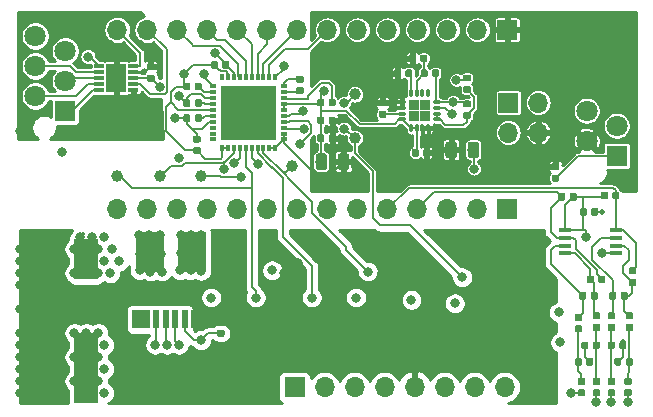
<source format=gbr>
G04 #@! TF.GenerationSoftware,KiCad,Pcbnew,5.1.2-f72e74a~84~ubuntu18.04.1*
G04 #@! TF.CreationDate,2019-09-23T02:40:17+02:00*
G04 #@! TF.ProjectId,board,626f6172-642e-46b6-9963-61645f706362,rev?*
G04 #@! TF.SameCoordinates,Original*
G04 #@! TF.FileFunction,Copper,L4,Bot*
G04 #@! TF.FilePolarity,Positive*
%FSLAX46Y46*%
G04 Gerber Fmt 4.6, Leading zero omitted, Abs format (unit mm)*
G04 Created by KiCad (PCBNEW 5.1.2-f72e74a~84~ubuntu18.04.1) date 2019-09-23 02:40:17*
%MOMM*%
%LPD*%
G04 APERTURE LIST*
%ADD10O,1.700000X1.700000*%
%ADD11R,1.700000X1.700000*%
%ADD12R,1.100000X0.400000*%
%ADD13C,0.100000*%
%ADD14C,0.590000*%
%ADD15C,0.975000*%
%ADD16O,0.750000X0.300000*%
%ADD17O,0.300000X0.750000*%
%ADD18R,0.900000X0.900000*%
%ADD19R,1.752600X2.489200*%
%ADD20R,0.812800X0.304800*%
%ADD21R,2.000000X3.500000*%
%ADD22R,2.000000X6.000000*%
%ADD23R,2.400000X3.480000*%
%ADD24R,1.500000X1.600000*%
%ADD25R,0.500000X1.600000*%
%ADD26R,1.150000X1.150000*%
%ADD27R,0.300000X0.500000*%
%ADD28R,0.500000X0.300000*%
%ADD29C,1.800000*%
%ADD30R,1.800000X1.800000*%
%ADD31C,1.000000*%
%ADD32C,0.800000*%
%ADD33C,0.500000*%
%ADD34C,0.300000*%
%ADD35C,0.152400*%
%ADD36C,0.254000*%
G04 APERTURE END LIST*
D10*
X108798000Y-101836000D03*
X111338000Y-101836000D03*
X113878000Y-101836000D03*
X116418000Y-101836000D03*
X118958000Y-101836000D03*
X121498000Y-101836000D03*
X124038000Y-101836000D03*
X126578000Y-101836000D03*
X129118000Y-101836000D03*
X131658000Y-101836000D03*
X134198000Y-101836000D03*
X136738000Y-101836000D03*
X139278000Y-101836000D03*
D11*
X141818000Y-101836000D03*
D12*
X146697000Y-118813000D03*
X146697000Y-119463000D03*
X146697000Y-120113000D03*
X146697000Y-120763000D03*
X150997000Y-120763000D03*
X150997000Y-120113000D03*
X150997000Y-119463000D03*
X150997000Y-118813000D03*
D13*
G36*
X131436958Y-107720710D02*
G01*
X131451276Y-107722834D01*
X131465317Y-107726351D01*
X131478946Y-107731228D01*
X131492031Y-107737417D01*
X131504447Y-107744858D01*
X131516073Y-107753481D01*
X131526798Y-107763202D01*
X131536519Y-107773927D01*
X131545142Y-107785553D01*
X131552583Y-107797969D01*
X131558772Y-107811054D01*
X131563649Y-107824683D01*
X131567166Y-107838724D01*
X131569290Y-107853042D01*
X131570000Y-107867500D01*
X131570000Y-108162500D01*
X131569290Y-108176958D01*
X131567166Y-108191276D01*
X131563649Y-108205317D01*
X131558772Y-108218946D01*
X131552583Y-108232031D01*
X131545142Y-108244447D01*
X131536519Y-108256073D01*
X131526798Y-108266798D01*
X131516073Y-108276519D01*
X131504447Y-108285142D01*
X131492031Y-108292583D01*
X131478946Y-108298772D01*
X131465317Y-108303649D01*
X131451276Y-108307166D01*
X131436958Y-108309290D01*
X131422500Y-108310000D01*
X131077500Y-108310000D01*
X131063042Y-108309290D01*
X131048724Y-108307166D01*
X131034683Y-108303649D01*
X131021054Y-108298772D01*
X131007969Y-108292583D01*
X130995553Y-108285142D01*
X130983927Y-108276519D01*
X130973202Y-108266798D01*
X130963481Y-108256073D01*
X130954858Y-108244447D01*
X130947417Y-108232031D01*
X130941228Y-108218946D01*
X130936351Y-108205317D01*
X130932834Y-108191276D01*
X130930710Y-108176958D01*
X130930000Y-108162500D01*
X130930000Y-107867500D01*
X130930710Y-107853042D01*
X130932834Y-107838724D01*
X130936351Y-107824683D01*
X130941228Y-107811054D01*
X130947417Y-107797969D01*
X130954858Y-107785553D01*
X130963481Y-107773927D01*
X130973202Y-107763202D01*
X130983927Y-107753481D01*
X130995553Y-107744858D01*
X131007969Y-107737417D01*
X131021054Y-107731228D01*
X131034683Y-107726351D01*
X131048724Y-107722834D01*
X131063042Y-107720710D01*
X131077500Y-107720000D01*
X131422500Y-107720000D01*
X131436958Y-107720710D01*
X131436958Y-107720710D01*
G37*
D14*
X131250000Y-108015000D03*
D13*
G36*
X131436958Y-108690710D02*
G01*
X131451276Y-108692834D01*
X131465317Y-108696351D01*
X131478946Y-108701228D01*
X131492031Y-108707417D01*
X131504447Y-108714858D01*
X131516073Y-108723481D01*
X131526798Y-108733202D01*
X131536519Y-108743927D01*
X131545142Y-108755553D01*
X131552583Y-108767969D01*
X131558772Y-108781054D01*
X131563649Y-108794683D01*
X131567166Y-108808724D01*
X131569290Y-108823042D01*
X131570000Y-108837500D01*
X131570000Y-109132500D01*
X131569290Y-109146958D01*
X131567166Y-109161276D01*
X131563649Y-109175317D01*
X131558772Y-109188946D01*
X131552583Y-109202031D01*
X131545142Y-109214447D01*
X131536519Y-109226073D01*
X131526798Y-109236798D01*
X131516073Y-109246519D01*
X131504447Y-109255142D01*
X131492031Y-109262583D01*
X131478946Y-109268772D01*
X131465317Y-109273649D01*
X131451276Y-109277166D01*
X131436958Y-109279290D01*
X131422500Y-109280000D01*
X131077500Y-109280000D01*
X131063042Y-109279290D01*
X131048724Y-109277166D01*
X131034683Y-109273649D01*
X131021054Y-109268772D01*
X131007969Y-109262583D01*
X130995553Y-109255142D01*
X130983927Y-109246519D01*
X130973202Y-109236798D01*
X130963481Y-109226073D01*
X130954858Y-109214447D01*
X130947417Y-109202031D01*
X130941228Y-109188946D01*
X130936351Y-109175317D01*
X130932834Y-109161276D01*
X130930710Y-109146958D01*
X130930000Y-109132500D01*
X130930000Y-108837500D01*
X130930710Y-108823042D01*
X130932834Y-108808724D01*
X130936351Y-108794683D01*
X130941228Y-108781054D01*
X130947417Y-108767969D01*
X130954858Y-108755553D01*
X130963481Y-108743927D01*
X130973202Y-108733202D01*
X130983927Y-108723481D01*
X130995553Y-108714858D01*
X131007969Y-108707417D01*
X131021054Y-108701228D01*
X131034683Y-108696351D01*
X131048724Y-108692834D01*
X131063042Y-108690710D01*
X131077500Y-108690000D01*
X131422500Y-108690000D01*
X131436958Y-108690710D01*
X131436958Y-108690710D01*
G37*
D14*
X131250000Y-108985000D03*
D13*
G36*
X138586958Y-106590710D02*
G01*
X138601276Y-106592834D01*
X138615317Y-106596351D01*
X138628946Y-106601228D01*
X138642031Y-106607417D01*
X138654447Y-106614858D01*
X138666073Y-106623481D01*
X138676798Y-106633202D01*
X138686519Y-106643927D01*
X138695142Y-106655553D01*
X138702583Y-106667969D01*
X138708772Y-106681054D01*
X138713649Y-106694683D01*
X138717166Y-106708724D01*
X138719290Y-106723042D01*
X138720000Y-106737500D01*
X138720000Y-107032500D01*
X138719290Y-107046958D01*
X138717166Y-107061276D01*
X138713649Y-107075317D01*
X138708772Y-107088946D01*
X138702583Y-107102031D01*
X138695142Y-107114447D01*
X138686519Y-107126073D01*
X138676798Y-107136798D01*
X138666073Y-107146519D01*
X138654447Y-107155142D01*
X138642031Y-107162583D01*
X138628946Y-107168772D01*
X138615317Y-107173649D01*
X138601276Y-107177166D01*
X138586958Y-107179290D01*
X138572500Y-107180000D01*
X138227500Y-107180000D01*
X138213042Y-107179290D01*
X138198724Y-107177166D01*
X138184683Y-107173649D01*
X138171054Y-107168772D01*
X138157969Y-107162583D01*
X138145553Y-107155142D01*
X138133927Y-107146519D01*
X138123202Y-107136798D01*
X138113481Y-107126073D01*
X138104858Y-107114447D01*
X138097417Y-107102031D01*
X138091228Y-107088946D01*
X138086351Y-107075317D01*
X138082834Y-107061276D01*
X138080710Y-107046958D01*
X138080000Y-107032500D01*
X138080000Y-106737500D01*
X138080710Y-106723042D01*
X138082834Y-106708724D01*
X138086351Y-106694683D01*
X138091228Y-106681054D01*
X138097417Y-106667969D01*
X138104858Y-106655553D01*
X138113481Y-106643927D01*
X138123202Y-106633202D01*
X138133927Y-106623481D01*
X138145553Y-106614858D01*
X138157969Y-106607417D01*
X138171054Y-106601228D01*
X138184683Y-106596351D01*
X138198724Y-106592834D01*
X138213042Y-106590710D01*
X138227500Y-106590000D01*
X138572500Y-106590000D01*
X138586958Y-106590710D01*
X138586958Y-106590710D01*
G37*
D14*
X138400000Y-106885000D03*
D13*
G36*
X138586958Y-105620710D02*
G01*
X138601276Y-105622834D01*
X138615317Y-105626351D01*
X138628946Y-105631228D01*
X138642031Y-105637417D01*
X138654447Y-105644858D01*
X138666073Y-105653481D01*
X138676798Y-105663202D01*
X138686519Y-105673927D01*
X138695142Y-105685553D01*
X138702583Y-105697969D01*
X138708772Y-105711054D01*
X138713649Y-105724683D01*
X138717166Y-105738724D01*
X138719290Y-105753042D01*
X138720000Y-105767500D01*
X138720000Y-106062500D01*
X138719290Y-106076958D01*
X138717166Y-106091276D01*
X138713649Y-106105317D01*
X138708772Y-106118946D01*
X138702583Y-106132031D01*
X138695142Y-106144447D01*
X138686519Y-106156073D01*
X138676798Y-106166798D01*
X138666073Y-106176519D01*
X138654447Y-106185142D01*
X138642031Y-106192583D01*
X138628946Y-106198772D01*
X138615317Y-106203649D01*
X138601276Y-106207166D01*
X138586958Y-106209290D01*
X138572500Y-106210000D01*
X138227500Y-106210000D01*
X138213042Y-106209290D01*
X138198724Y-106207166D01*
X138184683Y-106203649D01*
X138171054Y-106198772D01*
X138157969Y-106192583D01*
X138145553Y-106185142D01*
X138133927Y-106176519D01*
X138123202Y-106166798D01*
X138113481Y-106156073D01*
X138104858Y-106144447D01*
X138097417Y-106132031D01*
X138091228Y-106118946D01*
X138086351Y-106105317D01*
X138082834Y-106091276D01*
X138080710Y-106076958D01*
X138080000Y-106062500D01*
X138080000Y-105767500D01*
X138080710Y-105753042D01*
X138082834Y-105738724D01*
X138086351Y-105724683D01*
X138091228Y-105711054D01*
X138097417Y-105697969D01*
X138104858Y-105685553D01*
X138113481Y-105673927D01*
X138123202Y-105663202D01*
X138133927Y-105653481D01*
X138145553Y-105644858D01*
X138157969Y-105637417D01*
X138171054Y-105631228D01*
X138184683Y-105626351D01*
X138198724Y-105622834D01*
X138213042Y-105620710D01*
X138227500Y-105620000D01*
X138572500Y-105620000D01*
X138586958Y-105620710D01*
X138586958Y-105620710D01*
G37*
D14*
X138400000Y-105915000D03*
D13*
G36*
X138586958Y-107820710D02*
G01*
X138601276Y-107822834D01*
X138615317Y-107826351D01*
X138628946Y-107831228D01*
X138642031Y-107837417D01*
X138654447Y-107844858D01*
X138666073Y-107853481D01*
X138676798Y-107863202D01*
X138686519Y-107873927D01*
X138695142Y-107885553D01*
X138702583Y-107897969D01*
X138708772Y-107911054D01*
X138713649Y-107924683D01*
X138717166Y-107938724D01*
X138719290Y-107953042D01*
X138720000Y-107967500D01*
X138720000Y-108262500D01*
X138719290Y-108276958D01*
X138717166Y-108291276D01*
X138713649Y-108305317D01*
X138708772Y-108318946D01*
X138702583Y-108332031D01*
X138695142Y-108344447D01*
X138686519Y-108356073D01*
X138676798Y-108366798D01*
X138666073Y-108376519D01*
X138654447Y-108385142D01*
X138642031Y-108392583D01*
X138628946Y-108398772D01*
X138615317Y-108403649D01*
X138601276Y-108407166D01*
X138586958Y-108409290D01*
X138572500Y-108410000D01*
X138227500Y-108410000D01*
X138213042Y-108409290D01*
X138198724Y-108407166D01*
X138184683Y-108403649D01*
X138171054Y-108398772D01*
X138157969Y-108392583D01*
X138145553Y-108385142D01*
X138133927Y-108376519D01*
X138123202Y-108366798D01*
X138113481Y-108356073D01*
X138104858Y-108344447D01*
X138097417Y-108332031D01*
X138091228Y-108318946D01*
X138086351Y-108305317D01*
X138082834Y-108291276D01*
X138080710Y-108276958D01*
X138080000Y-108262500D01*
X138080000Y-107967500D01*
X138080710Y-107953042D01*
X138082834Y-107938724D01*
X138086351Y-107924683D01*
X138091228Y-107911054D01*
X138097417Y-107897969D01*
X138104858Y-107885553D01*
X138113481Y-107873927D01*
X138123202Y-107863202D01*
X138133927Y-107853481D01*
X138145553Y-107844858D01*
X138157969Y-107837417D01*
X138171054Y-107831228D01*
X138184683Y-107826351D01*
X138198724Y-107822834D01*
X138213042Y-107820710D01*
X138227500Y-107820000D01*
X138572500Y-107820000D01*
X138586958Y-107820710D01*
X138586958Y-107820710D01*
G37*
D14*
X138400000Y-108115000D03*
D13*
G36*
X138586958Y-108790710D02*
G01*
X138601276Y-108792834D01*
X138615317Y-108796351D01*
X138628946Y-108801228D01*
X138642031Y-108807417D01*
X138654447Y-108814858D01*
X138666073Y-108823481D01*
X138676798Y-108833202D01*
X138686519Y-108843927D01*
X138695142Y-108855553D01*
X138702583Y-108867969D01*
X138708772Y-108881054D01*
X138713649Y-108894683D01*
X138717166Y-108908724D01*
X138719290Y-108923042D01*
X138720000Y-108937500D01*
X138720000Y-109232500D01*
X138719290Y-109246958D01*
X138717166Y-109261276D01*
X138713649Y-109275317D01*
X138708772Y-109288946D01*
X138702583Y-109302031D01*
X138695142Y-109314447D01*
X138686519Y-109326073D01*
X138676798Y-109336798D01*
X138666073Y-109346519D01*
X138654447Y-109355142D01*
X138642031Y-109362583D01*
X138628946Y-109368772D01*
X138615317Y-109373649D01*
X138601276Y-109377166D01*
X138586958Y-109379290D01*
X138572500Y-109380000D01*
X138227500Y-109380000D01*
X138213042Y-109379290D01*
X138198724Y-109377166D01*
X138184683Y-109373649D01*
X138171054Y-109368772D01*
X138157969Y-109362583D01*
X138145553Y-109355142D01*
X138133927Y-109346519D01*
X138123202Y-109336798D01*
X138113481Y-109326073D01*
X138104858Y-109314447D01*
X138097417Y-109302031D01*
X138091228Y-109288946D01*
X138086351Y-109275317D01*
X138082834Y-109261276D01*
X138080710Y-109246958D01*
X138080000Y-109232500D01*
X138080000Y-108937500D01*
X138080710Y-108923042D01*
X138082834Y-108908724D01*
X138086351Y-108894683D01*
X138091228Y-108881054D01*
X138097417Y-108867969D01*
X138104858Y-108855553D01*
X138113481Y-108843927D01*
X138123202Y-108833202D01*
X138133927Y-108823481D01*
X138145553Y-108814858D01*
X138157969Y-108807417D01*
X138171054Y-108801228D01*
X138184683Y-108796351D01*
X138198724Y-108792834D01*
X138213042Y-108790710D01*
X138227500Y-108790000D01*
X138572500Y-108790000D01*
X138586958Y-108790710D01*
X138586958Y-108790710D01*
G37*
D14*
X138400000Y-109085000D03*
D13*
G36*
X137330142Y-111301174D02*
G01*
X137353803Y-111304684D01*
X137377007Y-111310496D01*
X137399529Y-111318554D01*
X137421153Y-111328782D01*
X137441670Y-111341079D01*
X137460883Y-111355329D01*
X137478607Y-111371393D01*
X137494671Y-111389117D01*
X137508921Y-111408330D01*
X137521218Y-111428847D01*
X137531446Y-111450471D01*
X137539504Y-111472993D01*
X137545316Y-111496197D01*
X137548826Y-111519858D01*
X137550000Y-111543750D01*
X137550000Y-112456250D01*
X137548826Y-112480142D01*
X137545316Y-112503803D01*
X137539504Y-112527007D01*
X137531446Y-112549529D01*
X137521218Y-112571153D01*
X137508921Y-112591670D01*
X137494671Y-112610883D01*
X137478607Y-112628607D01*
X137460883Y-112644671D01*
X137441670Y-112658921D01*
X137421153Y-112671218D01*
X137399529Y-112681446D01*
X137377007Y-112689504D01*
X137353803Y-112695316D01*
X137330142Y-112698826D01*
X137306250Y-112700000D01*
X136818750Y-112700000D01*
X136794858Y-112698826D01*
X136771197Y-112695316D01*
X136747993Y-112689504D01*
X136725471Y-112681446D01*
X136703847Y-112671218D01*
X136683330Y-112658921D01*
X136664117Y-112644671D01*
X136646393Y-112628607D01*
X136630329Y-112610883D01*
X136616079Y-112591670D01*
X136603782Y-112571153D01*
X136593554Y-112549529D01*
X136585496Y-112527007D01*
X136579684Y-112503803D01*
X136576174Y-112480142D01*
X136575000Y-112456250D01*
X136575000Y-111543750D01*
X136576174Y-111519858D01*
X136579684Y-111496197D01*
X136585496Y-111472993D01*
X136593554Y-111450471D01*
X136603782Y-111428847D01*
X136616079Y-111408330D01*
X136630329Y-111389117D01*
X136646393Y-111371393D01*
X136664117Y-111355329D01*
X136683330Y-111341079D01*
X136703847Y-111328782D01*
X136725471Y-111318554D01*
X136747993Y-111310496D01*
X136771197Y-111304684D01*
X136794858Y-111301174D01*
X136818750Y-111300000D01*
X137306250Y-111300000D01*
X137330142Y-111301174D01*
X137330142Y-111301174D01*
G37*
D15*
X137062500Y-112000000D03*
D13*
G36*
X139205142Y-111301174D02*
G01*
X139228803Y-111304684D01*
X139252007Y-111310496D01*
X139274529Y-111318554D01*
X139296153Y-111328782D01*
X139316670Y-111341079D01*
X139335883Y-111355329D01*
X139353607Y-111371393D01*
X139369671Y-111389117D01*
X139383921Y-111408330D01*
X139396218Y-111428847D01*
X139406446Y-111450471D01*
X139414504Y-111472993D01*
X139420316Y-111496197D01*
X139423826Y-111519858D01*
X139425000Y-111543750D01*
X139425000Y-112456250D01*
X139423826Y-112480142D01*
X139420316Y-112503803D01*
X139414504Y-112527007D01*
X139406446Y-112549529D01*
X139396218Y-112571153D01*
X139383921Y-112591670D01*
X139369671Y-112610883D01*
X139353607Y-112628607D01*
X139335883Y-112644671D01*
X139316670Y-112658921D01*
X139296153Y-112671218D01*
X139274529Y-112681446D01*
X139252007Y-112689504D01*
X139228803Y-112695316D01*
X139205142Y-112698826D01*
X139181250Y-112700000D01*
X138693750Y-112700000D01*
X138669858Y-112698826D01*
X138646197Y-112695316D01*
X138622993Y-112689504D01*
X138600471Y-112681446D01*
X138578847Y-112671218D01*
X138558330Y-112658921D01*
X138539117Y-112644671D01*
X138521393Y-112628607D01*
X138505329Y-112610883D01*
X138491079Y-112591670D01*
X138478782Y-112571153D01*
X138468554Y-112549529D01*
X138460496Y-112527007D01*
X138454684Y-112503803D01*
X138451174Y-112480142D01*
X138450000Y-112456250D01*
X138450000Y-111543750D01*
X138451174Y-111519858D01*
X138454684Y-111496197D01*
X138460496Y-111472993D01*
X138468554Y-111450471D01*
X138478782Y-111428847D01*
X138491079Y-111408330D01*
X138505329Y-111389117D01*
X138521393Y-111371393D01*
X138539117Y-111355329D01*
X138558330Y-111341079D01*
X138578847Y-111328782D01*
X138600471Y-111318554D01*
X138622993Y-111310496D01*
X138646197Y-111304684D01*
X138669858Y-111301174D01*
X138693750Y-111300000D01*
X139181250Y-111300000D01*
X139205142Y-111301174D01*
X139205142Y-111301174D01*
G37*
D15*
X138937500Y-112000000D03*
D16*
X132900001Y-109424999D03*
X132900001Y-108924999D03*
X132900001Y-108424999D03*
X132900001Y-107924999D03*
D17*
X133625001Y-107199999D03*
X134125001Y-107199999D03*
X134625001Y-107199999D03*
X135125001Y-107199999D03*
D16*
X135850001Y-107924999D03*
X135850001Y-108424999D03*
X135850001Y-108924999D03*
X135850001Y-109424999D03*
D17*
X135125001Y-110149999D03*
X134625001Y-110149999D03*
X134125001Y-110149999D03*
X133625001Y-110149999D03*
D18*
X134825001Y-108224999D03*
X134825001Y-109124999D03*
X133925001Y-108224999D03*
X133925001Y-109124999D03*
D13*
G36*
X132676958Y-105180710D02*
G01*
X132691276Y-105182834D01*
X132705317Y-105186351D01*
X132718946Y-105191228D01*
X132732031Y-105197417D01*
X132744447Y-105204858D01*
X132756073Y-105213481D01*
X132766798Y-105223202D01*
X132776519Y-105233927D01*
X132785142Y-105245553D01*
X132792583Y-105257969D01*
X132798772Y-105271054D01*
X132803649Y-105284683D01*
X132807166Y-105298724D01*
X132809290Y-105313042D01*
X132810000Y-105327500D01*
X132810000Y-105672500D01*
X132809290Y-105686958D01*
X132807166Y-105701276D01*
X132803649Y-105715317D01*
X132798772Y-105728946D01*
X132792583Y-105742031D01*
X132785142Y-105754447D01*
X132776519Y-105766073D01*
X132766798Y-105776798D01*
X132756073Y-105786519D01*
X132744447Y-105795142D01*
X132732031Y-105802583D01*
X132718946Y-105808772D01*
X132705317Y-105813649D01*
X132691276Y-105817166D01*
X132676958Y-105819290D01*
X132662500Y-105820000D01*
X132367500Y-105820000D01*
X132353042Y-105819290D01*
X132338724Y-105817166D01*
X132324683Y-105813649D01*
X132311054Y-105808772D01*
X132297969Y-105802583D01*
X132285553Y-105795142D01*
X132273927Y-105786519D01*
X132263202Y-105776798D01*
X132253481Y-105766073D01*
X132244858Y-105754447D01*
X132237417Y-105742031D01*
X132231228Y-105728946D01*
X132226351Y-105715317D01*
X132222834Y-105701276D01*
X132220710Y-105686958D01*
X132220000Y-105672500D01*
X132220000Y-105327500D01*
X132220710Y-105313042D01*
X132222834Y-105298724D01*
X132226351Y-105284683D01*
X132231228Y-105271054D01*
X132237417Y-105257969D01*
X132244858Y-105245553D01*
X132253481Y-105233927D01*
X132263202Y-105223202D01*
X132273927Y-105213481D01*
X132285553Y-105204858D01*
X132297969Y-105197417D01*
X132311054Y-105191228D01*
X132324683Y-105186351D01*
X132338724Y-105182834D01*
X132353042Y-105180710D01*
X132367500Y-105180000D01*
X132662500Y-105180000D01*
X132676958Y-105180710D01*
X132676958Y-105180710D01*
G37*
D14*
X132515000Y-105500000D03*
D13*
G36*
X133646958Y-105180710D02*
G01*
X133661276Y-105182834D01*
X133675317Y-105186351D01*
X133688946Y-105191228D01*
X133702031Y-105197417D01*
X133714447Y-105204858D01*
X133726073Y-105213481D01*
X133736798Y-105223202D01*
X133746519Y-105233927D01*
X133755142Y-105245553D01*
X133762583Y-105257969D01*
X133768772Y-105271054D01*
X133773649Y-105284683D01*
X133777166Y-105298724D01*
X133779290Y-105313042D01*
X133780000Y-105327500D01*
X133780000Y-105672500D01*
X133779290Y-105686958D01*
X133777166Y-105701276D01*
X133773649Y-105715317D01*
X133768772Y-105728946D01*
X133762583Y-105742031D01*
X133755142Y-105754447D01*
X133746519Y-105766073D01*
X133736798Y-105776798D01*
X133726073Y-105786519D01*
X133714447Y-105795142D01*
X133702031Y-105802583D01*
X133688946Y-105808772D01*
X133675317Y-105813649D01*
X133661276Y-105817166D01*
X133646958Y-105819290D01*
X133632500Y-105820000D01*
X133337500Y-105820000D01*
X133323042Y-105819290D01*
X133308724Y-105817166D01*
X133294683Y-105813649D01*
X133281054Y-105808772D01*
X133267969Y-105802583D01*
X133255553Y-105795142D01*
X133243927Y-105786519D01*
X133233202Y-105776798D01*
X133223481Y-105766073D01*
X133214858Y-105754447D01*
X133207417Y-105742031D01*
X133201228Y-105728946D01*
X133196351Y-105715317D01*
X133192834Y-105701276D01*
X133190710Y-105686958D01*
X133190000Y-105672500D01*
X133190000Y-105327500D01*
X133190710Y-105313042D01*
X133192834Y-105298724D01*
X133196351Y-105284683D01*
X133201228Y-105271054D01*
X133207417Y-105257969D01*
X133214858Y-105245553D01*
X133223481Y-105233927D01*
X133233202Y-105223202D01*
X133243927Y-105213481D01*
X133255553Y-105204858D01*
X133267969Y-105197417D01*
X133281054Y-105191228D01*
X133294683Y-105186351D01*
X133308724Y-105182834D01*
X133323042Y-105180710D01*
X133337500Y-105180000D01*
X133632500Y-105180000D01*
X133646958Y-105180710D01*
X133646958Y-105180710D01*
G37*
D14*
X133485000Y-105500000D03*
D13*
G36*
X134926958Y-105180710D02*
G01*
X134941276Y-105182834D01*
X134955317Y-105186351D01*
X134968946Y-105191228D01*
X134982031Y-105197417D01*
X134994447Y-105204858D01*
X135006073Y-105213481D01*
X135016798Y-105223202D01*
X135026519Y-105233927D01*
X135035142Y-105245553D01*
X135042583Y-105257969D01*
X135048772Y-105271054D01*
X135053649Y-105284683D01*
X135057166Y-105298724D01*
X135059290Y-105313042D01*
X135060000Y-105327500D01*
X135060000Y-105672500D01*
X135059290Y-105686958D01*
X135057166Y-105701276D01*
X135053649Y-105715317D01*
X135048772Y-105728946D01*
X135042583Y-105742031D01*
X135035142Y-105754447D01*
X135026519Y-105766073D01*
X135016798Y-105776798D01*
X135006073Y-105786519D01*
X134994447Y-105795142D01*
X134982031Y-105802583D01*
X134968946Y-105808772D01*
X134955317Y-105813649D01*
X134941276Y-105817166D01*
X134926958Y-105819290D01*
X134912500Y-105820000D01*
X134617500Y-105820000D01*
X134603042Y-105819290D01*
X134588724Y-105817166D01*
X134574683Y-105813649D01*
X134561054Y-105808772D01*
X134547969Y-105802583D01*
X134535553Y-105795142D01*
X134523927Y-105786519D01*
X134513202Y-105776798D01*
X134503481Y-105766073D01*
X134494858Y-105754447D01*
X134487417Y-105742031D01*
X134481228Y-105728946D01*
X134476351Y-105715317D01*
X134472834Y-105701276D01*
X134470710Y-105686958D01*
X134470000Y-105672500D01*
X134470000Y-105327500D01*
X134470710Y-105313042D01*
X134472834Y-105298724D01*
X134476351Y-105284683D01*
X134481228Y-105271054D01*
X134487417Y-105257969D01*
X134494858Y-105245553D01*
X134503481Y-105233927D01*
X134513202Y-105223202D01*
X134523927Y-105213481D01*
X134535553Y-105204858D01*
X134547969Y-105197417D01*
X134561054Y-105191228D01*
X134574683Y-105186351D01*
X134588724Y-105182834D01*
X134603042Y-105180710D01*
X134617500Y-105180000D01*
X134912500Y-105180000D01*
X134926958Y-105180710D01*
X134926958Y-105180710D01*
G37*
D14*
X134765000Y-105500000D03*
D13*
G36*
X135896958Y-105180710D02*
G01*
X135911276Y-105182834D01*
X135925317Y-105186351D01*
X135938946Y-105191228D01*
X135952031Y-105197417D01*
X135964447Y-105204858D01*
X135976073Y-105213481D01*
X135986798Y-105223202D01*
X135996519Y-105233927D01*
X136005142Y-105245553D01*
X136012583Y-105257969D01*
X136018772Y-105271054D01*
X136023649Y-105284683D01*
X136027166Y-105298724D01*
X136029290Y-105313042D01*
X136030000Y-105327500D01*
X136030000Y-105672500D01*
X136029290Y-105686958D01*
X136027166Y-105701276D01*
X136023649Y-105715317D01*
X136018772Y-105728946D01*
X136012583Y-105742031D01*
X136005142Y-105754447D01*
X135996519Y-105766073D01*
X135986798Y-105776798D01*
X135976073Y-105786519D01*
X135964447Y-105795142D01*
X135952031Y-105802583D01*
X135938946Y-105808772D01*
X135925317Y-105813649D01*
X135911276Y-105817166D01*
X135896958Y-105819290D01*
X135882500Y-105820000D01*
X135587500Y-105820000D01*
X135573042Y-105819290D01*
X135558724Y-105817166D01*
X135544683Y-105813649D01*
X135531054Y-105808772D01*
X135517969Y-105802583D01*
X135505553Y-105795142D01*
X135493927Y-105786519D01*
X135483202Y-105776798D01*
X135473481Y-105766073D01*
X135464858Y-105754447D01*
X135457417Y-105742031D01*
X135451228Y-105728946D01*
X135446351Y-105715317D01*
X135442834Y-105701276D01*
X135440710Y-105686958D01*
X135440000Y-105672500D01*
X135440000Y-105327500D01*
X135440710Y-105313042D01*
X135442834Y-105298724D01*
X135446351Y-105284683D01*
X135451228Y-105271054D01*
X135457417Y-105257969D01*
X135464858Y-105245553D01*
X135473481Y-105233927D01*
X135483202Y-105223202D01*
X135493927Y-105213481D01*
X135505553Y-105204858D01*
X135517969Y-105197417D01*
X135531054Y-105191228D01*
X135544683Y-105186351D01*
X135558724Y-105182834D01*
X135573042Y-105180710D01*
X135587500Y-105180000D01*
X135882500Y-105180000D01*
X135896958Y-105180710D01*
X135896958Y-105180710D01*
G37*
D14*
X135735000Y-105500000D03*
D13*
G36*
X134176958Y-111930710D02*
G01*
X134191276Y-111932834D01*
X134205317Y-111936351D01*
X134218946Y-111941228D01*
X134232031Y-111947417D01*
X134244447Y-111954858D01*
X134256073Y-111963481D01*
X134266798Y-111973202D01*
X134276519Y-111983927D01*
X134285142Y-111995553D01*
X134292583Y-112007969D01*
X134298772Y-112021054D01*
X134303649Y-112034683D01*
X134307166Y-112048724D01*
X134309290Y-112063042D01*
X134310000Y-112077500D01*
X134310000Y-112422500D01*
X134309290Y-112436958D01*
X134307166Y-112451276D01*
X134303649Y-112465317D01*
X134298772Y-112478946D01*
X134292583Y-112492031D01*
X134285142Y-112504447D01*
X134276519Y-112516073D01*
X134266798Y-112526798D01*
X134256073Y-112536519D01*
X134244447Y-112545142D01*
X134232031Y-112552583D01*
X134218946Y-112558772D01*
X134205317Y-112563649D01*
X134191276Y-112567166D01*
X134176958Y-112569290D01*
X134162500Y-112570000D01*
X133867500Y-112570000D01*
X133853042Y-112569290D01*
X133838724Y-112567166D01*
X133824683Y-112563649D01*
X133811054Y-112558772D01*
X133797969Y-112552583D01*
X133785553Y-112545142D01*
X133773927Y-112536519D01*
X133763202Y-112526798D01*
X133753481Y-112516073D01*
X133744858Y-112504447D01*
X133737417Y-112492031D01*
X133731228Y-112478946D01*
X133726351Y-112465317D01*
X133722834Y-112451276D01*
X133720710Y-112436958D01*
X133720000Y-112422500D01*
X133720000Y-112077500D01*
X133720710Y-112063042D01*
X133722834Y-112048724D01*
X133726351Y-112034683D01*
X133731228Y-112021054D01*
X133737417Y-112007969D01*
X133744858Y-111995553D01*
X133753481Y-111983927D01*
X133763202Y-111973202D01*
X133773927Y-111963481D01*
X133785553Y-111954858D01*
X133797969Y-111947417D01*
X133811054Y-111941228D01*
X133824683Y-111936351D01*
X133838724Y-111932834D01*
X133853042Y-111930710D01*
X133867500Y-111930000D01*
X134162500Y-111930000D01*
X134176958Y-111930710D01*
X134176958Y-111930710D01*
G37*
D14*
X134015000Y-112250000D03*
D13*
G36*
X135146958Y-111930710D02*
G01*
X135161276Y-111932834D01*
X135175317Y-111936351D01*
X135188946Y-111941228D01*
X135202031Y-111947417D01*
X135214447Y-111954858D01*
X135226073Y-111963481D01*
X135236798Y-111973202D01*
X135246519Y-111983927D01*
X135255142Y-111995553D01*
X135262583Y-112007969D01*
X135268772Y-112021054D01*
X135273649Y-112034683D01*
X135277166Y-112048724D01*
X135279290Y-112063042D01*
X135280000Y-112077500D01*
X135280000Y-112422500D01*
X135279290Y-112436958D01*
X135277166Y-112451276D01*
X135273649Y-112465317D01*
X135268772Y-112478946D01*
X135262583Y-112492031D01*
X135255142Y-112504447D01*
X135246519Y-112516073D01*
X135236798Y-112526798D01*
X135226073Y-112536519D01*
X135214447Y-112545142D01*
X135202031Y-112552583D01*
X135188946Y-112558772D01*
X135175317Y-112563649D01*
X135161276Y-112567166D01*
X135146958Y-112569290D01*
X135132500Y-112570000D01*
X134837500Y-112570000D01*
X134823042Y-112569290D01*
X134808724Y-112567166D01*
X134794683Y-112563649D01*
X134781054Y-112558772D01*
X134767969Y-112552583D01*
X134755553Y-112545142D01*
X134743927Y-112536519D01*
X134733202Y-112526798D01*
X134723481Y-112516073D01*
X134714858Y-112504447D01*
X134707417Y-112492031D01*
X134701228Y-112478946D01*
X134696351Y-112465317D01*
X134692834Y-112451276D01*
X134690710Y-112436958D01*
X134690000Y-112422500D01*
X134690000Y-112077500D01*
X134690710Y-112063042D01*
X134692834Y-112048724D01*
X134696351Y-112034683D01*
X134701228Y-112021054D01*
X134707417Y-112007969D01*
X134714858Y-111995553D01*
X134723481Y-111983927D01*
X134733202Y-111973202D01*
X134743927Y-111963481D01*
X134755553Y-111954858D01*
X134767969Y-111947417D01*
X134781054Y-111941228D01*
X134794683Y-111936351D01*
X134808724Y-111932834D01*
X134823042Y-111930710D01*
X134837500Y-111930000D01*
X135132500Y-111930000D01*
X135146958Y-111930710D01*
X135146958Y-111930710D01*
G37*
D14*
X134985000Y-112250000D03*
D13*
G36*
X134896958Y-103930710D02*
G01*
X134911276Y-103932834D01*
X134925317Y-103936351D01*
X134938946Y-103941228D01*
X134952031Y-103947417D01*
X134964447Y-103954858D01*
X134976073Y-103963481D01*
X134986798Y-103973202D01*
X134996519Y-103983927D01*
X135005142Y-103995553D01*
X135012583Y-104007969D01*
X135018772Y-104021054D01*
X135023649Y-104034683D01*
X135027166Y-104048724D01*
X135029290Y-104063042D01*
X135030000Y-104077500D01*
X135030000Y-104422500D01*
X135029290Y-104436958D01*
X135027166Y-104451276D01*
X135023649Y-104465317D01*
X135018772Y-104478946D01*
X135012583Y-104492031D01*
X135005142Y-104504447D01*
X134996519Y-104516073D01*
X134986798Y-104526798D01*
X134976073Y-104536519D01*
X134964447Y-104545142D01*
X134952031Y-104552583D01*
X134938946Y-104558772D01*
X134925317Y-104563649D01*
X134911276Y-104567166D01*
X134896958Y-104569290D01*
X134882500Y-104570000D01*
X134587500Y-104570000D01*
X134573042Y-104569290D01*
X134558724Y-104567166D01*
X134544683Y-104563649D01*
X134531054Y-104558772D01*
X134517969Y-104552583D01*
X134505553Y-104545142D01*
X134493927Y-104536519D01*
X134483202Y-104526798D01*
X134473481Y-104516073D01*
X134464858Y-104504447D01*
X134457417Y-104492031D01*
X134451228Y-104478946D01*
X134446351Y-104465317D01*
X134442834Y-104451276D01*
X134440710Y-104436958D01*
X134440000Y-104422500D01*
X134440000Y-104077500D01*
X134440710Y-104063042D01*
X134442834Y-104048724D01*
X134446351Y-104034683D01*
X134451228Y-104021054D01*
X134457417Y-104007969D01*
X134464858Y-103995553D01*
X134473481Y-103983927D01*
X134483202Y-103973202D01*
X134493927Y-103963481D01*
X134505553Y-103954858D01*
X134517969Y-103947417D01*
X134531054Y-103941228D01*
X134544683Y-103936351D01*
X134558724Y-103932834D01*
X134573042Y-103930710D01*
X134587500Y-103930000D01*
X134882500Y-103930000D01*
X134896958Y-103930710D01*
X134896958Y-103930710D01*
G37*
D14*
X134735000Y-104250000D03*
D13*
G36*
X133926958Y-103930710D02*
G01*
X133941276Y-103932834D01*
X133955317Y-103936351D01*
X133968946Y-103941228D01*
X133982031Y-103947417D01*
X133994447Y-103954858D01*
X134006073Y-103963481D01*
X134016798Y-103973202D01*
X134026519Y-103983927D01*
X134035142Y-103995553D01*
X134042583Y-104007969D01*
X134048772Y-104021054D01*
X134053649Y-104034683D01*
X134057166Y-104048724D01*
X134059290Y-104063042D01*
X134060000Y-104077500D01*
X134060000Y-104422500D01*
X134059290Y-104436958D01*
X134057166Y-104451276D01*
X134053649Y-104465317D01*
X134048772Y-104478946D01*
X134042583Y-104492031D01*
X134035142Y-104504447D01*
X134026519Y-104516073D01*
X134016798Y-104526798D01*
X134006073Y-104536519D01*
X133994447Y-104545142D01*
X133982031Y-104552583D01*
X133968946Y-104558772D01*
X133955317Y-104563649D01*
X133941276Y-104567166D01*
X133926958Y-104569290D01*
X133912500Y-104570000D01*
X133617500Y-104570000D01*
X133603042Y-104569290D01*
X133588724Y-104567166D01*
X133574683Y-104563649D01*
X133561054Y-104558772D01*
X133547969Y-104552583D01*
X133535553Y-104545142D01*
X133523927Y-104536519D01*
X133513202Y-104526798D01*
X133503481Y-104516073D01*
X133494858Y-104504447D01*
X133487417Y-104492031D01*
X133481228Y-104478946D01*
X133476351Y-104465317D01*
X133472834Y-104451276D01*
X133470710Y-104436958D01*
X133470000Y-104422500D01*
X133470000Y-104077500D01*
X133470710Y-104063042D01*
X133472834Y-104048724D01*
X133476351Y-104034683D01*
X133481228Y-104021054D01*
X133487417Y-104007969D01*
X133494858Y-103995553D01*
X133503481Y-103983927D01*
X133513202Y-103973202D01*
X133523927Y-103963481D01*
X133535553Y-103954858D01*
X133547969Y-103947417D01*
X133561054Y-103941228D01*
X133574683Y-103936351D01*
X133588724Y-103932834D01*
X133603042Y-103930710D01*
X133617500Y-103930000D01*
X133912500Y-103930000D01*
X133926958Y-103930710D01*
X133926958Y-103930710D01*
G37*
D14*
X133765000Y-104250000D03*
D13*
G36*
X146086958Y-113120710D02*
G01*
X146101276Y-113122834D01*
X146115317Y-113126351D01*
X146128946Y-113131228D01*
X146142031Y-113137417D01*
X146154447Y-113144858D01*
X146166073Y-113153481D01*
X146176798Y-113163202D01*
X146186519Y-113173927D01*
X146195142Y-113185553D01*
X146202583Y-113197969D01*
X146208772Y-113211054D01*
X146213649Y-113224683D01*
X146217166Y-113238724D01*
X146219290Y-113253042D01*
X146220000Y-113267500D01*
X146220000Y-113562500D01*
X146219290Y-113576958D01*
X146217166Y-113591276D01*
X146213649Y-113605317D01*
X146208772Y-113618946D01*
X146202583Y-113632031D01*
X146195142Y-113644447D01*
X146186519Y-113656073D01*
X146176798Y-113666798D01*
X146166073Y-113676519D01*
X146154447Y-113685142D01*
X146142031Y-113692583D01*
X146128946Y-113698772D01*
X146115317Y-113703649D01*
X146101276Y-113707166D01*
X146086958Y-113709290D01*
X146072500Y-113710000D01*
X145727500Y-113710000D01*
X145713042Y-113709290D01*
X145698724Y-113707166D01*
X145684683Y-113703649D01*
X145671054Y-113698772D01*
X145657969Y-113692583D01*
X145645553Y-113685142D01*
X145633927Y-113676519D01*
X145623202Y-113666798D01*
X145613481Y-113656073D01*
X145604858Y-113644447D01*
X145597417Y-113632031D01*
X145591228Y-113618946D01*
X145586351Y-113605317D01*
X145582834Y-113591276D01*
X145580710Y-113576958D01*
X145580000Y-113562500D01*
X145580000Y-113267500D01*
X145580710Y-113253042D01*
X145582834Y-113238724D01*
X145586351Y-113224683D01*
X145591228Y-113211054D01*
X145597417Y-113197969D01*
X145604858Y-113185553D01*
X145613481Y-113173927D01*
X145623202Y-113163202D01*
X145633927Y-113153481D01*
X145645553Y-113144858D01*
X145657969Y-113137417D01*
X145671054Y-113131228D01*
X145684683Y-113126351D01*
X145698724Y-113122834D01*
X145713042Y-113120710D01*
X145727500Y-113120000D01*
X146072500Y-113120000D01*
X146086958Y-113120710D01*
X146086958Y-113120710D01*
G37*
D14*
X145900000Y-113415000D03*
D13*
G36*
X146086958Y-114090710D02*
G01*
X146101276Y-114092834D01*
X146115317Y-114096351D01*
X146128946Y-114101228D01*
X146142031Y-114107417D01*
X146154447Y-114114858D01*
X146166073Y-114123481D01*
X146176798Y-114133202D01*
X146186519Y-114143927D01*
X146195142Y-114155553D01*
X146202583Y-114167969D01*
X146208772Y-114181054D01*
X146213649Y-114194683D01*
X146217166Y-114208724D01*
X146219290Y-114223042D01*
X146220000Y-114237500D01*
X146220000Y-114532500D01*
X146219290Y-114546958D01*
X146217166Y-114561276D01*
X146213649Y-114575317D01*
X146208772Y-114588946D01*
X146202583Y-114602031D01*
X146195142Y-114614447D01*
X146186519Y-114626073D01*
X146176798Y-114636798D01*
X146166073Y-114646519D01*
X146154447Y-114655142D01*
X146142031Y-114662583D01*
X146128946Y-114668772D01*
X146115317Y-114673649D01*
X146101276Y-114677166D01*
X146086958Y-114679290D01*
X146072500Y-114680000D01*
X145727500Y-114680000D01*
X145713042Y-114679290D01*
X145698724Y-114677166D01*
X145684683Y-114673649D01*
X145671054Y-114668772D01*
X145657969Y-114662583D01*
X145645553Y-114655142D01*
X145633927Y-114646519D01*
X145623202Y-114636798D01*
X145613481Y-114626073D01*
X145604858Y-114614447D01*
X145597417Y-114602031D01*
X145591228Y-114588946D01*
X145586351Y-114575317D01*
X145582834Y-114561276D01*
X145580710Y-114546958D01*
X145580000Y-114532500D01*
X145580000Y-114237500D01*
X145580710Y-114223042D01*
X145582834Y-114208724D01*
X145586351Y-114194683D01*
X145591228Y-114181054D01*
X145597417Y-114167969D01*
X145604858Y-114155553D01*
X145613481Y-114143927D01*
X145623202Y-114133202D01*
X145633927Y-114123481D01*
X145645553Y-114114858D01*
X145657969Y-114107417D01*
X145671054Y-114101228D01*
X145684683Y-114096351D01*
X145698724Y-114092834D01*
X145713042Y-114090710D01*
X145727500Y-114090000D01*
X146072500Y-114090000D01*
X146086958Y-114090710D01*
X146086958Y-114090710D01*
G37*
D14*
X145900000Y-114385000D03*
D13*
G36*
X111819958Y-104653710D02*
G01*
X111834276Y-104655834D01*
X111848317Y-104659351D01*
X111861946Y-104664228D01*
X111875031Y-104670417D01*
X111887447Y-104677858D01*
X111899073Y-104686481D01*
X111909798Y-104696202D01*
X111919519Y-104706927D01*
X111928142Y-104718553D01*
X111935583Y-104730969D01*
X111941772Y-104744054D01*
X111946649Y-104757683D01*
X111950166Y-104771724D01*
X111952290Y-104786042D01*
X111953000Y-104800500D01*
X111953000Y-105095500D01*
X111952290Y-105109958D01*
X111950166Y-105124276D01*
X111946649Y-105138317D01*
X111941772Y-105151946D01*
X111935583Y-105165031D01*
X111928142Y-105177447D01*
X111919519Y-105189073D01*
X111909798Y-105199798D01*
X111899073Y-105209519D01*
X111887447Y-105218142D01*
X111875031Y-105225583D01*
X111861946Y-105231772D01*
X111848317Y-105236649D01*
X111834276Y-105240166D01*
X111819958Y-105242290D01*
X111805500Y-105243000D01*
X111460500Y-105243000D01*
X111446042Y-105242290D01*
X111431724Y-105240166D01*
X111417683Y-105236649D01*
X111404054Y-105231772D01*
X111390969Y-105225583D01*
X111378553Y-105218142D01*
X111366927Y-105209519D01*
X111356202Y-105199798D01*
X111346481Y-105189073D01*
X111337858Y-105177447D01*
X111330417Y-105165031D01*
X111324228Y-105151946D01*
X111319351Y-105138317D01*
X111315834Y-105124276D01*
X111313710Y-105109958D01*
X111313000Y-105095500D01*
X111313000Y-104800500D01*
X111313710Y-104786042D01*
X111315834Y-104771724D01*
X111319351Y-104757683D01*
X111324228Y-104744054D01*
X111330417Y-104730969D01*
X111337858Y-104718553D01*
X111346481Y-104706927D01*
X111356202Y-104696202D01*
X111366927Y-104686481D01*
X111378553Y-104677858D01*
X111390969Y-104670417D01*
X111404054Y-104664228D01*
X111417683Y-104659351D01*
X111431724Y-104655834D01*
X111446042Y-104653710D01*
X111460500Y-104653000D01*
X111805500Y-104653000D01*
X111819958Y-104653710D01*
X111819958Y-104653710D01*
G37*
D14*
X111633000Y-104948000D03*
D13*
G36*
X111819958Y-105623710D02*
G01*
X111834276Y-105625834D01*
X111848317Y-105629351D01*
X111861946Y-105634228D01*
X111875031Y-105640417D01*
X111887447Y-105647858D01*
X111899073Y-105656481D01*
X111909798Y-105666202D01*
X111919519Y-105676927D01*
X111928142Y-105688553D01*
X111935583Y-105700969D01*
X111941772Y-105714054D01*
X111946649Y-105727683D01*
X111950166Y-105741724D01*
X111952290Y-105756042D01*
X111953000Y-105770500D01*
X111953000Y-106065500D01*
X111952290Y-106079958D01*
X111950166Y-106094276D01*
X111946649Y-106108317D01*
X111941772Y-106121946D01*
X111935583Y-106135031D01*
X111928142Y-106147447D01*
X111919519Y-106159073D01*
X111909798Y-106169798D01*
X111899073Y-106179519D01*
X111887447Y-106188142D01*
X111875031Y-106195583D01*
X111861946Y-106201772D01*
X111848317Y-106206649D01*
X111834276Y-106210166D01*
X111819958Y-106212290D01*
X111805500Y-106213000D01*
X111460500Y-106213000D01*
X111446042Y-106212290D01*
X111431724Y-106210166D01*
X111417683Y-106206649D01*
X111404054Y-106201772D01*
X111390969Y-106195583D01*
X111378553Y-106188142D01*
X111366927Y-106179519D01*
X111356202Y-106169798D01*
X111346481Y-106159073D01*
X111337858Y-106147447D01*
X111330417Y-106135031D01*
X111324228Y-106121946D01*
X111319351Y-106108317D01*
X111315834Y-106094276D01*
X111313710Y-106079958D01*
X111313000Y-106065500D01*
X111313000Y-105770500D01*
X111313710Y-105756042D01*
X111315834Y-105741724D01*
X111319351Y-105727683D01*
X111324228Y-105714054D01*
X111330417Y-105700969D01*
X111337858Y-105688553D01*
X111346481Y-105676927D01*
X111356202Y-105666202D01*
X111366927Y-105656481D01*
X111378553Y-105647858D01*
X111390969Y-105640417D01*
X111404054Y-105634228D01*
X111417683Y-105629351D01*
X111431724Y-105625834D01*
X111446042Y-105623710D01*
X111460500Y-105623000D01*
X111805500Y-105623000D01*
X111819958Y-105623710D01*
X111819958Y-105623710D01*
G37*
D14*
X111633000Y-105918000D03*
D13*
G36*
X149516958Y-128231710D02*
G01*
X149531276Y-128233834D01*
X149545317Y-128237351D01*
X149558946Y-128242228D01*
X149572031Y-128248417D01*
X149584447Y-128255858D01*
X149596073Y-128264481D01*
X149606798Y-128274202D01*
X149616519Y-128284927D01*
X149625142Y-128296553D01*
X149632583Y-128308969D01*
X149638772Y-128322054D01*
X149643649Y-128335683D01*
X149647166Y-128349724D01*
X149649290Y-128364042D01*
X149650000Y-128378500D01*
X149650000Y-128723500D01*
X149649290Y-128737958D01*
X149647166Y-128752276D01*
X149643649Y-128766317D01*
X149638772Y-128779946D01*
X149632583Y-128793031D01*
X149625142Y-128805447D01*
X149616519Y-128817073D01*
X149606798Y-128827798D01*
X149596073Y-128837519D01*
X149584447Y-128846142D01*
X149572031Y-128853583D01*
X149558946Y-128859772D01*
X149545317Y-128864649D01*
X149531276Y-128868166D01*
X149516958Y-128870290D01*
X149502500Y-128871000D01*
X149207500Y-128871000D01*
X149193042Y-128870290D01*
X149178724Y-128868166D01*
X149164683Y-128864649D01*
X149151054Y-128859772D01*
X149137969Y-128853583D01*
X149125553Y-128846142D01*
X149113927Y-128837519D01*
X149103202Y-128827798D01*
X149093481Y-128817073D01*
X149084858Y-128805447D01*
X149077417Y-128793031D01*
X149071228Y-128779946D01*
X149066351Y-128766317D01*
X149062834Y-128752276D01*
X149060710Y-128737958D01*
X149060000Y-128723500D01*
X149060000Y-128378500D01*
X149060710Y-128364042D01*
X149062834Y-128349724D01*
X149066351Y-128335683D01*
X149071228Y-128322054D01*
X149077417Y-128308969D01*
X149084858Y-128296553D01*
X149093481Y-128284927D01*
X149103202Y-128274202D01*
X149113927Y-128264481D01*
X149125553Y-128255858D01*
X149137969Y-128248417D01*
X149151054Y-128242228D01*
X149164683Y-128237351D01*
X149178724Y-128233834D01*
X149193042Y-128231710D01*
X149207500Y-128231000D01*
X149502500Y-128231000D01*
X149516958Y-128231710D01*
X149516958Y-128231710D01*
G37*
D14*
X149355000Y-128551000D03*
D13*
G36*
X148546958Y-128231710D02*
G01*
X148561276Y-128233834D01*
X148575317Y-128237351D01*
X148588946Y-128242228D01*
X148602031Y-128248417D01*
X148614447Y-128255858D01*
X148626073Y-128264481D01*
X148636798Y-128274202D01*
X148646519Y-128284927D01*
X148655142Y-128296553D01*
X148662583Y-128308969D01*
X148668772Y-128322054D01*
X148673649Y-128335683D01*
X148677166Y-128349724D01*
X148679290Y-128364042D01*
X148680000Y-128378500D01*
X148680000Y-128723500D01*
X148679290Y-128737958D01*
X148677166Y-128752276D01*
X148673649Y-128766317D01*
X148668772Y-128779946D01*
X148662583Y-128793031D01*
X148655142Y-128805447D01*
X148646519Y-128817073D01*
X148636798Y-128827798D01*
X148626073Y-128837519D01*
X148614447Y-128846142D01*
X148602031Y-128853583D01*
X148588946Y-128859772D01*
X148575317Y-128864649D01*
X148561276Y-128868166D01*
X148546958Y-128870290D01*
X148532500Y-128871000D01*
X148237500Y-128871000D01*
X148223042Y-128870290D01*
X148208724Y-128868166D01*
X148194683Y-128864649D01*
X148181054Y-128859772D01*
X148167969Y-128853583D01*
X148155553Y-128846142D01*
X148143927Y-128837519D01*
X148133202Y-128827798D01*
X148123481Y-128817073D01*
X148114858Y-128805447D01*
X148107417Y-128793031D01*
X148101228Y-128779946D01*
X148096351Y-128766317D01*
X148092834Y-128752276D01*
X148090710Y-128737958D01*
X148090000Y-128723500D01*
X148090000Y-128378500D01*
X148090710Y-128364042D01*
X148092834Y-128349724D01*
X148096351Y-128335683D01*
X148101228Y-128322054D01*
X148107417Y-128308969D01*
X148114858Y-128296553D01*
X148123481Y-128284927D01*
X148133202Y-128274202D01*
X148143927Y-128264481D01*
X148155553Y-128255858D01*
X148167969Y-128248417D01*
X148181054Y-128242228D01*
X148194683Y-128237351D01*
X148208724Y-128233834D01*
X148223042Y-128231710D01*
X148237500Y-128231000D01*
X148532500Y-128231000D01*
X148546958Y-128231710D01*
X148546958Y-128231710D01*
G37*
D14*
X148385000Y-128551000D03*
D13*
G36*
X117736958Y-126270710D02*
G01*
X117751276Y-126272834D01*
X117765317Y-126276351D01*
X117778946Y-126281228D01*
X117792031Y-126287417D01*
X117804447Y-126294858D01*
X117816073Y-126303481D01*
X117826798Y-126313202D01*
X117836519Y-126323927D01*
X117845142Y-126335553D01*
X117852583Y-126347969D01*
X117858772Y-126361054D01*
X117863649Y-126374683D01*
X117867166Y-126388724D01*
X117869290Y-126403042D01*
X117870000Y-126417500D01*
X117870000Y-126712500D01*
X117869290Y-126726958D01*
X117867166Y-126741276D01*
X117863649Y-126755317D01*
X117858772Y-126768946D01*
X117852583Y-126782031D01*
X117845142Y-126794447D01*
X117836519Y-126806073D01*
X117826798Y-126816798D01*
X117816073Y-126826519D01*
X117804447Y-126835142D01*
X117792031Y-126842583D01*
X117778946Y-126848772D01*
X117765317Y-126853649D01*
X117751276Y-126857166D01*
X117736958Y-126859290D01*
X117722500Y-126860000D01*
X117377500Y-126860000D01*
X117363042Y-126859290D01*
X117348724Y-126857166D01*
X117334683Y-126853649D01*
X117321054Y-126848772D01*
X117307969Y-126842583D01*
X117295553Y-126835142D01*
X117283927Y-126826519D01*
X117273202Y-126816798D01*
X117263481Y-126806073D01*
X117254858Y-126794447D01*
X117247417Y-126782031D01*
X117241228Y-126768946D01*
X117236351Y-126755317D01*
X117232834Y-126741276D01*
X117230710Y-126726958D01*
X117230000Y-126712500D01*
X117230000Y-126417500D01*
X117230710Y-126403042D01*
X117232834Y-126388724D01*
X117236351Y-126374683D01*
X117241228Y-126361054D01*
X117247417Y-126347969D01*
X117254858Y-126335553D01*
X117263481Y-126323927D01*
X117273202Y-126313202D01*
X117283927Y-126303481D01*
X117295553Y-126294858D01*
X117307969Y-126287417D01*
X117321054Y-126281228D01*
X117334683Y-126276351D01*
X117348724Y-126272834D01*
X117363042Y-126270710D01*
X117377500Y-126270000D01*
X117722500Y-126270000D01*
X117736958Y-126270710D01*
X117736958Y-126270710D01*
G37*
D14*
X117550000Y-126565000D03*
D13*
G36*
X117736958Y-127240710D02*
G01*
X117751276Y-127242834D01*
X117765317Y-127246351D01*
X117778946Y-127251228D01*
X117792031Y-127257417D01*
X117804447Y-127264858D01*
X117816073Y-127273481D01*
X117826798Y-127283202D01*
X117836519Y-127293927D01*
X117845142Y-127305553D01*
X117852583Y-127317969D01*
X117858772Y-127331054D01*
X117863649Y-127344683D01*
X117867166Y-127358724D01*
X117869290Y-127373042D01*
X117870000Y-127387500D01*
X117870000Y-127682500D01*
X117869290Y-127696958D01*
X117867166Y-127711276D01*
X117863649Y-127725317D01*
X117858772Y-127738946D01*
X117852583Y-127752031D01*
X117845142Y-127764447D01*
X117836519Y-127776073D01*
X117826798Y-127786798D01*
X117816073Y-127796519D01*
X117804447Y-127805142D01*
X117792031Y-127812583D01*
X117778946Y-127818772D01*
X117765317Y-127823649D01*
X117751276Y-127827166D01*
X117736958Y-127829290D01*
X117722500Y-127830000D01*
X117377500Y-127830000D01*
X117363042Y-127829290D01*
X117348724Y-127827166D01*
X117334683Y-127823649D01*
X117321054Y-127818772D01*
X117307969Y-127812583D01*
X117295553Y-127805142D01*
X117283927Y-127796519D01*
X117273202Y-127786798D01*
X117263481Y-127776073D01*
X117254858Y-127764447D01*
X117247417Y-127752031D01*
X117241228Y-127738946D01*
X117236351Y-127725317D01*
X117232834Y-127711276D01*
X117230710Y-127696958D01*
X117230000Y-127682500D01*
X117230000Y-127387500D01*
X117230710Y-127373042D01*
X117232834Y-127358724D01*
X117236351Y-127344683D01*
X117241228Y-127331054D01*
X117247417Y-127317969D01*
X117254858Y-127305553D01*
X117263481Y-127293927D01*
X117273202Y-127283202D01*
X117283927Y-127273481D01*
X117295553Y-127264858D01*
X117307969Y-127257417D01*
X117321054Y-127251228D01*
X117334683Y-127246351D01*
X117348724Y-127242834D01*
X117363042Y-127240710D01*
X117377500Y-127240000D01*
X117722500Y-127240000D01*
X117736958Y-127240710D01*
X117736958Y-127240710D01*
G37*
D14*
X117550000Y-127535000D03*
D13*
G36*
X147565958Y-115658710D02*
G01*
X147580276Y-115660834D01*
X147594317Y-115664351D01*
X147607946Y-115669228D01*
X147621031Y-115675417D01*
X147633447Y-115682858D01*
X147645073Y-115691481D01*
X147655798Y-115701202D01*
X147665519Y-115711927D01*
X147674142Y-115723553D01*
X147681583Y-115735969D01*
X147687772Y-115749054D01*
X147692649Y-115762683D01*
X147696166Y-115776724D01*
X147698290Y-115791042D01*
X147699000Y-115805500D01*
X147699000Y-116150500D01*
X147698290Y-116164958D01*
X147696166Y-116179276D01*
X147692649Y-116193317D01*
X147687772Y-116206946D01*
X147681583Y-116220031D01*
X147674142Y-116232447D01*
X147665519Y-116244073D01*
X147655798Y-116254798D01*
X147645073Y-116264519D01*
X147633447Y-116273142D01*
X147621031Y-116280583D01*
X147607946Y-116286772D01*
X147594317Y-116291649D01*
X147580276Y-116295166D01*
X147565958Y-116297290D01*
X147551500Y-116298000D01*
X147256500Y-116298000D01*
X147242042Y-116297290D01*
X147227724Y-116295166D01*
X147213683Y-116291649D01*
X147200054Y-116286772D01*
X147186969Y-116280583D01*
X147174553Y-116273142D01*
X147162927Y-116264519D01*
X147152202Y-116254798D01*
X147142481Y-116244073D01*
X147133858Y-116232447D01*
X147126417Y-116220031D01*
X147120228Y-116206946D01*
X147115351Y-116193317D01*
X147111834Y-116179276D01*
X147109710Y-116164958D01*
X147109000Y-116150500D01*
X147109000Y-115805500D01*
X147109710Y-115791042D01*
X147111834Y-115776724D01*
X147115351Y-115762683D01*
X147120228Y-115749054D01*
X147126417Y-115735969D01*
X147133858Y-115723553D01*
X147142481Y-115711927D01*
X147152202Y-115701202D01*
X147162927Y-115691481D01*
X147174553Y-115682858D01*
X147186969Y-115675417D01*
X147200054Y-115669228D01*
X147213683Y-115664351D01*
X147227724Y-115660834D01*
X147242042Y-115658710D01*
X147256500Y-115658000D01*
X147551500Y-115658000D01*
X147565958Y-115658710D01*
X147565958Y-115658710D01*
G37*
D14*
X147404000Y-115978000D03*
D13*
G36*
X146595958Y-115658710D02*
G01*
X146610276Y-115660834D01*
X146624317Y-115664351D01*
X146637946Y-115669228D01*
X146651031Y-115675417D01*
X146663447Y-115682858D01*
X146675073Y-115691481D01*
X146685798Y-115701202D01*
X146695519Y-115711927D01*
X146704142Y-115723553D01*
X146711583Y-115735969D01*
X146717772Y-115749054D01*
X146722649Y-115762683D01*
X146726166Y-115776724D01*
X146728290Y-115791042D01*
X146729000Y-115805500D01*
X146729000Y-116150500D01*
X146728290Y-116164958D01*
X146726166Y-116179276D01*
X146722649Y-116193317D01*
X146717772Y-116206946D01*
X146711583Y-116220031D01*
X146704142Y-116232447D01*
X146695519Y-116244073D01*
X146685798Y-116254798D01*
X146675073Y-116264519D01*
X146663447Y-116273142D01*
X146651031Y-116280583D01*
X146637946Y-116286772D01*
X146624317Y-116291649D01*
X146610276Y-116295166D01*
X146595958Y-116297290D01*
X146581500Y-116298000D01*
X146286500Y-116298000D01*
X146272042Y-116297290D01*
X146257724Y-116295166D01*
X146243683Y-116291649D01*
X146230054Y-116286772D01*
X146216969Y-116280583D01*
X146204553Y-116273142D01*
X146192927Y-116264519D01*
X146182202Y-116254798D01*
X146172481Y-116244073D01*
X146163858Y-116232447D01*
X146156417Y-116220031D01*
X146150228Y-116206946D01*
X146145351Y-116193317D01*
X146141834Y-116179276D01*
X146139710Y-116164958D01*
X146139000Y-116150500D01*
X146139000Y-115805500D01*
X146139710Y-115791042D01*
X146141834Y-115776724D01*
X146145351Y-115762683D01*
X146150228Y-115749054D01*
X146156417Y-115735969D01*
X146163858Y-115723553D01*
X146172481Y-115711927D01*
X146182202Y-115701202D01*
X146192927Y-115691481D01*
X146204553Y-115682858D01*
X146216969Y-115675417D01*
X146230054Y-115669228D01*
X146243683Y-115664351D01*
X146257724Y-115660834D01*
X146272042Y-115658710D01*
X146286500Y-115658000D01*
X146581500Y-115658000D01*
X146595958Y-115658710D01*
X146595958Y-115658710D01*
G37*
D14*
X146434000Y-115978000D03*
D13*
G36*
X150197958Y-115531710D02*
G01*
X150212276Y-115533834D01*
X150226317Y-115537351D01*
X150239946Y-115542228D01*
X150253031Y-115548417D01*
X150265447Y-115555858D01*
X150277073Y-115564481D01*
X150287798Y-115574202D01*
X150297519Y-115584927D01*
X150306142Y-115596553D01*
X150313583Y-115608969D01*
X150319772Y-115622054D01*
X150324649Y-115635683D01*
X150328166Y-115649724D01*
X150330290Y-115664042D01*
X150331000Y-115678500D01*
X150331000Y-116023500D01*
X150330290Y-116037958D01*
X150328166Y-116052276D01*
X150324649Y-116066317D01*
X150319772Y-116079946D01*
X150313583Y-116093031D01*
X150306142Y-116105447D01*
X150297519Y-116117073D01*
X150287798Y-116127798D01*
X150277073Y-116137519D01*
X150265447Y-116146142D01*
X150253031Y-116153583D01*
X150239946Y-116159772D01*
X150226317Y-116164649D01*
X150212276Y-116168166D01*
X150197958Y-116170290D01*
X150183500Y-116171000D01*
X149888500Y-116171000D01*
X149874042Y-116170290D01*
X149859724Y-116168166D01*
X149845683Y-116164649D01*
X149832054Y-116159772D01*
X149818969Y-116153583D01*
X149806553Y-116146142D01*
X149794927Y-116137519D01*
X149784202Y-116127798D01*
X149774481Y-116117073D01*
X149765858Y-116105447D01*
X149758417Y-116093031D01*
X149752228Y-116079946D01*
X149747351Y-116066317D01*
X149743834Y-116052276D01*
X149741710Y-116037958D01*
X149741000Y-116023500D01*
X149741000Y-115678500D01*
X149741710Y-115664042D01*
X149743834Y-115649724D01*
X149747351Y-115635683D01*
X149752228Y-115622054D01*
X149758417Y-115608969D01*
X149765858Y-115596553D01*
X149774481Y-115584927D01*
X149784202Y-115574202D01*
X149794927Y-115564481D01*
X149806553Y-115555858D01*
X149818969Y-115548417D01*
X149832054Y-115542228D01*
X149845683Y-115537351D01*
X149859724Y-115533834D01*
X149874042Y-115531710D01*
X149888500Y-115531000D01*
X150183500Y-115531000D01*
X150197958Y-115531710D01*
X150197958Y-115531710D01*
G37*
D14*
X150036000Y-115851000D03*
D13*
G36*
X151167958Y-115531710D02*
G01*
X151182276Y-115533834D01*
X151196317Y-115537351D01*
X151209946Y-115542228D01*
X151223031Y-115548417D01*
X151235447Y-115555858D01*
X151247073Y-115564481D01*
X151257798Y-115574202D01*
X151267519Y-115584927D01*
X151276142Y-115596553D01*
X151283583Y-115608969D01*
X151289772Y-115622054D01*
X151294649Y-115635683D01*
X151298166Y-115649724D01*
X151300290Y-115664042D01*
X151301000Y-115678500D01*
X151301000Y-116023500D01*
X151300290Y-116037958D01*
X151298166Y-116052276D01*
X151294649Y-116066317D01*
X151289772Y-116079946D01*
X151283583Y-116093031D01*
X151276142Y-116105447D01*
X151267519Y-116117073D01*
X151257798Y-116127798D01*
X151247073Y-116137519D01*
X151235447Y-116146142D01*
X151223031Y-116153583D01*
X151209946Y-116159772D01*
X151196317Y-116164649D01*
X151182276Y-116168166D01*
X151167958Y-116170290D01*
X151153500Y-116171000D01*
X150858500Y-116171000D01*
X150844042Y-116170290D01*
X150829724Y-116168166D01*
X150815683Y-116164649D01*
X150802054Y-116159772D01*
X150788969Y-116153583D01*
X150776553Y-116146142D01*
X150764927Y-116137519D01*
X150754202Y-116127798D01*
X150744481Y-116117073D01*
X150735858Y-116105447D01*
X150728417Y-116093031D01*
X150722228Y-116079946D01*
X150717351Y-116066317D01*
X150713834Y-116052276D01*
X150711710Y-116037958D01*
X150711000Y-116023500D01*
X150711000Y-115678500D01*
X150711710Y-115664042D01*
X150713834Y-115649724D01*
X150717351Y-115635683D01*
X150722228Y-115622054D01*
X150728417Y-115608969D01*
X150735858Y-115596553D01*
X150744481Y-115584927D01*
X150754202Y-115574202D01*
X150764927Y-115564481D01*
X150776553Y-115555858D01*
X150788969Y-115548417D01*
X150802054Y-115542228D01*
X150815683Y-115537351D01*
X150829724Y-115533834D01*
X150844042Y-115531710D01*
X150858500Y-115531000D01*
X151153500Y-115531000D01*
X151167958Y-115531710D01*
X151167958Y-115531710D01*
G37*
D14*
X151006000Y-115851000D03*
D13*
G36*
X149978958Y-122643710D02*
G01*
X149993276Y-122645834D01*
X150007317Y-122649351D01*
X150020946Y-122654228D01*
X150034031Y-122660417D01*
X150046447Y-122667858D01*
X150058073Y-122676481D01*
X150068798Y-122686202D01*
X150078519Y-122696927D01*
X150087142Y-122708553D01*
X150094583Y-122720969D01*
X150100772Y-122734054D01*
X150105649Y-122747683D01*
X150109166Y-122761724D01*
X150111290Y-122776042D01*
X150112000Y-122790500D01*
X150112000Y-123135500D01*
X150111290Y-123149958D01*
X150109166Y-123164276D01*
X150105649Y-123178317D01*
X150100772Y-123191946D01*
X150094583Y-123205031D01*
X150087142Y-123217447D01*
X150078519Y-123229073D01*
X150068798Y-123239798D01*
X150058073Y-123249519D01*
X150046447Y-123258142D01*
X150034031Y-123265583D01*
X150020946Y-123271772D01*
X150007317Y-123276649D01*
X149993276Y-123280166D01*
X149978958Y-123282290D01*
X149964500Y-123283000D01*
X149669500Y-123283000D01*
X149655042Y-123282290D01*
X149640724Y-123280166D01*
X149626683Y-123276649D01*
X149613054Y-123271772D01*
X149599969Y-123265583D01*
X149587553Y-123258142D01*
X149575927Y-123249519D01*
X149565202Y-123239798D01*
X149555481Y-123229073D01*
X149546858Y-123217447D01*
X149539417Y-123205031D01*
X149533228Y-123191946D01*
X149528351Y-123178317D01*
X149524834Y-123164276D01*
X149522710Y-123149958D01*
X149522000Y-123135500D01*
X149522000Y-122790500D01*
X149522710Y-122776042D01*
X149524834Y-122761724D01*
X149528351Y-122747683D01*
X149533228Y-122734054D01*
X149539417Y-122720969D01*
X149546858Y-122708553D01*
X149555481Y-122696927D01*
X149565202Y-122686202D01*
X149575927Y-122676481D01*
X149587553Y-122667858D01*
X149599969Y-122660417D01*
X149613054Y-122654228D01*
X149626683Y-122649351D01*
X149640724Y-122645834D01*
X149655042Y-122643710D01*
X149669500Y-122643000D01*
X149964500Y-122643000D01*
X149978958Y-122643710D01*
X149978958Y-122643710D01*
G37*
D14*
X149817000Y-122963000D03*
D13*
G36*
X149008958Y-122643710D02*
G01*
X149023276Y-122645834D01*
X149037317Y-122649351D01*
X149050946Y-122654228D01*
X149064031Y-122660417D01*
X149076447Y-122667858D01*
X149088073Y-122676481D01*
X149098798Y-122686202D01*
X149108519Y-122696927D01*
X149117142Y-122708553D01*
X149124583Y-122720969D01*
X149130772Y-122734054D01*
X149135649Y-122747683D01*
X149139166Y-122761724D01*
X149141290Y-122776042D01*
X149142000Y-122790500D01*
X149142000Y-123135500D01*
X149141290Y-123149958D01*
X149139166Y-123164276D01*
X149135649Y-123178317D01*
X149130772Y-123191946D01*
X149124583Y-123205031D01*
X149117142Y-123217447D01*
X149108519Y-123229073D01*
X149098798Y-123239798D01*
X149088073Y-123249519D01*
X149076447Y-123258142D01*
X149064031Y-123265583D01*
X149050946Y-123271772D01*
X149037317Y-123276649D01*
X149023276Y-123280166D01*
X149008958Y-123282290D01*
X148994500Y-123283000D01*
X148699500Y-123283000D01*
X148685042Y-123282290D01*
X148670724Y-123280166D01*
X148656683Y-123276649D01*
X148643054Y-123271772D01*
X148629969Y-123265583D01*
X148617553Y-123258142D01*
X148605927Y-123249519D01*
X148595202Y-123239798D01*
X148585481Y-123229073D01*
X148576858Y-123217447D01*
X148569417Y-123205031D01*
X148563228Y-123191946D01*
X148558351Y-123178317D01*
X148554834Y-123164276D01*
X148552710Y-123149958D01*
X148552000Y-123135500D01*
X148552000Y-122790500D01*
X148552710Y-122776042D01*
X148554834Y-122761724D01*
X148558351Y-122747683D01*
X148563228Y-122734054D01*
X148569417Y-122720969D01*
X148576858Y-122708553D01*
X148585481Y-122696927D01*
X148595202Y-122686202D01*
X148605927Y-122676481D01*
X148617553Y-122667858D01*
X148629969Y-122660417D01*
X148643054Y-122654228D01*
X148656683Y-122649351D01*
X148670724Y-122645834D01*
X148685042Y-122643710D01*
X148699500Y-122643000D01*
X148994500Y-122643000D01*
X149008958Y-122643710D01*
X149008958Y-122643710D01*
G37*
D14*
X148847000Y-122963000D03*
D13*
G36*
X152589958Y-121952710D02*
G01*
X152604276Y-121954834D01*
X152618317Y-121958351D01*
X152631946Y-121963228D01*
X152645031Y-121969417D01*
X152657447Y-121976858D01*
X152669073Y-121985481D01*
X152679798Y-121995202D01*
X152689519Y-122005927D01*
X152698142Y-122017553D01*
X152705583Y-122029969D01*
X152711772Y-122043054D01*
X152716649Y-122056683D01*
X152720166Y-122070724D01*
X152722290Y-122085042D01*
X152723000Y-122099500D01*
X152723000Y-122394500D01*
X152722290Y-122408958D01*
X152720166Y-122423276D01*
X152716649Y-122437317D01*
X152711772Y-122450946D01*
X152705583Y-122464031D01*
X152698142Y-122476447D01*
X152689519Y-122488073D01*
X152679798Y-122498798D01*
X152669073Y-122508519D01*
X152657447Y-122517142D01*
X152645031Y-122524583D01*
X152631946Y-122530772D01*
X152618317Y-122535649D01*
X152604276Y-122539166D01*
X152589958Y-122541290D01*
X152575500Y-122542000D01*
X152230500Y-122542000D01*
X152216042Y-122541290D01*
X152201724Y-122539166D01*
X152187683Y-122535649D01*
X152174054Y-122530772D01*
X152160969Y-122524583D01*
X152148553Y-122517142D01*
X152136927Y-122508519D01*
X152126202Y-122498798D01*
X152116481Y-122488073D01*
X152107858Y-122476447D01*
X152100417Y-122464031D01*
X152094228Y-122450946D01*
X152089351Y-122437317D01*
X152085834Y-122423276D01*
X152083710Y-122408958D01*
X152083000Y-122394500D01*
X152083000Y-122099500D01*
X152083710Y-122085042D01*
X152085834Y-122070724D01*
X152089351Y-122056683D01*
X152094228Y-122043054D01*
X152100417Y-122029969D01*
X152107858Y-122017553D01*
X152116481Y-122005927D01*
X152126202Y-121995202D01*
X152136927Y-121985481D01*
X152148553Y-121976858D01*
X152160969Y-121969417D01*
X152174054Y-121963228D01*
X152187683Y-121958351D01*
X152201724Y-121954834D01*
X152216042Y-121952710D01*
X152230500Y-121952000D01*
X152575500Y-121952000D01*
X152589958Y-121952710D01*
X152589958Y-121952710D01*
G37*
D14*
X152403000Y-122247000D03*
D13*
G36*
X152589958Y-122922710D02*
G01*
X152604276Y-122924834D01*
X152618317Y-122928351D01*
X152631946Y-122933228D01*
X152645031Y-122939417D01*
X152657447Y-122946858D01*
X152669073Y-122955481D01*
X152679798Y-122965202D01*
X152689519Y-122975927D01*
X152698142Y-122987553D01*
X152705583Y-122999969D01*
X152711772Y-123013054D01*
X152716649Y-123026683D01*
X152720166Y-123040724D01*
X152722290Y-123055042D01*
X152723000Y-123069500D01*
X152723000Y-123364500D01*
X152722290Y-123378958D01*
X152720166Y-123393276D01*
X152716649Y-123407317D01*
X152711772Y-123420946D01*
X152705583Y-123434031D01*
X152698142Y-123446447D01*
X152689519Y-123458073D01*
X152679798Y-123468798D01*
X152669073Y-123478519D01*
X152657447Y-123487142D01*
X152645031Y-123494583D01*
X152631946Y-123500772D01*
X152618317Y-123505649D01*
X152604276Y-123509166D01*
X152589958Y-123511290D01*
X152575500Y-123512000D01*
X152230500Y-123512000D01*
X152216042Y-123511290D01*
X152201724Y-123509166D01*
X152187683Y-123505649D01*
X152174054Y-123500772D01*
X152160969Y-123494583D01*
X152148553Y-123487142D01*
X152136927Y-123478519D01*
X152126202Y-123468798D01*
X152116481Y-123458073D01*
X152107858Y-123446447D01*
X152100417Y-123434031D01*
X152094228Y-123420946D01*
X152089351Y-123407317D01*
X152085834Y-123393276D01*
X152083710Y-123378958D01*
X152083000Y-123364500D01*
X152083000Y-123069500D01*
X152083710Y-123055042D01*
X152085834Y-123040724D01*
X152089351Y-123026683D01*
X152094228Y-123013054D01*
X152100417Y-122999969D01*
X152107858Y-122987553D01*
X152116481Y-122975927D01*
X152126202Y-122965202D01*
X152136927Y-122955481D01*
X152148553Y-122946858D01*
X152160969Y-122939417D01*
X152174054Y-122933228D01*
X152187683Y-122928351D01*
X152201724Y-122924834D01*
X152216042Y-122922710D01*
X152230500Y-122922000D01*
X152575500Y-122922000D01*
X152589958Y-122922710D01*
X152589958Y-122922710D01*
G37*
D14*
X152403000Y-123217000D03*
D13*
G36*
X148373958Y-124040710D02*
G01*
X148388276Y-124042834D01*
X148402317Y-124046351D01*
X148415946Y-124051228D01*
X148429031Y-124057417D01*
X148441447Y-124064858D01*
X148453073Y-124073481D01*
X148463798Y-124083202D01*
X148473519Y-124093927D01*
X148482142Y-124105553D01*
X148489583Y-124117969D01*
X148495772Y-124131054D01*
X148500649Y-124144683D01*
X148504166Y-124158724D01*
X148506290Y-124173042D01*
X148507000Y-124187500D01*
X148507000Y-124532500D01*
X148506290Y-124546958D01*
X148504166Y-124561276D01*
X148500649Y-124575317D01*
X148495772Y-124588946D01*
X148489583Y-124602031D01*
X148482142Y-124614447D01*
X148473519Y-124626073D01*
X148463798Y-124636798D01*
X148453073Y-124646519D01*
X148441447Y-124655142D01*
X148429031Y-124662583D01*
X148415946Y-124668772D01*
X148402317Y-124673649D01*
X148388276Y-124677166D01*
X148373958Y-124679290D01*
X148359500Y-124680000D01*
X148064500Y-124680000D01*
X148050042Y-124679290D01*
X148035724Y-124677166D01*
X148021683Y-124673649D01*
X148008054Y-124668772D01*
X147994969Y-124662583D01*
X147982553Y-124655142D01*
X147970927Y-124646519D01*
X147960202Y-124636798D01*
X147950481Y-124626073D01*
X147941858Y-124614447D01*
X147934417Y-124602031D01*
X147928228Y-124588946D01*
X147923351Y-124575317D01*
X147919834Y-124561276D01*
X147917710Y-124546958D01*
X147917000Y-124532500D01*
X147917000Y-124187500D01*
X147917710Y-124173042D01*
X147919834Y-124158724D01*
X147923351Y-124144683D01*
X147928228Y-124131054D01*
X147934417Y-124117969D01*
X147941858Y-124105553D01*
X147950481Y-124093927D01*
X147960202Y-124083202D01*
X147970927Y-124073481D01*
X147982553Y-124064858D01*
X147994969Y-124057417D01*
X148008054Y-124051228D01*
X148021683Y-124046351D01*
X148035724Y-124042834D01*
X148050042Y-124040710D01*
X148064500Y-124040000D01*
X148359500Y-124040000D01*
X148373958Y-124040710D01*
X148373958Y-124040710D01*
G37*
D14*
X148212000Y-124360000D03*
D13*
G36*
X149343958Y-124040710D02*
G01*
X149358276Y-124042834D01*
X149372317Y-124046351D01*
X149385946Y-124051228D01*
X149399031Y-124057417D01*
X149411447Y-124064858D01*
X149423073Y-124073481D01*
X149433798Y-124083202D01*
X149443519Y-124093927D01*
X149452142Y-124105553D01*
X149459583Y-124117969D01*
X149465772Y-124131054D01*
X149470649Y-124144683D01*
X149474166Y-124158724D01*
X149476290Y-124173042D01*
X149477000Y-124187500D01*
X149477000Y-124532500D01*
X149476290Y-124546958D01*
X149474166Y-124561276D01*
X149470649Y-124575317D01*
X149465772Y-124588946D01*
X149459583Y-124602031D01*
X149452142Y-124614447D01*
X149443519Y-124626073D01*
X149433798Y-124636798D01*
X149423073Y-124646519D01*
X149411447Y-124655142D01*
X149399031Y-124662583D01*
X149385946Y-124668772D01*
X149372317Y-124673649D01*
X149358276Y-124677166D01*
X149343958Y-124679290D01*
X149329500Y-124680000D01*
X149034500Y-124680000D01*
X149020042Y-124679290D01*
X149005724Y-124677166D01*
X148991683Y-124673649D01*
X148978054Y-124668772D01*
X148964969Y-124662583D01*
X148952553Y-124655142D01*
X148940927Y-124646519D01*
X148930202Y-124636798D01*
X148920481Y-124626073D01*
X148911858Y-124614447D01*
X148904417Y-124602031D01*
X148898228Y-124588946D01*
X148893351Y-124575317D01*
X148889834Y-124561276D01*
X148887710Y-124546958D01*
X148887000Y-124532500D01*
X148887000Y-124187500D01*
X148887710Y-124173042D01*
X148889834Y-124158724D01*
X148893351Y-124144683D01*
X148898228Y-124131054D01*
X148904417Y-124117969D01*
X148911858Y-124105553D01*
X148920481Y-124093927D01*
X148930202Y-124083202D01*
X148940927Y-124073481D01*
X148952553Y-124064858D01*
X148964969Y-124057417D01*
X148978054Y-124051228D01*
X148991683Y-124046351D01*
X149005724Y-124042834D01*
X149020042Y-124040710D01*
X149034500Y-124040000D01*
X149329500Y-124040000D01*
X149343958Y-124040710D01*
X149343958Y-124040710D01*
G37*
D14*
X149182000Y-124360000D03*
D13*
G36*
X150913958Y-124040710D02*
G01*
X150928276Y-124042834D01*
X150942317Y-124046351D01*
X150955946Y-124051228D01*
X150969031Y-124057417D01*
X150981447Y-124064858D01*
X150993073Y-124073481D01*
X151003798Y-124083202D01*
X151013519Y-124093927D01*
X151022142Y-124105553D01*
X151029583Y-124117969D01*
X151035772Y-124131054D01*
X151040649Y-124144683D01*
X151044166Y-124158724D01*
X151046290Y-124173042D01*
X151047000Y-124187500D01*
X151047000Y-124532500D01*
X151046290Y-124546958D01*
X151044166Y-124561276D01*
X151040649Y-124575317D01*
X151035772Y-124588946D01*
X151029583Y-124602031D01*
X151022142Y-124614447D01*
X151013519Y-124626073D01*
X151003798Y-124636798D01*
X150993073Y-124646519D01*
X150981447Y-124655142D01*
X150969031Y-124662583D01*
X150955946Y-124668772D01*
X150942317Y-124673649D01*
X150928276Y-124677166D01*
X150913958Y-124679290D01*
X150899500Y-124680000D01*
X150604500Y-124680000D01*
X150590042Y-124679290D01*
X150575724Y-124677166D01*
X150561683Y-124673649D01*
X150548054Y-124668772D01*
X150534969Y-124662583D01*
X150522553Y-124655142D01*
X150510927Y-124646519D01*
X150500202Y-124636798D01*
X150490481Y-124626073D01*
X150481858Y-124614447D01*
X150474417Y-124602031D01*
X150468228Y-124588946D01*
X150463351Y-124575317D01*
X150459834Y-124561276D01*
X150457710Y-124546958D01*
X150457000Y-124532500D01*
X150457000Y-124187500D01*
X150457710Y-124173042D01*
X150459834Y-124158724D01*
X150463351Y-124144683D01*
X150468228Y-124131054D01*
X150474417Y-124117969D01*
X150481858Y-124105553D01*
X150490481Y-124093927D01*
X150500202Y-124083202D01*
X150510927Y-124073481D01*
X150522553Y-124064858D01*
X150534969Y-124057417D01*
X150548054Y-124051228D01*
X150561683Y-124046351D01*
X150575724Y-124042834D01*
X150590042Y-124040710D01*
X150604500Y-124040000D01*
X150899500Y-124040000D01*
X150913958Y-124040710D01*
X150913958Y-124040710D01*
G37*
D14*
X150752000Y-124360000D03*
D13*
G36*
X151883958Y-124040710D02*
G01*
X151898276Y-124042834D01*
X151912317Y-124046351D01*
X151925946Y-124051228D01*
X151939031Y-124057417D01*
X151951447Y-124064858D01*
X151963073Y-124073481D01*
X151973798Y-124083202D01*
X151983519Y-124093927D01*
X151992142Y-124105553D01*
X151999583Y-124117969D01*
X152005772Y-124131054D01*
X152010649Y-124144683D01*
X152014166Y-124158724D01*
X152016290Y-124173042D01*
X152017000Y-124187500D01*
X152017000Y-124532500D01*
X152016290Y-124546958D01*
X152014166Y-124561276D01*
X152010649Y-124575317D01*
X152005772Y-124588946D01*
X151999583Y-124602031D01*
X151992142Y-124614447D01*
X151983519Y-124626073D01*
X151973798Y-124636798D01*
X151963073Y-124646519D01*
X151951447Y-124655142D01*
X151939031Y-124662583D01*
X151925946Y-124668772D01*
X151912317Y-124673649D01*
X151898276Y-124677166D01*
X151883958Y-124679290D01*
X151869500Y-124680000D01*
X151574500Y-124680000D01*
X151560042Y-124679290D01*
X151545724Y-124677166D01*
X151531683Y-124673649D01*
X151518054Y-124668772D01*
X151504969Y-124662583D01*
X151492553Y-124655142D01*
X151480927Y-124646519D01*
X151470202Y-124636798D01*
X151460481Y-124626073D01*
X151451858Y-124614447D01*
X151444417Y-124602031D01*
X151438228Y-124588946D01*
X151433351Y-124575317D01*
X151429834Y-124561276D01*
X151427710Y-124546958D01*
X151427000Y-124532500D01*
X151427000Y-124187500D01*
X151427710Y-124173042D01*
X151429834Y-124158724D01*
X151433351Y-124144683D01*
X151438228Y-124131054D01*
X151444417Y-124117969D01*
X151451858Y-124105553D01*
X151460481Y-124093927D01*
X151470202Y-124083202D01*
X151480927Y-124073481D01*
X151492553Y-124064858D01*
X151504969Y-124057417D01*
X151518054Y-124051228D01*
X151531683Y-124046351D01*
X151545724Y-124042834D01*
X151560042Y-124040710D01*
X151574500Y-124040000D01*
X151869500Y-124040000D01*
X151883958Y-124040710D01*
X151883958Y-124040710D01*
G37*
D14*
X151722000Y-124360000D03*
D13*
G36*
X150811958Y-125762710D02*
G01*
X150826276Y-125764834D01*
X150840317Y-125768351D01*
X150853946Y-125773228D01*
X150867031Y-125779417D01*
X150879447Y-125786858D01*
X150891073Y-125795481D01*
X150901798Y-125805202D01*
X150911519Y-125815927D01*
X150920142Y-125827553D01*
X150927583Y-125839969D01*
X150933772Y-125853054D01*
X150938649Y-125866683D01*
X150942166Y-125880724D01*
X150944290Y-125895042D01*
X150945000Y-125909500D01*
X150945000Y-126204500D01*
X150944290Y-126218958D01*
X150942166Y-126233276D01*
X150938649Y-126247317D01*
X150933772Y-126260946D01*
X150927583Y-126274031D01*
X150920142Y-126286447D01*
X150911519Y-126298073D01*
X150901798Y-126308798D01*
X150891073Y-126318519D01*
X150879447Y-126327142D01*
X150867031Y-126334583D01*
X150853946Y-126340772D01*
X150840317Y-126345649D01*
X150826276Y-126349166D01*
X150811958Y-126351290D01*
X150797500Y-126352000D01*
X150452500Y-126352000D01*
X150438042Y-126351290D01*
X150423724Y-126349166D01*
X150409683Y-126345649D01*
X150396054Y-126340772D01*
X150382969Y-126334583D01*
X150370553Y-126327142D01*
X150358927Y-126318519D01*
X150348202Y-126308798D01*
X150338481Y-126298073D01*
X150329858Y-126286447D01*
X150322417Y-126274031D01*
X150316228Y-126260946D01*
X150311351Y-126247317D01*
X150307834Y-126233276D01*
X150305710Y-126218958D01*
X150305000Y-126204500D01*
X150305000Y-125909500D01*
X150305710Y-125895042D01*
X150307834Y-125880724D01*
X150311351Y-125866683D01*
X150316228Y-125853054D01*
X150322417Y-125839969D01*
X150329858Y-125827553D01*
X150338481Y-125815927D01*
X150348202Y-125805202D01*
X150358927Y-125795481D01*
X150370553Y-125786858D01*
X150382969Y-125779417D01*
X150396054Y-125773228D01*
X150409683Y-125768351D01*
X150423724Y-125764834D01*
X150438042Y-125762710D01*
X150452500Y-125762000D01*
X150797500Y-125762000D01*
X150811958Y-125762710D01*
X150811958Y-125762710D01*
G37*
D14*
X150625000Y-126057000D03*
D13*
G36*
X150811958Y-126732710D02*
G01*
X150826276Y-126734834D01*
X150840317Y-126738351D01*
X150853946Y-126743228D01*
X150867031Y-126749417D01*
X150879447Y-126756858D01*
X150891073Y-126765481D01*
X150901798Y-126775202D01*
X150911519Y-126785927D01*
X150920142Y-126797553D01*
X150927583Y-126809969D01*
X150933772Y-126823054D01*
X150938649Y-126836683D01*
X150942166Y-126850724D01*
X150944290Y-126865042D01*
X150945000Y-126879500D01*
X150945000Y-127174500D01*
X150944290Y-127188958D01*
X150942166Y-127203276D01*
X150938649Y-127217317D01*
X150933772Y-127230946D01*
X150927583Y-127244031D01*
X150920142Y-127256447D01*
X150911519Y-127268073D01*
X150901798Y-127278798D01*
X150891073Y-127288519D01*
X150879447Y-127297142D01*
X150867031Y-127304583D01*
X150853946Y-127310772D01*
X150840317Y-127315649D01*
X150826276Y-127319166D01*
X150811958Y-127321290D01*
X150797500Y-127322000D01*
X150452500Y-127322000D01*
X150438042Y-127321290D01*
X150423724Y-127319166D01*
X150409683Y-127315649D01*
X150396054Y-127310772D01*
X150382969Y-127304583D01*
X150370553Y-127297142D01*
X150358927Y-127288519D01*
X150348202Y-127278798D01*
X150338481Y-127268073D01*
X150329858Y-127256447D01*
X150322417Y-127244031D01*
X150316228Y-127230946D01*
X150311351Y-127217317D01*
X150307834Y-127203276D01*
X150305710Y-127188958D01*
X150305000Y-127174500D01*
X150305000Y-126879500D01*
X150305710Y-126865042D01*
X150307834Y-126850724D01*
X150311351Y-126836683D01*
X150316228Y-126823054D01*
X150322417Y-126809969D01*
X150329858Y-126797553D01*
X150338481Y-126785927D01*
X150348202Y-126775202D01*
X150358927Y-126765481D01*
X150370553Y-126756858D01*
X150382969Y-126749417D01*
X150396054Y-126743228D01*
X150409683Y-126738351D01*
X150423724Y-126734834D01*
X150438042Y-126732710D01*
X150452500Y-126732000D01*
X150797500Y-126732000D01*
X150811958Y-126732710D01*
X150811958Y-126732710D01*
G37*
D14*
X150625000Y-127027000D03*
D13*
G36*
X152335958Y-125762710D02*
G01*
X152350276Y-125764834D01*
X152364317Y-125768351D01*
X152377946Y-125773228D01*
X152391031Y-125779417D01*
X152403447Y-125786858D01*
X152415073Y-125795481D01*
X152425798Y-125805202D01*
X152435519Y-125815927D01*
X152444142Y-125827553D01*
X152451583Y-125839969D01*
X152457772Y-125853054D01*
X152462649Y-125866683D01*
X152466166Y-125880724D01*
X152468290Y-125895042D01*
X152469000Y-125909500D01*
X152469000Y-126204500D01*
X152468290Y-126218958D01*
X152466166Y-126233276D01*
X152462649Y-126247317D01*
X152457772Y-126260946D01*
X152451583Y-126274031D01*
X152444142Y-126286447D01*
X152435519Y-126298073D01*
X152425798Y-126308798D01*
X152415073Y-126318519D01*
X152403447Y-126327142D01*
X152391031Y-126334583D01*
X152377946Y-126340772D01*
X152364317Y-126345649D01*
X152350276Y-126349166D01*
X152335958Y-126351290D01*
X152321500Y-126352000D01*
X151976500Y-126352000D01*
X151962042Y-126351290D01*
X151947724Y-126349166D01*
X151933683Y-126345649D01*
X151920054Y-126340772D01*
X151906969Y-126334583D01*
X151894553Y-126327142D01*
X151882927Y-126318519D01*
X151872202Y-126308798D01*
X151862481Y-126298073D01*
X151853858Y-126286447D01*
X151846417Y-126274031D01*
X151840228Y-126260946D01*
X151835351Y-126247317D01*
X151831834Y-126233276D01*
X151829710Y-126218958D01*
X151829000Y-126204500D01*
X151829000Y-125909500D01*
X151829710Y-125895042D01*
X151831834Y-125880724D01*
X151835351Y-125866683D01*
X151840228Y-125853054D01*
X151846417Y-125839969D01*
X151853858Y-125827553D01*
X151862481Y-125815927D01*
X151872202Y-125805202D01*
X151882927Y-125795481D01*
X151894553Y-125786858D01*
X151906969Y-125779417D01*
X151920054Y-125773228D01*
X151933683Y-125768351D01*
X151947724Y-125764834D01*
X151962042Y-125762710D01*
X151976500Y-125762000D01*
X152321500Y-125762000D01*
X152335958Y-125762710D01*
X152335958Y-125762710D01*
G37*
D14*
X152149000Y-126057000D03*
D13*
G36*
X152335958Y-126732710D02*
G01*
X152350276Y-126734834D01*
X152364317Y-126738351D01*
X152377946Y-126743228D01*
X152391031Y-126749417D01*
X152403447Y-126756858D01*
X152415073Y-126765481D01*
X152425798Y-126775202D01*
X152435519Y-126785927D01*
X152444142Y-126797553D01*
X152451583Y-126809969D01*
X152457772Y-126823054D01*
X152462649Y-126836683D01*
X152466166Y-126850724D01*
X152468290Y-126865042D01*
X152469000Y-126879500D01*
X152469000Y-127174500D01*
X152468290Y-127188958D01*
X152466166Y-127203276D01*
X152462649Y-127217317D01*
X152457772Y-127230946D01*
X152451583Y-127244031D01*
X152444142Y-127256447D01*
X152435519Y-127268073D01*
X152425798Y-127278798D01*
X152415073Y-127288519D01*
X152403447Y-127297142D01*
X152391031Y-127304583D01*
X152377946Y-127310772D01*
X152364317Y-127315649D01*
X152350276Y-127319166D01*
X152335958Y-127321290D01*
X152321500Y-127322000D01*
X151976500Y-127322000D01*
X151962042Y-127321290D01*
X151947724Y-127319166D01*
X151933683Y-127315649D01*
X151920054Y-127310772D01*
X151906969Y-127304583D01*
X151894553Y-127297142D01*
X151882927Y-127288519D01*
X151872202Y-127278798D01*
X151862481Y-127268073D01*
X151853858Y-127256447D01*
X151846417Y-127244031D01*
X151840228Y-127230946D01*
X151835351Y-127217317D01*
X151831834Y-127203276D01*
X151829710Y-127188958D01*
X151829000Y-127174500D01*
X151829000Y-126879500D01*
X151829710Y-126865042D01*
X151831834Y-126850724D01*
X151835351Y-126836683D01*
X151840228Y-126823054D01*
X151846417Y-126809969D01*
X151853858Y-126797553D01*
X151862481Y-126785927D01*
X151872202Y-126775202D01*
X151882927Y-126765481D01*
X151894553Y-126756858D01*
X151906969Y-126749417D01*
X151920054Y-126743228D01*
X151933683Y-126738351D01*
X151947724Y-126734834D01*
X151962042Y-126732710D01*
X151976500Y-126732000D01*
X152321500Y-126732000D01*
X152335958Y-126732710D01*
X152335958Y-126732710D01*
G37*
D14*
X152149000Y-127027000D03*
D13*
G36*
X148017958Y-125889710D02*
G01*
X148032276Y-125891834D01*
X148046317Y-125895351D01*
X148059946Y-125900228D01*
X148073031Y-125906417D01*
X148085447Y-125913858D01*
X148097073Y-125922481D01*
X148107798Y-125932202D01*
X148117519Y-125942927D01*
X148126142Y-125954553D01*
X148133583Y-125966969D01*
X148139772Y-125980054D01*
X148144649Y-125993683D01*
X148148166Y-126007724D01*
X148150290Y-126022042D01*
X148151000Y-126036500D01*
X148151000Y-126331500D01*
X148150290Y-126345958D01*
X148148166Y-126360276D01*
X148144649Y-126374317D01*
X148139772Y-126387946D01*
X148133583Y-126401031D01*
X148126142Y-126413447D01*
X148117519Y-126425073D01*
X148107798Y-126435798D01*
X148097073Y-126445519D01*
X148085447Y-126454142D01*
X148073031Y-126461583D01*
X148059946Y-126467772D01*
X148046317Y-126472649D01*
X148032276Y-126476166D01*
X148017958Y-126478290D01*
X148003500Y-126479000D01*
X147658500Y-126479000D01*
X147644042Y-126478290D01*
X147629724Y-126476166D01*
X147615683Y-126472649D01*
X147602054Y-126467772D01*
X147588969Y-126461583D01*
X147576553Y-126454142D01*
X147564927Y-126445519D01*
X147554202Y-126435798D01*
X147544481Y-126425073D01*
X147535858Y-126413447D01*
X147528417Y-126401031D01*
X147522228Y-126387946D01*
X147517351Y-126374317D01*
X147513834Y-126360276D01*
X147511710Y-126345958D01*
X147511000Y-126331500D01*
X147511000Y-126036500D01*
X147511710Y-126022042D01*
X147513834Y-126007724D01*
X147517351Y-125993683D01*
X147522228Y-125980054D01*
X147528417Y-125966969D01*
X147535858Y-125954553D01*
X147544481Y-125942927D01*
X147554202Y-125932202D01*
X147564927Y-125922481D01*
X147576553Y-125913858D01*
X147588969Y-125906417D01*
X147602054Y-125900228D01*
X147615683Y-125895351D01*
X147629724Y-125891834D01*
X147644042Y-125889710D01*
X147658500Y-125889000D01*
X148003500Y-125889000D01*
X148017958Y-125889710D01*
X148017958Y-125889710D01*
G37*
D14*
X147831000Y-126184000D03*
D13*
G36*
X148017958Y-126859710D02*
G01*
X148032276Y-126861834D01*
X148046317Y-126865351D01*
X148059946Y-126870228D01*
X148073031Y-126876417D01*
X148085447Y-126883858D01*
X148097073Y-126892481D01*
X148107798Y-126902202D01*
X148117519Y-126912927D01*
X148126142Y-126924553D01*
X148133583Y-126936969D01*
X148139772Y-126950054D01*
X148144649Y-126963683D01*
X148148166Y-126977724D01*
X148150290Y-126992042D01*
X148151000Y-127006500D01*
X148151000Y-127301500D01*
X148150290Y-127315958D01*
X148148166Y-127330276D01*
X148144649Y-127344317D01*
X148139772Y-127357946D01*
X148133583Y-127371031D01*
X148126142Y-127383447D01*
X148117519Y-127395073D01*
X148107798Y-127405798D01*
X148097073Y-127415519D01*
X148085447Y-127424142D01*
X148073031Y-127431583D01*
X148059946Y-127437772D01*
X148046317Y-127442649D01*
X148032276Y-127446166D01*
X148017958Y-127448290D01*
X148003500Y-127449000D01*
X147658500Y-127449000D01*
X147644042Y-127448290D01*
X147629724Y-127446166D01*
X147615683Y-127442649D01*
X147602054Y-127437772D01*
X147588969Y-127431583D01*
X147576553Y-127424142D01*
X147564927Y-127415519D01*
X147554202Y-127405798D01*
X147544481Y-127395073D01*
X147535858Y-127383447D01*
X147528417Y-127371031D01*
X147522228Y-127357946D01*
X147517351Y-127344317D01*
X147513834Y-127330276D01*
X147511710Y-127315958D01*
X147511000Y-127301500D01*
X147511000Y-127006500D01*
X147511710Y-126992042D01*
X147513834Y-126977724D01*
X147517351Y-126963683D01*
X147522228Y-126950054D01*
X147528417Y-126936969D01*
X147535858Y-126924553D01*
X147544481Y-126912927D01*
X147554202Y-126902202D01*
X147564927Y-126892481D01*
X147576553Y-126883858D01*
X147588969Y-126876417D01*
X147602054Y-126870228D01*
X147615683Y-126865351D01*
X147629724Y-126861834D01*
X147644042Y-126859710D01*
X147658500Y-126859000D01*
X148003500Y-126859000D01*
X148017958Y-126859710D01*
X148017958Y-126859710D01*
G37*
D14*
X147831000Y-127154000D03*
D13*
G36*
X149541958Y-125762710D02*
G01*
X149556276Y-125764834D01*
X149570317Y-125768351D01*
X149583946Y-125773228D01*
X149597031Y-125779417D01*
X149609447Y-125786858D01*
X149621073Y-125795481D01*
X149631798Y-125805202D01*
X149641519Y-125815927D01*
X149650142Y-125827553D01*
X149657583Y-125839969D01*
X149663772Y-125853054D01*
X149668649Y-125866683D01*
X149672166Y-125880724D01*
X149674290Y-125895042D01*
X149675000Y-125909500D01*
X149675000Y-126204500D01*
X149674290Y-126218958D01*
X149672166Y-126233276D01*
X149668649Y-126247317D01*
X149663772Y-126260946D01*
X149657583Y-126274031D01*
X149650142Y-126286447D01*
X149641519Y-126298073D01*
X149631798Y-126308798D01*
X149621073Y-126318519D01*
X149609447Y-126327142D01*
X149597031Y-126334583D01*
X149583946Y-126340772D01*
X149570317Y-126345649D01*
X149556276Y-126349166D01*
X149541958Y-126351290D01*
X149527500Y-126352000D01*
X149182500Y-126352000D01*
X149168042Y-126351290D01*
X149153724Y-126349166D01*
X149139683Y-126345649D01*
X149126054Y-126340772D01*
X149112969Y-126334583D01*
X149100553Y-126327142D01*
X149088927Y-126318519D01*
X149078202Y-126308798D01*
X149068481Y-126298073D01*
X149059858Y-126286447D01*
X149052417Y-126274031D01*
X149046228Y-126260946D01*
X149041351Y-126247317D01*
X149037834Y-126233276D01*
X149035710Y-126218958D01*
X149035000Y-126204500D01*
X149035000Y-125909500D01*
X149035710Y-125895042D01*
X149037834Y-125880724D01*
X149041351Y-125866683D01*
X149046228Y-125853054D01*
X149052417Y-125839969D01*
X149059858Y-125827553D01*
X149068481Y-125815927D01*
X149078202Y-125805202D01*
X149088927Y-125795481D01*
X149100553Y-125786858D01*
X149112969Y-125779417D01*
X149126054Y-125773228D01*
X149139683Y-125768351D01*
X149153724Y-125764834D01*
X149168042Y-125762710D01*
X149182500Y-125762000D01*
X149527500Y-125762000D01*
X149541958Y-125762710D01*
X149541958Y-125762710D01*
G37*
D14*
X149355000Y-126057000D03*
D13*
G36*
X149541958Y-126732710D02*
G01*
X149556276Y-126734834D01*
X149570317Y-126738351D01*
X149583946Y-126743228D01*
X149597031Y-126749417D01*
X149609447Y-126756858D01*
X149621073Y-126765481D01*
X149631798Y-126775202D01*
X149641519Y-126785927D01*
X149650142Y-126797553D01*
X149657583Y-126809969D01*
X149663772Y-126823054D01*
X149668649Y-126836683D01*
X149672166Y-126850724D01*
X149674290Y-126865042D01*
X149675000Y-126879500D01*
X149675000Y-127174500D01*
X149674290Y-127188958D01*
X149672166Y-127203276D01*
X149668649Y-127217317D01*
X149663772Y-127230946D01*
X149657583Y-127244031D01*
X149650142Y-127256447D01*
X149641519Y-127268073D01*
X149631798Y-127278798D01*
X149621073Y-127288519D01*
X149609447Y-127297142D01*
X149597031Y-127304583D01*
X149583946Y-127310772D01*
X149570317Y-127315649D01*
X149556276Y-127319166D01*
X149541958Y-127321290D01*
X149527500Y-127322000D01*
X149182500Y-127322000D01*
X149168042Y-127321290D01*
X149153724Y-127319166D01*
X149139683Y-127315649D01*
X149126054Y-127310772D01*
X149112969Y-127304583D01*
X149100553Y-127297142D01*
X149088927Y-127288519D01*
X149078202Y-127278798D01*
X149068481Y-127268073D01*
X149059858Y-127256447D01*
X149052417Y-127244031D01*
X149046228Y-127230946D01*
X149041351Y-127217317D01*
X149037834Y-127203276D01*
X149035710Y-127188958D01*
X149035000Y-127174500D01*
X149035000Y-126879500D01*
X149035710Y-126865042D01*
X149037834Y-126850724D01*
X149041351Y-126836683D01*
X149046228Y-126823054D01*
X149052417Y-126809969D01*
X149059858Y-126797553D01*
X149068481Y-126785927D01*
X149078202Y-126775202D01*
X149088927Y-126765481D01*
X149100553Y-126756858D01*
X149112969Y-126749417D01*
X149126054Y-126743228D01*
X149139683Y-126738351D01*
X149153724Y-126734834D01*
X149168042Y-126732710D01*
X149182500Y-126732000D01*
X149527500Y-126732000D01*
X149541958Y-126732710D01*
X149541958Y-126732710D01*
G37*
D14*
X149355000Y-127027000D03*
D13*
G36*
X148271958Y-131304710D02*
G01*
X148286276Y-131306834D01*
X148300317Y-131310351D01*
X148313946Y-131315228D01*
X148327031Y-131321417D01*
X148339447Y-131328858D01*
X148351073Y-131337481D01*
X148361798Y-131347202D01*
X148371519Y-131357927D01*
X148380142Y-131369553D01*
X148387583Y-131381969D01*
X148393772Y-131395054D01*
X148398649Y-131408683D01*
X148402166Y-131422724D01*
X148404290Y-131437042D01*
X148405000Y-131451500D01*
X148405000Y-131746500D01*
X148404290Y-131760958D01*
X148402166Y-131775276D01*
X148398649Y-131789317D01*
X148393772Y-131802946D01*
X148387583Y-131816031D01*
X148380142Y-131828447D01*
X148371519Y-131840073D01*
X148361798Y-131850798D01*
X148351073Y-131860519D01*
X148339447Y-131869142D01*
X148327031Y-131876583D01*
X148313946Y-131882772D01*
X148300317Y-131887649D01*
X148286276Y-131891166D01*
X148271958Y-131893290D01*
X148257500Y-131894000D01*
X147912500Y-131894000D01*
X147898042Y-131893290D01*
X147883724Y-131891166D01*
X147869683Y-131887649D01*
X147856054Y-131882772D01*
X147842969Y-131876583D01*
X147830553Y-131869142D01*
X147818927Y-131860519D01*
X147808202Y-131850798D01*
X147798481Y-131840073D01*
X147789858Y-131828447D01*
X147782417Y-131816031D01*
X147776228Y-131802946D01*
X147771351Y-131789317D01*
X147767834Y-131775276D01*
X147765710Y-131760958D01*
X147765000Y-131746500D01*
X147765000Y-131451500D01*
X147765710Y-131437042D01*
X147767834Y-131422724D01*
X147771351Y-131408683D01*
X147776228Y-131395054D01*
X147782417Y-131381969D01*
X147789858Y-131369553D01*
X147798481Y-131357927D01*
X147808202Y-131347202D01*
X147818927Y-131337481D01*
X147830553Y-131328858D01*
X147842969Y-131321417D01*
X147856054Y-131315228D01*
X147869683Y-131310351D01*
X147883724Y-131306834D01*
X147898042Y-131304710D01*
X147912500Y-131304000D01*
X148257500Y-131304000D01*
X148271958Y-131304710D01*
X148271958Y-131304710D01*
G37*
D14*
X148085000Y-131599000D03*
D13*
G36*
X148271958Y-132274710D02*
G01*
X148286276Y-132276834D01*
X148300317Y-132280351D01*
X148313946Y-132285228D01*
X148327031Y-132291417D01*
X148339447Y-132298858D01*
X148351073Y-132307481D01*
X148361798Y-132317202D01*
X148371519Y-132327927D01*
X148380142Y-132339553D01*
X148387583Y-132351969D01*
X148393772Y-132365054D01*
X148398649Y-132378683D01*
X148402166Y-132392724D01*
X148404290Y-132407042D01*
X148405000Y-132421500D01*
X148405000Y-132716500D01*
X148404290Y-132730958D01*
X148402166Y-132745276D01*
X148398649Y-132759317D01*
X148393772Y-132772946D01*
X148387583Y-132786031D01*
X148380142Y-132798447D01*
X148371519Y-132810073D01*
X148361798Y-132820798D01*
X148351073Y-132830519D01*
X148339447Y-132839142D01*
X148327031Y-132846583D01*
X148313946Y-132852772D01*
X148300317Y-132857649D01*
X148286276Y-132861166D01*
X148271958Y-132863290D01*
X148257500Y-132864000D01*
X147912500Y-132864000D01*
X147898042Y-132863290D01*
X147883724Y-132861166D01*
X147869683Y-132857649D01*
X147856054Y-132852772D01*
X147842969Y-132846583D01*
X147830553Y-132839142D01*
X147818927Y-132830519D01*
X147808202Y-132820798D01*
X147798481Y-132810073D01*
X147789858Y-132798447D01*
X147782417Y-132786031D01*
X147776228Y-132772946D01*
X147771351Y-132759317D01*
X147767834Y-132745276D01*
X147765710Y-132730958D01*
X147765000Y-132716500D01*
X147765000Y-132421500D01*
X147765710Y-132407042D01*
X147767834Y-132392724D01*
X147771351Y-132378683D01*
X147776228Y-132365054D01*
X147782417Y-132351969D01*
X147789858Y-132339553D01*
X147798481Y-132327927D01*
X147808202Y-132317202D01*
X147818927Y-132307481D01*
X147830553Y-132298858D01*
X147842969Y-132291417D01*
X147856054Y-132285228D01*
X147869683Y-132280351D01*
X147883724Y-132276834D01*
X147898042Y-132274710D01*
X147912500Y-132274000D01*
X148257500Y-132274000D01*
X148271958Y-132274710D01*
X148271958Y-132274710D01*
G37*
D14*
X148085000Y-132569000D03*
D13*
G36*
X149541958Y-131304710D02*
G01*
X149556276Y-131306834D01*
X149570317Y-131310351D01*
X149583946Y-131315228D01*
X149597031Y-131321417D01*
X149609447Y-131328858D01*
X149621073Y-131337481D01*
X149631798Y-131347202D01*
X149641519Y-131357927D01*
X149650142Y-131369553D01*
X149657583Y-131381969D01*
X149663772Y-131395054D01*
X149668649Y-131408683D01*
X149672166Y-131422724D01*
X149674290Y-131437042D01*
X149675000Y-131451500D01*
X149675000Y-131746500D01*
X149674290Y-131760958D01*
X149672166Y-131775276D01*
X149668649Y-131789317D01*
X149663772Y-131802946D01*
X149657583Y-131816031D01*
X149650142Y-131828447D01*
X149641519Y-131840073D01*
X149631798Y-131850798D01*
X149621073Y-131860519D01*
X149609447Y-131869142D01*
X149597031Y-131876583D01*
X149583946Y-131882772D01*
X149570317Y-131887649D01*
X149556276Y-131891166D01*
X149541958Y-131893290D01*
X149527500Y-131894000D01*
X149182500Y-131894000D01*
X149168042Y-131893290D01*
X149153724Y-131891166D01*
X149139683Y-131887649D01*
X149126054Y-131882772D01*
X149112969Y-131876583D01*
X149100553Y-131869142D01*
X149088927Y-131860519D01*
X149078202Y-131850798D01*
X149068481Y-131840073D01*
X149059858Y-131828447D01*
X149052417Y-131816031D01*
X149046228Y-131802946D01*
X149041351Y-131789317D01*
X149037834Y-131775276D01*
X149035710Y-131760958D01*
X149035000Y-131746500D01*
X149035000Y-131451500D01*
X149035710Y-131437042D01*
X149037834Y-131422724D01*
X149041351Y-131408683D01*
X149046228Y-131395054D01*
X149052417Y-131381969D01*
X149059858Y-131369553D01*
X149068481Y-131357927D01*
X149078202Y-131347202D01*
X149088927Y-131337481D01*
X149100553Y-131328858D01*
X149112969Y-131321417D01*
X149126054Y-131315228D01*
X149139683Y-131310351D01*
X149153724Y-131306834D01*
X149168042Y-131304710D01*
X149182500Y-131304000D01*
X149527500Y-131304000D01*
X149541958Y-131304710D01*
X149541958Y-131304710D01*
G37*
D14*
X149355000Y-131599000D03*
D13*
G36*
X149541958Y-132274710D02*
G01*
X149556276Y-132276834D01*
X149570317Y-132280351D01*
X149583946Y-132285228D01*
X149597031Y-132291417D01*
X149609447Y-132298858D01*
X149621073Y-132307481D01*
X149631798Y-132317202D01*
X149641519Y-132327927D01*
X149650142Y-132339553D01*
X149657583Y-132351969D01*
X149663772Y-132365054D01*
X149668649Y-132378683D01*
X149672166Y-132392724D01*
X149674290Y-132407042D01*
X149675000Y-132421500D01*
X149675000Y-132716500D01*
X149674290Y-132730958D01*
X149672166Y-132745276D01*
X149668649Y-132759317D01*
X149663772Y-132772946D01*
X149657583Y-132786031D01*
X149650142Y-132798447D01*
X149641519Y-132810073D01*
X149631798Y-132820798D01*
X149621073Y-132830519D01*
X149609447Y-132839142D01*
X149597031Y-132846583D01*
X149583946Y-132852772D01*
X149570317Y-132857649D01*
X149556276Y-132861166D01*
X149541958Y-132863290D01*
X149527500Y-132864000D01*
X149182500Y-132864000D01*
X149168042Y-132863290D01*
X149153724Y-132861166D01*
X149139683Y-132857649D01*
X149126054Y-132852772D01*
X149112969Y-132846583D01*
X149100553Y-132839142D01*
X149088927Y-132830519D01*
X149078202Y-132820798D01*
X149068481Y-132810073D01*
X149059858Y-132798447D01*
X149052417Y-132786031D01*
X149046228Y-132772946D01*
X149041351Y-132759317D01*
X149037834Y-132745276D01*
X149035710Y-132730958D01*
X149035000Y-132716500D01*
X149035000Y-132421500D01*
X149035710Y-132407042D01*
X149037834Y-132392724D01*
X149041351Y-132378683D01*
X149046228Y-132365054D01*
X149052417Y-132351969D01*
X149059858Y-132339553D01*
X149068481Y-132327927D01*
X149078202Y-132317202D01*
X149088927Y-132307481D01*
X149100553Y-132298858D01*
X149112969Y-132291417D01*
X149126054Y-132285228D01*
X149139683Y-132280351D01*
X149153724Y-132276834D01*
X149168042Y-132274710D01*
X149182500Y-132274000D01*
X149527500Y-132274000D01*
X149541958Y-132274710D01*
X149541958Y-132274710D01*
G37*
D14*
X149355000Y-132569000D03*
D13*
G36*
X150811958Y-131304710D02*
G01*
X150826276Y-131306834D01*
X150840317Y-131310351D01*
X150853946Y-131315228D01*
X150867031Y-131321417D01*
X150879447Y-131328858D01*
X150891073Y-131337481D01*
X150901798Y-131347202D01*
X150911519Y-131357927D01*
X150920142Y-131369553D01*
X150927583Y-131381969D01*
X150933772Y-131395054D01*
X150938649Y-131408683D01*
X150942166Y-131422724D01*
X150944290Y-131437042D01*
X150945000Y-131451500D01*
X150945000Y-131746500D01*
X150944290Y-131760958D01*
X150942166Y-131775276D01*
X150938649Y-131789317D01*
X150933772Y-131802946D01*
X150927583Y-131816031D01*
X150920142Y-131828447D01*
X150911519Y-131840073D01*
X150901798Y-131850798D01*
X150891073Y-131860519D01*
X150879447Y-131869142D01*
X150867031Y-131876583D01*
X150853946Y-131882772D01*
X150840317Y-131887649D01*
X150826276Y-131891166D01*
X150811958Y-131893290D01*
X150797500Y-131894000D01*
X150452500Y-131894000D01*
X150438042Y-131893290D01*
X150423724Y-131891166D01*
X150409683Y-131887649D01*
X150396054Y-131882772D01*
X150382969Y-131876583D01*
X150370553Y-131869142D01*
X150358927Y-131860519D01*
X150348202Y-131850798D01*
X150338481Y-131840073D01*
X150329858Y-131828447D01*
X150322417Y-131816031D01*
X150316228Y-131802946D01*
X150311351Y-131789317D01*
X150307834Y-131775276D01*
X150305710Y-131760958D01*
X150305000Y-131746500D01*
X150305000Y-131451500D01*
X150305710Y-131437042D01*
X150307834Y-131422724D01*
X150311351Y-131408683D01*
X150316228Y-131395054D01*
X150322417Y-131381969D01*
X150329858Y-131369553D01*
X150338481Y-131357927D01*
X150348202Y-131347202D01*
X150358927Y-131337481D01*
X150370553Y-131328858D01*
X150382969Y-131321417D01*
X150396054Y-131315228D01*
X150409683Y-131310351D01*
X150423724Y-131306834D01*
X150438042Y-131304710D01*
X150452500Y-131304000D01*
X150797500Y-131304000D01*
X150811958Y-131304710D01*
X150811958Y-131304710D01*
G37*
D14*
X150625000Y-131599000D03*
D13*
G36*
X150811958Y-132274710D02*
G01*
X150826276Y-132276834D01*
X150840317Y-132280351D01*
X150853946Y-132285228D01*
X150867031Y-132291417D01*
X150879447Y-132298858D01*
X150891073Y-132307481D01*
X150901798Y-132317202D01*
X150911519Y-132327927D01*
X150920142Y-132339553D01*
X150927583Y-132351969D01*
X150933772Y-132365054D01*
X150938649Y-132378683D01*
X150942166Y-132392724D01*
X150944290Y-132407042D01*
X150945000Y-132421500D01*
X150945000Y-132716500D01*
X150944290Y-132730958D01*
X150942166Y-132745276D01*
X150938649Y-132759317D01*
X150933772Y-132772946D01*
X150927583Y-132786031D01*
X150920142Y-132798447D01*
X150911519Y-132810073D01*
X150901798Y-132820798D01*
X150891073Y-132830519D01*
X150879447Y-132839142D01*
X150867031Y-132846583D01*
X150853946Y-132852772D01*
X150840317Y-132857649D01*
X150826276Y-132861166D01*
X150811958Y-132863290D01*
X150797500Y-132864000D01*
X150452500Y-132864000D01*
X150438042Y-132863290D01*
X150423724Y-132861166D01*
X150409683Y-132857649D01*
X150396054Y-132852772D01*
X150382969Y-132846583D01*
X150370553Y-132839142D01*
X150358927Y-132830519D01*
X150348202Y-132820798D01*
X150338481Y-132810073D01*
X150329858Y-132798447D01*
X150322417Y-132786031D01*
X150316228Y-132772946D01*
X150311351Y-132759317D01*
X150307834Y-132745276D01*
X150305710Y-132730958D01*
X150305000Y-132716500D01*
X150305000Y-132421500D01*
X150305710Y-132407042D01*
X150307834Y-132392724D01*
X150311351Y-132378683D01*
X150316228Y-132365054D01*
X150322417Y-132351969D01*
X150329858Y-132339553D01*
X150338481Y-132327927D01*
X150348202Y-132317202D01*
X150358927Y-132307481D01*
X150370553Y-132298858D01*
X150382969Y-132291417D01*
X150396054Y-132285228D01*
X150409683Y-132280351D01*
X150423724Y-132276834D01*
X150438042Y-132274710D01*
X150452500Y-132274000D01*
X150797500Y-132274000D01*
X150811958Y-132274710D01*
X150811958Y-132274710D01*
G37*
D14*
X150625000Y-132569000D03*
D13*
G36*
X152208958Y-131304710D02*
G01*
X152223276Y-131306834D01*
X152237317Y-131310351D01*
X152250946Y-131315228D01*
X152264031Y-131321417D01*
X152276447Y-131328858D01*
X152288073Y-131337481D01*
X152298798Y-131347202D01*
X152308519Y-131357927D01*
X152317142Y-131369553D01*
X152324583Y-131381969D01*
X152330772Y-131395054D01*
X152335649Y-131408683D01*
X152339166Y-131422724D01*
X152341290Y-131437042D01*
X152342000Y-131451500D01*
X152342000Y-131746500D01*
X152341290Y-131760958D01*
X152339166Y-131775276D01*
X152335649Y-131789317D01*
X152330772Y-131802946D01*
X152324583Y-131816031D01*
X152317142Y-131828447D01*
X152308519Y-131840073D01*
X152298798Y-131850798D01*
X152288073Y-131860519D01*
X152276447Y-131869142D01*
X152264031Y-131876583D01*
X152250946Y-131882772D01*
X152237317Y-131887649D01*
X152223276Y-131891166D01*
X152208958Y-131893290D01*
X152194500Y-131894000D01*
X151849500Y-131894000D01*
X151835042Y-131893290D01*
X151820724Y-131891166D01*
X151806683Y-131887649D01*
X151793054Y-131882772D01*
X151779969Y-131876583D01*
X151767553Y-131869142D01*
X151755927Y-131860519D01*
X151745202Y-131850798D01*
X151735481Y-131840073D01*
X151726858Y-131828447D01*
X151719417Y-131816031D01*
X151713228Y-131802946D01*
X151708351Y-131789317D01*
X151704834Y-131775276D01*
X151702710Y-131760958D01*
X151702000Y-131746500D01*
X151702000Y-131451500D01*
X151702710Y-131437042D01*
X151704834Y-131422724D01*
X151708351Y-131408683D01*
X151713228Y-131395054D01*
X151719417Y-131381969D01*
X151726858Y-131369553D01*
X151735481Y-131357927D01*
X151745202Y-131347202D01*
X151755927Y-131337481D01*
X151767553Y-131328858D01*
X151779969Y-131321417D01*
X151793054Y-131315228D01*
X151806683Y-131310351D01*
X151820724Y-131306834D01*
X151835042Y-131304710D01*
X151849500Y-131304000D01*
X152194500Y-131304000D01*
X152208958Y-131304710D01*
X152208958Y-131304710D01*
G37*
D14*
X152022000Y-131599000D03*
D13*
G36*
X152208958Y-132274710D02*
G01*
X152223276Y-132276834D01*
X152237317Y-132280351D01*
X152250946Y-132285228D01*
X152264031Y-132291417D01*
X152276447Y-132298858D01*
X152288073Y-132307481D01*
X152298798Y-132317202D01*
X152308519Y-132327927D01*
X152317142Y-132339553D01*
X152324583Y-132351969D01*
X152330772Y-132365054D01*
X152335649Y-132378683D01*
X152339166Y-132392724D01*
X152341290Y-132407042D01*
X152342000Y-132421500D01*
X152342000Y-132716500D01*
X152341290Y-132730958D01*
X152339166Y-132745276D01*
X152335649Y-132759317D01*
X152330772Y-132772946D01*
X152324583Y-132786031D01*
X152317142Y-132798447D01*
X152308519Y-132810073D01*
X152298798Y-132820798D01*
X152288073Y-132830519D01*
X152276447Y-132839142D01*
X152264031Y-132846583D01*
X152250946Y-132852772D01*
X152237317Y-132857649D01*
X152223276Y-132861166D01*
X152208958Y-132863290D01*
X152194500Y-132864000D01*
X151849500Y-132864000D01*
X151835042Y-132863290D01*
X151820724Y-132861166D01*
X151806683Y-132857649D01*
X151793054Y-132852772D01*
X151779969Y-132846583D01*
X151767553Y-132839142D01*
X151755927Y-132830519D01*
X151745202Y-132820798D01*
X151735481Y-132810073D01*
X151726858Y-132798447D01*
X151719417Y-132786031D01*
X151713228Y-132772946D01*
X151708351Y-132759317D01*
X151704834Y-132745276D01*
X151702710Y-132730958D01*
X151702000Y-132716500D01*
X151702000Y-132421500D01*
X151702710Y-132407042D01*
X151704834Y-132392724D01*
X151708351Y-132378683D01*
X151713228Y-132365054D01*
X151719417Y-132351969D01*
X151726858Y-132339553D01*
X151735481Y-132327927D01*
X151745202Y-132317202D01*
X151755927Y-132307481D01*
X151767553Y-132298858D01*
X151779969Y-132291417D01*
X151793054Y-132285228D01*
X151806683Y-132280351D01*
X151820724Y-132276834D01*
X151835042Y-132274710D01*
X151849500Y-132274000D01*
X152194500Y-132274000D01*
X152208958Y-132274710D01*
X152208958Y-132274710D01*
G37*
D14*
X152022000Y-132569000D03*
D13*
G36*
X149389958Y-116928710D02*
G01*
X149404276Y-116930834D01*
X149418317Y-116934351D01*
X149431946Y-116939228D01*
X149445031Y-116945417D01*
X149457447Y-116952858D01*
X149469073Y-116961481D01*
X149479798Y-116971202D01*
X149489519Y-116981927D01*
X149498142Y-116993553D01*
X149505583Y-117005969D01*
X149511772Y-117019054D01*
X149516649Y-117032683D01*
X149520166Y-117046724D01*
X149522290Y-117061042D01*
X149523000Y-117075500D01*
X149523000Y-117420500D01*
X149522290Y-117434958D01*
X149520166Y-117449276D01*
X149516649Y-117463317D01*
X149511772Y-117476946D01*
X149505583Y-117490031D01*
X149498142Y-117502447D01*
X149489519Y-117514073D01*
X149479798Y-117524798D01*
X149469073Y-117534519D01*
X149457447Y-117543142D01*
X149445031Y-117550583D01*
X149431946Y-117556772D01*
X149418317Y-117561649D01*
X149404276Y-117565166D01*
X149389958Y-117567290D01*
X149375500Y-117568000D01*
X149080500Y-117568000D01*
X149066042Y-117567290D01*
X149051724Y-117565166D01*
X149037683Y-117561649D01*
X149024054Y-117556772D01*
X149010969Y-117550583D01*
X148998553Y-117543142D01*
X148986927Y-117534519D01*
X148976202Y-117524798D01*
X148966481Y-117514073D01*
X148957858Y-117502447D01*
X148950417Y-117490031D01*
X148944228Y-117476946D01*
X148939351Y-117463317D01*
X148935834Y-117449276D01*
X148933710Y-117434958D01*
X148933000Y-117420500D01*
X148933000Y-117075500D01*
X148933710Y-117061042D01*
X148935834Y-117046724D01*
X148939351Y-117032683D01*
X148944228Y-117019054D01*
X148950417Y-117005969D01*
X148957858Y-116993553D01*
X148966481Y-116981927D01*
X148976202Y-116971202D01*
X148986927Y-116961481D01*
X148998553Y-116952858D01*
X149010969Y-116945417D01*
X149024054Y-116939228D01*
X149037683Y-116934351D01*
X149051724Y-116930834D01*
X149066042Y-116928710D01*
X149080500Y-116928000D01*
X149375500Y-116928000D01*
X149389958Y-116928710D01*
X149389958Y-116928710D01*
G37*
D14*
X149228000Y-117248000D03*
D13*
G36*
X148419958Y-116928710D02*
G01*
X148434276Y-116930834D01*
X148448317Y-116934351D01*
X148461946Y-116939228D01*
X148475031Y-116945417D01*
X148487447Y-116952858D01*
X148499073Y-116961481D01*
X148509798Y-116971202D01*
X148519519Y-116981927D01*
X148528142Y-116993553D01*
X148535583Y-117005969D01*
X148541772Y-117019054D01*
X148546649Y-117032683D01*
X148550166Y-117046724D01*
X148552290Y-117061042D01*
X148553000Y-117075500D01*
X148553000Y-117420500D01*
X148552290Y-117434958D01*
X148550166Y-117449276D01*
X148546649Y-117463317D01*
X148541772Y-117476946D01*
X148535583Y-117490031D01*
X148528142Y-117502447D01*
X148519519Y-117514073D01*
X148509798Y-117524798D01*
X148499073Y-117534519D01*
X148487447Y-117543142D01*
X148475031Y-117550583D01*
X148461946Y-117556772D01*
X148448317Y-117561649D01*
X148434276Y-117565166D01*
X148419958Y-117567290D01*
X148405500Y-117568000D01*
X148110500Y-117568000D01*
X148096042Y-117567290D01*
X148081724Y-117565166D01*
X148067683Y-117561649D01*
X148054054Y-117556772D01*
X148040969Y-117550583D01*
X148028553Y-117543142D01*
X148016927Y-117534519D01*
X148006202Y-117524798D01*
X147996481Y-117514073D01*
X147987858Y-117502447D01*
X147980417Y-117490031D01*
X147974228Y-117476946D01*
X147969351Y-117463317D01*
X147965834Y-117449276D01*
X147963710Y-117434958D01*
X147963000Y-117420500D01*
X147963000Y-117075500D01*
X147963710Y-117061042D01*
X147965834Y-117046724D01*
X147969351Y-117032683D01*
X147974228Y-117019054D01*
X147980417Y-117005969D01*
X147987858Y-116993553D01*
X147996481Y-116981927D01*
X148006202Y-116971202D01*
X148016927Y-116961481D01*
X148028553Y-116952858D01*
X148040969Y-116945417D01*
X148054054Y-116939228D01*
X148067683Y-116934351D01*
X148081724Y-116930834D01*
X148096042Y-116928710D01*
X148110500Y-116928000D01*
X148405500Y-116928000D01*
X148419958Y-116928710D01*
X148419958Y-116928710D01*
G37*
D14*
X148258000Y-117248000D03*
D13*
G36*
X148962958Y-129628710D02*
G01*
X148977276Y-129630834D01*
X148991317Y-129634351D01*
X149004946Y-129639228D01*
X149018031Y-129645417D01*
X149030447Y-129652858D01*
X149042073Y-129661481D01*
X149052798Y-129671202D01*
X149062519Y-129681927D01*
X149071142Y-129693553D01*
X149078583Y-129705969D01*
X149084772Y-129719054D01*
X149089649Y-129732683D01*
X149093166Y-129746724D01*
X149095290Y-129761042D01*
X149096000Y-129775500D01*
X149096000Y-130120500D01*
X149095290Y-130134958D01*
X149093166Y-130149276D01*
X149089649Y-130163317D01*
X149084772Y-130176946D01*
X149078583Y-130190031D01*
X149071142Y-130202447D01*
X149062519Y-130214073D01*
X149052798Y-130224798D01*
X149042073Y-130234519D01*
X149030447Y-130243142D01*
X149018031Y-130250583D01*
X149004946Y-130256772D01*
X148991317Y-130261649D01*
X148977276Y-130265166D01*
X148962958Y-130267290D01*
X148948500Y-130268000D01*
X148653500Y-130268000D01*
X148639042Y-130267290D01*
X148624724Y-130265166D01*
X148610683Y-130261649D01*
X148597054Y-130256772D01*
X148583969Y-130250583D01*
X148571553Y-130243142D01*
X148559927Y-130234519D01*
X148549202Y-130224798D01*
X148539481Y-130214073D01*
X148530858Y-130202447D01*
X148523417Y-130190031D01*
X148517228Y-130176946D01*
X148512351Y-130163317D01*
X148508834Y-130149276D01*
X148506710Y-130134958D01*
X148506000Y-130120500D01*
X148506000Y-129775500D01*
X148506710Y-129761042D01*
X148508834Y-129746724D01*
X148512351Y-129732683D01*
X148517228Y-129719054D01*
X148523417Y-129705969D01*
X148530858Y-129693553D01*
X148539481Y-129681927D01*
X148549202Y-129671202D01*
X148559927Y-129661481D01*
X148571553Y-129652858D01*
X148583969Y-129645417D01*
X148597054Y-129639228D01*
X148610683Y-129634351D01*
X148624724Y-129630834D01*
X148639042Y-129628710D01*
X148653500Y-129628000D01*
X148948500Y-129628000D01*
X148962958Y-129628710D01*
X148962958Y-129628710D01*
G37*
D14*
X148801000Y-129948000D03*
D13*
G36*
X147992958Y-129628710D02*
G01*
X148007276Y-129630834D01*
X148021317Y-129634351D01*
X148034946Y-129639228D01*
X148048031Y-129645417D01*
X148060447Y-129652858D01*
X148072073Y-129661481D01*
X148082798Y-129671202D01*
X148092519Y-129681927D01*
X148101142Y-129693553D01*
X148108583Y-129705969D01*
X148114772Y-129719054D01*
X148119649Y-129732683D01*
X148123166Y-129746724D01*
X148125290Y-129761042D01*
X148126000Y-129775500D01*
X148126000Y-130120500D01*
X148125290Y-130134958D01*
X148123166Y-130149276D01*
X148119649Y-130163317D01*
X148114772Y-130176946D01*
X148108583Y-130190031D01*
X148101142Y-130202447D01*
X148092519Y-130214073D01*
X148082798Y-130224798D01*
X148072073Y-130234519D01*
X148060447Y-130243142D01*
X148048031Y-130250583D01*
X148034946Y-130256772D01*
X148021317Y-130261649D01*
X148007276Y-130265166D01*
X147992958Y-130267290D01*
X147978500Y-130268000D01*
X147683500Y-130268000D01*
X147669042Y-130267290D01*
X147654724Y-130265166D01*
X147640683Y-130261649D01*
X147627054Y-130256772D01*
X147613969Y-130250583D01*
X147601553Y-130243142D01*
X147589927Y-130234519D01*
X147579202Y-130224798D01*
X147569481Y-130214073D01*
X147560858Y-130202447D01*
X147553417Y-130190031D01*
X147547228Y-130176946D01*
X147542351Y-130163317D01*
X147538834Y-130149276D01*
X147536710Y-130134958D01*
X147536000Y-130120500D01*
X147536000Y-129775500D01*
X147536710Y-129761042D01*
X147538834Y-129746724D01*
X147542351Y-129732683D01*
X147547228Y-129719054D01*
X147553417Y-129705969D01*
X147560858Y-129693553D01*
X147569481Y-129681927D01*
X147579202Y-129671202D01*
X147589927Y-129661481D01*
X147601553Y-129652858D01*
X147613969Y-129645417D01*
X147627054Y-129639228D01*
X147640683Y-129634351D01*
X147654724Y-129630834D01*
X147669042Y-129628710D01*
X147683500Y-129628000D01*
X147978500Y-129628000D01*
X147992958Y-129628710D01*
X147992958Y-129628710D01*
G37*
D14*
X147831000Y-129948000D03*
D13*
G36*
X151756958Y-128231710D02*
G01*
X151771276Y-128233834D01*
X151785317Y-128237351D01*
X151798946Y-128242228D01*
X151812031Y-128248417D01*
X151824447Y-128255858D01*
X151836073Y-128264481D01*
X151846798Y-128274202D01*
X151856519Y-128284927D01*
X151865142Y-128296553D01*
X151872583Y-128308969D01*
X151878772Y-128322054D01*
X151883649Y-128335683D01*
X151887166Y-128349724D01*
X151889290Y-128364042D01*
X151890000Y-128378500D01*
X151890000Y-128723500D01*
X151889290Y-128737958D01*
X151887166Y-128752276D01*
X151883649Y-128766317D01*
X151878772Y-128779946D01*
X151872583Y-128793031D01*
X151865142Y-128805447D01*
X151856519Y-128817073D01*
X151846798Y-128827798D01*
X151836073Y-128837519D01*
X151824447Y-128846142D01*
X151812031Y-128853583D01*
X151798946Y-128859772D01*
X151785317Y-128864649D01*
X151771276Y-128868166D01*
X151756958Y-128870290D01*
X151742500Y-128871000D01*
X151447500Y-128871000D01*
X151433042Y-128870290D01*
X151418724Y-128868166D01*
X151404683Y-128864649D01*
X151391054Y-128859772D01*
X151377969Y-128853583D01*
X151365553Y-128846142D01*
X151353927Y-128837519D01*
X151343202Y-128827798D01*
X151333481Y-128817073D01*
X151324858Y-128805447D01*
X151317417Y-128793031D01*
X151311228Y-128779946D01*
X151306351Y-128766317D01*
X151302834Y-128752276D01*
X151300710Y-128737958D01*
X151300000Y-128723500D01*
X151300000Y-128378500D01*
X151300710Y-128364042D01*
X151302834Y-128349724D01*
X151306351Y-128335683D01*
X151311228Y-128322054D01*
X151317417Y-128308969D01*
X151324858Y-128296553D01*
X151333481Y-128284927D01*
X151343202Y-128274202D01*
X151353927Y-128264481D01*
X151365553Y-128255858D01*
X151377969Y-128248417D01*
X151391054Y-128242228D01*
X151404683Y-128237351D01*
X151418724Y-128233834D01*
X151433042Y-128231710D01*
X151447500Y-128231000D01*
X151742500Y-128231000D01*
X151756958Y-128231710D01*
X151756958Y-128231710D01*
G37*
D14*
X151595000Y-128551000D03*
D13*
G36*
X150786958Y-128231710D02*
G01*
X150801276Y-128233834D01*
X150815317Y-128237351D01*
X150828946Y-128242228D01*
X150842031Y-128248417D01*
X150854447Y-128255858D01*
X150866073Y-128264481D01*
X150876798Y-128274202D01*
X150886519Y-128284927D01*
X150895142Y-128296553D01*
X150902583Y-128308969D01*
X150908772Y-128322054D01*
X150913649Y-128335683D01*
X150917166Y-128349724D01*
X150919290Y-128364042D01*
X150920000Y-128378500D01*
X150920000Y-128723500D01*
X150919290Y-128737958D01*
X150917166Y-128752276D01*
X150913649Y-128766317D01*
X150908772Y-128779946D01*
X150902583Y-128793031D01*
X150895142Y-128805447D01*
X150886519Y-128817073D01*
X150876798Y-128827798D01*
X150866073Y-128837519D01*
X150854447Y-128846142D01*
X150842031Y-128853583D01*
X150828946Y-128859772D01*
X150815317Y-128864649D01*
X150801276Y-128868166D01*
X150786958Y-128870290D01*
X150772500Y-128871000D01*
X150477500Y-128871000D01*
X150463042Y-128870290D01*
X150448724Y-128868166D01*
X150434683Y-128864649D01*
X150421054Y-128859772D01*
X150407969Y-128853583D01*
X150395553Y-128846142D01*
X150383927Y-128837519D01*
X150373202Y-128827798D01*
X150363481Y-128817073D01*
X150354858Y-128805447D01*
X150347417Y-128793031D01*
X150341228Y-128779946D01*
X150336351Y-128766317D01*
X150332834Y-128752276D01*
X150330710Y-128737958D01*
X150330000Y-128723500D01*
X150330000Y-128378500D01*
X150330710Y-128364042D01*
X150332834Y-128349724D01*
X150336351Y-128335683D01*
X150341228Y-128322054D01*
X150347417Y-128308969D01*
X150354858Y-128296553D01*
X150363481Y-128284927D01*
X150373202Y-128274202D01*
X150383927Y-128264481D01*
X150395553Y-128255858D01*
X150407969Y-128248417D01*
X150421054Y-128242228D01*
X150434683Y-128237351D01*
X150448724Y-128233834D01*
X150463042Y-128231710D01*
X150477500Y-128231000D01*
X150772500Y-128231000D01*
X150786958Y-128231710D01*
X150786958Y-128231710D01*
G37*
D14*
X150625000Y-128551000D03*
D13*
G36*
X152310958Y-129628710D02*
G01*
X152325276Y-129630834D01*
X152339317Y-129634351D01*
X152352946Y-129639228D01*
X152366031Y-129645417D01*
X152378447Y-129652858D01*
X152390073Y-129661481D01*
X152400798Y-129671202D01*
X152410519Y-129681927D01*
X152419142Y-129693553D01*
X152426583Y-129705969D01*
X152432772Y-129719054D01*
X152437649Y-129732683D01*
X152441166Y-129746724D01*
X152443290Y-129761042D01*
X152444000Y-129775500D01*
X152444000Y-130120500D01*
X152443290Y-130134958D01*
X152441166Y-130149276D01*
X152437649Y-130163317D01*
X152432772Y-130176946D01*
X152426583Y-130190031D01*
X152419142Y-130202447D01*
X152410519Y-130214073D01*
X152400798Y-130224798D01*
X152390073Y-130234519D01*
X152378447Y-130243142D01*
X152366031Y-130250583D01*
X152352946Y-130256772D01*
X152339317Y-130261649D01*
X152325276Y-130265166D01*
X152310958Y-130267290D01*
X152296500Y-130268000D01*
X152001500Y-130268000D01*
X151987042Y-130267290D01*
X151972724Y-130265166D01*
X151958683Y-130261649D01*
X151945054Y-130256772D01*
X151931969Y-130250583D01*
X151919553Y-130243142D01*
X151907927Y-130234519D01*
X151897202Y-130224798D01*
X151887481Y-130214073D01*
X151878858Y-130202447D01*
X151871417Y-130190031D01*
X151865228Y-130176946D01*
X151860351Y-130163317D01*
X151856834Y-130149276D01*
X151854710Y-130134958D01*
X151854000Y-130120500D01*
X151854000Y-129775500D01*
X151854710Y-129761042D01*
X151856834Y-129746724D01*
X151860351Y-129732683D01*
X151865228Y-129719054D01*
X151871417Y-129705969D01*
X151878858Y-129693553D01*
X151887481Y-129681927D01*
X151897202Y-129671202D01*
X151907927Y-129661481D01*
X151919553Y-129652858D01*
X151931969Y-129645417D01*
X151945054Y-129639228D01*
X151958683Y-129634351D01*
X151972724Y-129630834D01*
X151987042Y-129628710D01*
X152001500Y-129628000D01*
X152296500Y-129628000D01*
X152310958Y-129628710D01*
X152310958Y-129628710D01*
G37*
D14*
X152149000Y-129948000D03*
D13*
G36*
X151340958Y-129628710D02*
G01*
X151355276Y-129630834D01*
X151369317Y-129634351D01*
X151382946Y-129639228D01*
X151396031Y-129645417D01*
X151408447Y-129652858D01*
X151420073Y-129661481D01*
X151430798Y-129671202D01*
X151440519Y-129681927D01*
X151449142Y-129693553D01*
X151456583Y-129705969D01*
X151462772Y-129719054D01*
X151467649Y-129732683D01*
X151471166Y-129746724D01*
X151473290Y-129761042D01*
X151474000Y-129775500D01*
X151474000Y-130120500D01*
X151473290Y-130134958D01*
X151471166Y-130149276D01*
X151467649Y-130163317D01*
X151462772Y-130176946D01*
X151456583Y-130190031D01*
X151449142Y-130202447D01*
X151440519Y-130214073D01*
X151430798Y-130224798D01*
X151420073Y-130234519D01*
X151408447Y-130243142D01*
X151396031Y-130250583D01*
X151382946Y-130256772D01*
X151369317Y-130261649D01*
X151355276Y-130265166D01*
X151340958Y-130267290D01*
X151326500Y-130268000D01*
X151031500Y-130268000D01*
X151017042Y-130267290D01*
X151002724Y-130265166D01*
X150988683Y-130261649D01*
X150975054Y-130256772D01*
X150961969Y-130250583D01*
X150949553Y-130243142D01*
X150937927Y-130234519D01*
X150927202Y-130224798D01*
X150917481Y-130214073D01*
X150908858Y-130202447D01*
X150901417Y-130190031D01*
X150895228Y-130176946D01*
X150890351Y-130163317D01*
X150886834Y-130149276D01*
X150884710Y-130134958D01*
X150884000Y-130120500D01*
X150884000Y-129775500D01*
X150884710Y-129761042D01*
X150886834Y-129746724D01*
X150890351Y-129732683D01*
X150895228Y-129719054D01*
X150901417Y-129705969D01*
X150908858Y-129693553D01*
X150917481Y-129681927D01*
X150927202Y-129671202D01*
X150937927Y-129661481D01*
X150949553Y-129652858D01*
X150961969Y-129645417D01*
X150975054Y-129639228D01*
X150988683Y-129634351D01*
X151002724Y-129630834D01*
X151017042Y-129628710D01*
X151031500Y-129628000D01*
X151326500Y-129628000D01*
X151340958Y-129628710D01*
X151340958Y-129628710D01*
G37*
D14*
X151179000Y-129948000D03*
D11*
X141818000Y-117036000D03*
D10*
X139278000Y-117036000D03*
X136738000Y-117036000D03*
X134198000Y-117036000D03*
X131658000Y-117036000D03*
X129118000Y-117036000D03*
X126578000Y-117036000D03*
X124038000Y-117036000D03*
X121498000Y-117036000D03*
X118958000Y-117036000D03*
X116418000Y-117036000D03*
X113878000Y-117036000D03*
X111338000Y-117036000D03*
X108798000Y-117036000D03*
D19*
X108712000Y-105918000D03*
D20*
X107264200Y-104918000D03*
X107264200Y-105418000D03*
X107264200Y-105918000D03*
X107264200Y-106418000D03*
X107264200Y-106918000D03*
X110159800Y-106918000D03*
X110159800Y-106418000D03*
X110159800Y-105918000D03*
X110159800Y-105418000D03*
X110159800Y-104918000D03*
D10*
X141580000Y-132100000D03*
X139040000Y-132100000D03*
X136500000Y-132100000D03*
X133960000Y-132100000D03*
X131420000Y-132100000D03*
X128880000Y-132100000D03*
X126340000Y-132100000D03*
D11*
X123800000Y-132100000D03*
D21*
X102140000Y-121242000D03*
D22*
X102140000Y-130492000D03*
X106140000Y-130492000D03*
D21*
X106140000Y-121242000D03*
D23*
X111525000Y-120680000D03*
X115075000Y-120680000D03*
D24*
X110800000Y-126350000D03*
D25*
X112100000Y-126350000D03*
X112900000Y-126350000D03*
X113700000Y-126350000D03*
X114500000Y-126350000D03*
D24*
X115800000Y-126350000D03*
D13*
G36*
X114847958Y-108985710D02*
G01*
X114862276Y-108987834D01*
X114876317Y-108991351D01*
X114889946Y-108996228D01*
X114903031Y-109002417D01*
X114915447Y-109009858D01*
X114927073Y-109018481D01*
X114937798Y-109028202D01*
X114947519Y-109038927D01*
X114956142Y-109050553D01*
X114963583Y-109062969D01*
X114969772Y-109076054D01*
X114974649Y-109089683D01*
X114978166Y-109103724D01*
X114980290Y-109118042D01*
X114981000Y-109132500D01*
X114981000Y-109477500D01*
X114980290Y-109491958D01*
X114978166Y-109506276D01*
X114974649Y-109520317D01*
X114969772Y-109533946D01*
X114963583Y-109547031D01*
X114956142Y-109559447D01*
X114947519Y-109571073D01*
X114937798Y-109581798D01*
X114927073Y-109591519D01*
X114915447Y-109600142D01*
X114903031Y-109607583D01*
X114889946Y-109613772D01*
X114876317Y-109618649D01*
X114862276Y-109622166D01*
X114847958Y-109624290D01*
X114833500Y-109625000D01*
X114538500Y-109625000D01*
X114524042Y-109624290D01*
X114509724Y-109622166D01*
X114495683Y-109618649D01*
X114482054Y-109613772D01*
X114468969Y-109607583D01*
X114456553Y-109600142D01*
X114444927Y-109591519D01*
X114434202Y-109581798D01*
X114424481Y-109571073D01*
X114415858Y-109559447D01*
X114408417Y-109547031D01*
X114402228Y-109533946D01*
X114397351Y-109520317D01*
X114393834Y-109506276D01*
X114391710Y-109491958D01*
X114391000Y-109477500D01*
X114391000Y-109132500D01*
X114391710Y-109118042D01*
X114393834Y-109103724D01*
X114397351Y-109089683D01*
X114402228Y-109076054D01*
X114408417Y-109062969D01*
X114415858Y-109050553D01*
X114424481Y-109038927D01*
X114434202Y-109028202D01*
X114444927Y-109018481D01*
X114456553Y-109009858D01*
X114468969Y-109002417D01*
X114482054Y-108996228D01*
X114495683Y-108991351D01*
X114509724Y-108987834D01*
X114524042Y-108985710D01*
X114538500Y-108985000D01*
X114833500Y-108985000D01*
X114847958Y-108985710D01*
X114847958Y-108985710D01*
G37*
D14*
X114686000Y-109305000D03*
D13*
G36*
X115817958Y-108985710D02*
G01*
X115832276Y-108987834D01*
X115846317Y-108991351D01*
X115859946Y-108996228D01*
X115873031Y-109002417D01*
X115885447Y-109009858D01*
X115897073Y-109018481D01*
X115907798Y-109028202D01*
X115917519Y-109038927D01*
X115926142Y-109050553D01*
X115933583Y-109062969D01*
X115939772Y-109076054D01*
X115944649Y-109089683D01*
X115948166Y-109103724D01*
X115950290Y-109118042D01*
X115951000Y-109132500D01*
X115951000Y-109477500D01*
X115950290Y-109491958D01*
X115948166Y-109506276D01*
X115944649Y-109520317D01*
X115939772Y-109533946D01*
X115933583Y-109547031D01*
X115926142Y-109559447D01*
X115917519Y-109571073D01*
X115907798Y-109581798D01*
X115897073Y-109591519D01*
X115885447Y-109600142D01*
X115873031Y-109607583D01*
X115859946Y-109613772D01*
X115846317Y-109618649D01*
X115832276Y-109622166D01*
X115817958Y-109624290D01*
X115803500Y-109625000D01*
X115508500Y-109625000D01*
X115494042Y-109624290D01*
X115479724Y-109622166D01*
X115465683Y-109618649D01*
X115452054Y-109613772D01*
X115438969Y-109607583D01*
X115426553Y-109600142D01*
X115414927Y-109591519D01*
X115404202Y-109581798D01*
X115394481Y-109571073D01*
X115385858Y-109559447D01*
X115378417Y-109547031D01*
X115372228Y-109533946D01*
X115367351Y-109520317D01*
X115363834Y-109506276D01*
X115361710Y-109491958D01*
X115361000Y-109477500D01*
X115361000Y-109132500D01*
X115361710Y-109118042D01*
X115363834Y-109103724D01*
X115367351Y-109089683D01*
X115372228Y-109076054D01*
X115378417Y-109062969D01*
X115385858Y-109050553D01*
X115394481Y-109038927D01*
X115404202Y-109028202D01*
X115414927Y-109018481D01*
X115426553Y-109009858D01*
X115438969Y-109002417D01*
X115452054Y-108996228D01*
X115465683Y-108991351D01*
X115479724Y-108987834D01*
X115494042Y-108985710D01*
X115508500Y-108985000D01*
X115803500Y-108985000D01*
X115817958Y-108985710D01*
X115817958Y-108985710D01*
G37*
D14*
X115656000Y-109305000D03*
D13*
G36*
X115817958Y-106318710D02*
G01*
X115832276Y-106320834D01*
X115846317Y-106324351D01*
X115859946Y-106329228D01*
X115873031Y-106335417D01*
X115885447Y-106342858D01*
X115897073Y-106351481D01*
X115907798Y-106361202D01*
X115917519Y-106371927D01*
X115926142Y-106383553D01*
X115933583Y-106395969D01*
X115939772Y-106409054D01*
X115944649Y-106422683D01*
X115948166Y-106436724D01*
X115950290Y-106451042D01*
X115951000Y-106465500D01*
X115951000Y-106810500D01*
X115950290Y-106824958D01*
X115948166Y-106839276D01*
X115944649Y-106853317D01*
X115939772Y-106866946D01*
X115933583Y-106880031D01*
X115926142Y-106892447D01*
X115917519Y-106904073D01*
X115907798Y-106914798D01*
X115897073Y-106924519D01*
X115885447Y-106933142D01*
X115873031Y-106940583D01*
X115859946Y-106946772D01*
X115846317Y-106951649D01*
X115832276Y-106955166D01*
X115817958Y-106957290D01*
X115803500Y-106958000D01*
X115508500Y-106958000D01*
X115494042Y-106957290D01*
X115479724Y-106955166D01*
X115465683Y-106951649D01*
X115452054Y-106946772D01*
X115438969Y-106940583D01*
X115426553Y-106933142D01*
X115414927Y-106924519D01*
X115404202Y-106914798D01*
X115394481Y-106904073D01*
X115385858Y-106892447D01*
X115378417Y-106880031D01*
X115372228Y-106866946D01*
X115367351Y-106853317D01*
X115363834Y-106839276D01*
X115361710Y-106824958D01*
X115361000Y-106810500D01*
X115361000Y-106465500D01*
X115361710Y-106451042D01*
X115363834Y-106436724D01*
X115367351Y-106422683D01*
X115372228Y-106409054D01*
X115378417Y-106395969D01*
X115385858Y-106383553D01*
X115394481Y-106371927D01*
X115404202Y-106361202D01*
X115414927Y-106351481D01*
X115426553Y-106342858D01*
X115438969Y-106335417D01*
X115452054Y-106329228D01*
X115465683Y-106324351D01*
X115479724Y-106320834D01*
X115494042Y-106318710D01*
X115508500Y-106318000D01*
X115803500Y-106318000D01*
X115817958Y-106318710D01*
X115817958Y-106318710D01*
G37*
D14*
X115656000Y-106638000D03*
D13*
G36*
X114847958Y-106318710D02*
G01*
X114862276Y-106320834D01*
X114876317Y-106324351D01*
X114889946Y-106329228D01*
X114903031Y-106335417D01*
X114915447Y-106342858D01*
X114927073Y-106351481D01*
X114937798Y-106361202D01*
X114947519Y-106371927D01*
X114956142Y-106383553D01*
X114963583Y-106395969D01*
X114969772Y-106409054D01*
X114974649Y-106422683D01*
X114978166Y-106436724D01*
X114980290Y-106451042D01*
X114981000Y-106465500D01*
X114981000Y-106810500D01*
X114980290Y-106824958D01*
X114978166Y-106839276D01*
X114974649Y-106853317D01*
X114969772Y-106866946D01*
X114963583Y-106880031D01*
X114956142Y-106892447D01*
X114947519Y-106904073D01*
X114937798Y-106914798D01*
X114927073Y-106924519D01*
X114915447Y-106933142D01*
X114903031Y-106940583D01*
X114889946Y-106946772D01*
X114876317Y-106951649D01*
X114862276Y-106955166D01*
X114847958Y-106957290D01*
X114833500Y-106958000D01*
X114538500Y-106958000D01*
X114524042Y-106957290D01*
X114509724Y-106955166D01*
X114495683Y-106951649D01*
X114482054Y-106946772D01*
X114468969Y-106940583D01*
X114456553Y-106933142D01*
X114444927Y-106924519D01*
X114434202Y-106914798D01*
X114424481Y-106904073D01*
X114415858Y-106892447D01*
X114408417Y-106880031D01*
X114402228Y-106866946D01*
X114397351Y-106853317D01*
X114393834Y-106839276D01*
X114391710Y-106824958D01*
X114391000Y-106810500D01*
X114391000Y-106465500D01*
X114391710Y-106451042D01*
X114393834Y-106436724D01*
X114397351Y-106422683D01*
X114402228Y-106409054D01*
X114408417Y-106395969D01*
X114415858Y-106383553D01*
X114424481Y-106371927D01*
X114434202Y-106361202D01*
X114444927Y-106351481D01*
X114456553Y-106342858D01*
X114468969Y-106335417D01*
X114482054Y-106329228D01*
X114495683Y-106324351D01*
X114509724Y-106320834D01*
X114524042Y-106318710D01*
X114538500Y-106318000D01*
X114833500Y-106318000D01*
X114847958Y-106318710D01*
X114847958Y-106318710D01*
G37*
D14*
X114686000Y-106638000D03*
D13*
G36*
X114847958Y-107715710D02*
G01*
X114862276Y-107717834D01*
X114876317Y-107721351D01*
X114889946Y-107726228D01*
X114903031Y-107732417D01*
X114915447Y-107739858D01*
X114927073Y-107748481D01*
X114937798Y-107758202D01*
X114947519Y-107768927D01*
X114956142Y-107780553D01*
X114963583Y-107792969D01*
X114969772Y-107806054D01*
X114974649Y-107819683D01*
X114978166Y-107833724D01*
X114980290Y-107848042D01*
X114981000Y-107862500D01*
X114981000Y-108207500D01*
X114980290Y-108221958D01*
X114978166Y-108236276D01*
X114974649Y-108250317D01*
X114969772Y-108263946D01*
X114963583Y-108277031D01*
X114956142Y-108289447D01*
X114947519Y-108301073D01*
X114937798Y-108311798D01*
X114927073Y-108321519D01*
X114915447Y-108330142D01*
X114903031Y-108337583D01*
X114889946Y-108343772D01*
X114876317Y-108348649D01*
X114862276Y-108352166D01*
X114847958Y-108354290D01*
X114833500Y-108355000D01*
X114538500Y-108355000D01*
X114524042Y-108354290D01*
X114509724Y-108352166D01*
X114495683Y-108348649D01*
X114482054Y-108343772D01*
X114468969Y-108337583D01*
X114456553Y-108330142D01*
X114444927Y-108321519D01*
X114434202Y-108311798D01*
X114424481Y-108301073D01*
X114415858Y-108289447D01*
X114408417Y-108277031D01*
X114402228Y-108263946D01*
X114397351Y-108250317D01*
X114393834Y-108236276D01*
X114391710Y-108221958D01*
X114391000Y-108207500D01*
X114391000Y-107862500D01*
X114391710Y-107848042D01*
X114393834Y-107833724D01*
X114397351Y-107819683D01*
X114402228Y-107806054D01*
X114408417Y-107792969D01*
X114415858Y-107780553D01*
X114424481Y-107768927D01*
X114434202Y-107758202D01*
X114444927Y-107748481D01*
X114456553Y-107739858D01*
X114468969Y-107732417D01*
X114482054Y-107726228D01*
X114495683Y-107721351D01*
X114509724Y-107717834D01*
X114524042Y-107715710D01*
X114538500Y-107715000D01*
X114833500Y-107715000D01*
X114847958Y-107715710D01*
X114847958Y-107715710D01*
G37*
D14*
X114686000Y-108035000D03*
D13*
G36*
X115817958Y-107715710D02*
G01*
X115832276Y-107717834D01*
X115846317Y-107721351D01*
X115859946Y-107726228D01*
X115873031Y-107732417D01*
X115885447Y-107739858D01*
X115897073Y-107748481D01*
X115907798Y-107758202D01*
X115917519Y-107768927D01*
X115926142Y-107780553D01*
X115933583Y-107792969D01*
X115939772Y-107806054D01*
X115944649Y-107819683D01*
X115948166Y-107833724D01*
X115950290Y-107848042D01*
X115951000Y-107862500D01*
X115951000Y-108207500D01*
X115950290Y-108221958D01*
X115948166Y-108236276D01*
X115944649Y-108250317D01*
X115939772Y-108263946D01*
X115933583Y-108277031D01*
X115926142Y-108289447D01*
X115917519Y-108301073D01*
X115907798Y-108311798D01*
X115897073Y-108321519D01*
X115885447Y-108330142D01*
X115873031Y-108337583D01*
X115859946Y-108343772D01*
X115846317Y-108348649D01*
X115832276Y-108352166D01*
X115817958Y-108354290D01*
X115803500Y-108355000D01*
X115508500Y-108355000D01*
X115494042Y-108354290D01*
X115479724Y-108352166D01*
X115465683Y-108348649D01*
X115452054Y-108343772D01*
X115438969Y-108337583D01*
X115426553Y-108330142D01*
X115414927Y-108321519D01*
X115404202Y-108311798D01*
X115394481Y-108301073D01*
X115385858Y-108289447D01*
X115378417Y-108277031D01*
X115372228Y-108263946D01*
X115367351Y-108250317D01*
X115363834Y-108236276D01*
X115361710Y-108221958D01*
X115361000Y-108207500D01*
X115361000Y-107862500D01*
X115361710Y-107848042D01*
X115363834Y-107833724D01*
X115367351Y-107819683D01*
X115372228Y-107806054D01*
X115378417Y-107792969D01*
X115385858Y-107780553D01*
X115394481Y-107768927D01*
X115404202Y-107758202D01*
X115414927Y-107748481D01*
X115426553Y-107739858D01*
X115438969Y-107732417D01*
X115452054Y-107726228D01*
X115465683Y-107721351D01*
X115479724Y-107717834D01*
X115494042Y-107715710D01*
X115508500Y-107715000D01*
X115803500Y-107715000D01*
X115817958Y-107715710D01*
X115817958Y-107715710D01*
G37*
D14*
X115656000Y-108035000D03*
D26*
X121639000Y-107146000D03*
X121639000Y-108296000D03*
X121639000Y-109446000D03*
X121639000Y-110596000D03*
X120489000Y-107146000D03*
X120489000Y-108296000D03*
X120489000Y-109446000D03*
X120489000Y-110596000D03*
X119339000Y-107146000D03*
X119339000Y-108296000D03*
X119339000Y-109446000D03*
X119339000Y-110596000D03*
X118189000Y-107146000D03*
X118189000Y-108296000D03*
X118189000Y-109446000D03*
X118189000Y-110596000D03*
D27*
X122164000Y-105871000D03*
X121664000Y-105871000D03*
X121164000Y-105871000D03*
X120664000Y-105871000D03*
X120164000Y-105871000D03*
X119664000Y-105871000D03*
X119164000Y-105871000D03*
X118664000Y-105871000D03*
X118164000Y-105871000D03*
X117664000Y-105871000D03*
D28*
X116914000Y-106621000D03*
X116914000Y-107121000D03*
X116914000Y-107621000D03*
X116914000Y-108121000D03*
X116914000Y-108621000D03*
X116914000Y-109121000D03*
X116914000Y-109621000D03*
X116914000Y-110121000D03*
X116914000Y-110621000D03*
X116914000Y-111121000D03*
D27*
X117664000Y-111871000D03*
X118164000Y-111871000D03*
X118664000Y-111871000D03*
X119164000Y-111871000D03*
X119664000Y-111871000D03*
X120164000Y-111871000D03*
X120664000Y-111871000D03*
X121164000Y-111871000D03*
X121664000Y-111871000D03*
X122164000Y-111871000D03*
D28*
X122914000Y-111121000D03*
X122914000Y-110621000D03*
X122914000Y-110121000D03*
X122914000Y-109621000D03*
X122914000Y-109121000D03*
X122914000Y-108621000D03*
X122914000Y-108121000D03*
X122914000Y-107621000D03*
X122914000Y-107121000D03*
X122914000Y-106621000D03*
D13*
G36*
X128205142Y-112301174D02*
G01*
X128228803Y-112304684D01*
X128252007Y-112310496D01*
X128274529Y-112318554D01*
X128296153Y-112328782D01*
X128316670Y-112341079D01*
X128335883Y-112355329D01*
X128353607Y-112371393D01*
X128369671Y-112389117D01*
X128383921Y-112408330D01*
X128396218Y-112428847D01*
X128406446Y-112450471D01*
X128414504Y-112472993D01*
X128420316Y-112496197D01*
X128423826Y-112519858D01*
X128425000Y-112543750D01*
X128425000Y-113456250D01*
X128423826Y-113480142D01*
X128420316Y-113503803D01*
X128414504Y-113527007D01*
X128406446Y-113549529D01*
X128396218Y-113571153D01*
X128383921Y-113591670D01*
X128369671Y-113610883D01*
X128353607Y-113628607D01*
X128335883Y-113644671D01*
X128316670Y-113658921D01*
X128296153Y-113671218D01*
X128274529Y-113681446D01*
X128252007Y-113689504D01*
X128228803Y-113695316D01*
X128205142Y-113698826D01*
X128181250Y-113700000D01*
X127693750Y-113700000D01*
X127669858Y-113698826D01*
X127646197Y-113695316D01*
X127622993Y-113689504D01*
X127600471Y-113681446D01*
X127578847Y-113671218D01*
X127558330Y-113658921D01*
X127539117Y-113644671D01*
X127521393Y-113628607D01*
X127505329Y-113610883D01*
X127491079Y-113591670D01*
X127478782Y-113571153D01*
X127468554Y-113549529D01*
X127460496Y-113527007D01*
X127454684Y-113503803D01*
X127451174Y-113480142D01*
X127450000Y-113456250D01*
X127450000Y-112543750D01*
X127451174Y-112519858D01*
X127454684Y-112496197D01*
X127460496Y-112472993D01*
X127468554Y-112450471D01*
X127478782Y-112428847D01*
X127491079Y-112408330D01*
X127505329Y-112389117D01*
X127521393Y-112371393D01*
X127539117Y-112355329D01*
X127558330Y-112341079D01*
X127578847Y-112328782D01*
X127600471Y-112318554D01*
X127622993Y-112310496D01*
X127646197Y-112304684D01*
X127669858Y-112301174D01*
X127693750Y-112300000D01*
X128181250Y-112300000D01*
X128205142Y-112301174D01*
X128205142Y-112301174D01*
G37*
D15*
X127937500Y-113000000D03*
D13*
G36*
X126330142Y-112301174D02*
G01*
X126353803Y-112304684D01*
X126377007Y-112310496D01*
X126399529Y-112318554D01*
X126421153Y-112328782D01*
X126441670Y-112341079D01*
X126460883Y-112355329D01*
X126478607Y-112371393D01*
X126494671Y-112389117D01*
X126508921Y-112408330D01*
X126521218Y-112428847D01*
X126531446Y-112450471D01*
X126539504Y-112472993D01*
X126545316Y-112496197D01*
X126548826Y-112519858D01*
X126550000Y-112543750D01*
X126550000Y-113456250D01*
X126548826Y-113480142D01*
X126545316Y-113503803D01*
X126539504Y-113527007D01*
X126531446Y-113549529D01*
X126521218Y-113571153D01*
X126508921Y-113591670D01*
X126494671Y-113610883D01*
X126478607Y-113628607D01*
X126460883Y-113644671D01*
X126441670Y-113658921D01*
X126421153Y-113671218D01*
X126399529Y-113681446D01*
X126377007Y-113689504D01*
X126353803Y-113695316D01*
X126330142Y-113698826D01*
X126306250Y-113700000D01*
X125818750Y-113700000D01*
X125794858Y-113698826D01*
X125771197Y-113695316D01*
X125747993Y-113689504D01*
X125725471Y-113681446D01*
X125703847Y-113671218D01*
X125683330Y-113658921D01*
X125664117Y-113644671D01*
X125646393Y-113628607D01*
X125630329Y-113610883D01*
X125616079Y-113591670D01*
X125603782Y-113571153D01*
X125593554Y-113549529D01*
X125585496Y-113527007D01*
X125579684Y-113503803D01*
X125576174Y-113480142D01*
X125575000Y-113456250D01*
X125575000Y-112543750D01*
X125576174Y-112519858D01*
X125579684Y-112496197D01*
X125585496Y-112472993D01*
X125593554Y-112450471D01*
X125603782Y-112428847D01*
X125616079Y-112408330D01*
X125630329Y-112389117D01*
X125646393Y-112371393D01*
X125664117Y-112355329D01*
X125683330Y-112341079D01*
X125703847Y-112328782D01*
X125725471Y-112318554D01*
X125747993Y-112310496D01*
X125771197Y-112304684D01*
X125794858Y-112301174D01*
X125818750Y-112300000D01*
X126306250Y-112300000D01*
X126330142Y-112301174D01*
X126330142Y-112301174D01*
G37*
D15*
X126062500Y-113000000D03*
D13*
G36*
X115715958Y-110788710D02*
G01*
X115730276Y-110790834D01*
X115744317Y-110794351D01*
X115757946Y-110799228D01*
X115771031Y-110805417D01*
X115783447Y-110812858D01*
X115795073Y-110821481D01*
X115805798Y-110831202D01*
X115815519Y-110841927D01*
X115824142Y-110853553D01*
X115831583Y-110865969D01*
X115837772Y-110879054D01*
X115842649Y-110892683D01*
X115846166Y-110906724D01*
X115848290Y-110921042D01*
X115849000Y-110935500D01*
X115849000Y-111230500D01*
X115848290Y-111244958D01*
X115846166Y-111259276D01*
X115842649Y-111273317D01*
X115837772Y-111286946D01*
X115831583Y-111300031D01*
X115824142Y-111312447D01*
X115815519Y-111324073D01*
X115805798Y-111334798D01*
X115795073Y-111344519D01*
X115783447Y-111353142D01*
X115771031Y-111360583D01*
X115757946Y-111366772D01*
X115744317Y-111371649D01*
X115730276Y-111375166D01*
X115715958Y-111377290D01*
X115701500Y-111378000D01*
X115356500Y-111378000D01*
X115342042Y-111377290D01*
X115327724Y-111375166D01*
X115313683Y-111371649D01*
X115300054Y-111366772D01*
X115286969Y-111360583D01*
X115274553Y-111353142D01*
X115262927Y-111344519D01*
X115252202Y-111334798D01*
X115242481Y-111324073D01*
X115233858Y-111312447D01*
X115226417Y-111300031D01*
X115220228Y-111286946D01*
X115215351Y-111273317D01*
X115211834Y-111259276D01*
X115209710Y-111244958D01*
X115209000Y-111230500D01*
X115209000Y-110935500D01*
X115209710Y-110921042D01*
X115211834Y-110906724D01*
X115215351Y-110892683D01*
X115220228Y-110879054D01*
X115226417Y-110865969D01*
X115233858Y-110853553D01*
X115242481Y-110841927D01*
X115252202Y-110831202D01*
X115262927Y-110821481D01*
X115274553Y-110812858D01*
X115286969Y-110805417D01*
X115300054Y-110799228D01*
X115313683Y-110794351D01*
X115327724Y-110790834D01*
X115342042Y-110788710D01*
X115356500Y-110788000D01*
X115701500Y-110788000D01*
X115715958Y-110788710D01*
X115715958Y-110788710D01*
G37*
D14*
X115529000Y-111083000D03*
D13*
G36*
X115715958Y-111758710D02*
G01*
X115730276Y-111760834D01*
X115744317Y-111764351D01*
X115757946Y-111769228D01*
X115771031Y-111775417D01*
X115783447Y-111782858D01*
X115795073Y-111791481D01*
X115805798Y-111801202D01*
X115815519Y-111811927D01*
X115824142Y-111823553D01*
X115831583Y-111835969D01*
X115837772Y-111849054D01*
X115842649Y-111862683D01*
X115846166Y-111876724D01*
X115848290Y-111891042D01*
X115849000Y-111905500D01*
X115849000Y-112200500D01*
X115848290Y-112214958D01*
X115846166Y-112229276D01*
X115842649Y-112243317D01*
X115837772Y-112256946D01*
X115831583Y-112270031D01*
X115824142Y-112282447D01*
X115815519Y-112294073D01*
X115805798Y-112304798D01*
X115795073Y-112314519D01*
X115783447Y-112323142D01*
X115771031Y-112330583D01*
X115757946Y-112336772D01*
X115744317Y-112341649D01*
X115730276Y-112345166D01*
X115715958Y-112347290D01*
X115701500Y-112348000D01*
X115356500Y-112348000D01*
X115342042Y-112347290D01*
X115327724Y-112345166D01*
X115313683Y-112341649D01*
X115300054Y-112336772D01*
X115286969Y-112330583D01*
X115274553Y-112323142D01*
X115262927Y-112314519D01*
X115252202Y-112304798D01*
X115242481Y-112294073D01*
X115233858Y-112282447D01*
X115226417Y-112270031D01*
X115220228Y-112256946D01*
X115215351Y-112243317D01*
X115211834Y-112229276D01*
X115209710Y-112214958D01*
X115209000Y-112200500D01*
X115209000Y-111905500D01*
X115209710Y-111891042D01*
X115211834Y-111876724D01*
X115215351Y-111862683D01*
X115220228Y-111849054D01*
X115226417Y-111835969D01*
X115233858Y-111823553D01*
X115242481Y-111811927D01*
X115252202Y-111801202D01*
X115262927Y-111791481D01*
X115274553Y-111782858D01*
X115286969Y-111775417D01*
X115300054Y-111769228D01*
X115313683Y-111764351D01*
X115327724Y-111760834D01*
X115342042Y-111758710D01*
X115356500Y-111758000D01*
X115701500Y-111758000D01*
X115715958Y-111758710D01*
X115715958Y-111758710D01*
G37*
D14*
X115529000Y-112053000D03*
D13*
G36*
X118146958Y-104480710D02*
G01*
X118161276Y-104482834D01*
X118175317Y-104486351D01*
X118188946Y-104491228D01*
X118202031Y-104497417D01*
X118214447Y-104504858D01*
X118226073Y-104513481D01*
X118236798Y-104523202D01*
X118246519Y-104533927D01*
X118255142Y-104545553D01*
X118262583Y-104557969D01*
X118268772Y-104571054D01*
X118273649Y-104584683D01*
X118277166Y-104598724D01*
X118279290Y-104613042D01*
X118280000Y-104627500D01*
X118280000Y-104972500D01*
X118279290Y-104986958D01*
X118277166Y-105001276D01*
X118273649Y-105015317D01*
X118268772Y-105028946D01*
X118262583Y-105042031D01*
X118255142Y-105054447D01*
X118246519Y-105066073D01*
X118236798Y-105076798D01*
X118226073Y-105086519D01*
X118214447Y-105095142D01*
X118202031Y-105102583D01*
X118188946Y-105108772D01*
X118175317Y-105113649D01*
X118161276Y-105117166D01*
X118146958Y-105119290D01*
X118132500Y-105120000D01*
X117837500Y-105120000D01*
X117823042Y-105119290D01*
X117808724Y-105117166D01*
X117794683Y-105113649D01*
X117781054Y-105108772D01*
X117767969Y-105102583D01*
X117755553Y-105095142D01*
X117743927Y-105086519D01*
X117733202Y-105076798D01*
X117723481Y-105066073D01*
X117714858Y-105054447D01*
X117707417Y-105042031D01*
X117701228Y-105028946D01*
X117696351Y-105015317D01*
X117692834Y-105001276D01*
X117690710Y-104986958D01*
X117690000Y-104972500D01*
X117690000Y-104627500D01*
X117690710Y-104613042D01*
X117692834Y-104598724D01*
X117696351Y-104584683D01*
X117701228Y-104571054D01*
X117707417Y-104557969D01*
X117714858Y-104545553D01*
X117723481Y-104533927D01*
X117733202Y-104523202D01*
X117743927Y-104513481D01*
X117755553Y-104504858D01*
X117767969Y-104497417D01*
X117781054Y-104491228D01*
X117794683Y-104486351D01*
X117808724Y-104482834D01*
X117823042Y-104480710D01*
X117837500Y-104480000D01*
X118132500Y-104480000D01*
X118146958Y-104480710D01*
X118146958Y-104480710D01*
G37*
D14*
X117985000Y-104800000D03*
D13*
G36*
X117176958Y-104480710D02*
G01*
X117191276Y-104482834D01*
X117205317Y-104486351D01*
X117218946Y-104491228D01*
X117232031Y-104497417D01*
X117244447Y-104504858D01*
X117256073Y-104513481D01*
X117266798Y-104523202D01*
X117276519Y-104533927D01*
X117285142Y-104545553D01*
X117292583Y-104557969D01*
X117298772Y-104571054D01*
X117303649Y-104584683D01*
X117307166Y-104598724D01*
X117309290Y-104613042D01*
X117310000Y-104627500D01*
X117310000Y-104972500D01*
X117309290Y-104986958D01*
X117307166Y-105001276D01*
X117303649Y-105015317D01*
X117298772Y-105028946D01*
X117292583Y-105042031D01*
X117285142Y-105054447D01*
X117276519Y-105066073D01*
X117266798Y-105076798D01*
X117256073Y-105086519D01*
X117244447Y-105095142D01*
X117232031Y-105102583D01*
X117218946Y-105108772D01*
X117205317Y-105113649D01*
X117191276Y-105117166D01*
X117176958Y-105119290D01*
X117162500Y-105120000D01*
X116867500Y-105120000D01*
X116853042Y-105119290D01*
X116838724Y-105117166D01*
X116824683Y-105113649D01*
X116811054Y-105108772D01*
X116797969Y-105102583D01*
X116785553Y-105095142D01*
X116773927Y-105086519D01*
X116763202Y-105076798D01*
X116753481Y-105066073D01*
X116744858Y-105054447D01*
X116737417Y-105042031D01*
X116731228Y-105028946D01*
X116726351Y-105015317D01*
X116722834Y-105001276D01*
X116720710Y-104986958D01*
X116720000Y-104972500D01*
X116720000Y-104627500D01*
X116720710Y-104613042D01*
X116722834Y-104598724D01*
X116726351Y-104584683D01*
X116731228Y-104571054D01*
X116737417Y-104557969D01*
X116744858Y-104545553D01*
X116753481Y-104533927D01*
X116763202Y-104523202D01*
X116773927Y-104513481D01*
X116785553Y-104504858D01*
X116797969Y-104497417D01*
X116811054Y-104491228D01*
X116824683Y-104486351D01*
X116838724Y-104482834D01*
X116853042Y-104480710D01*
X116867500Y-104480000D01*
X117162500Y-104480000D01*
X117176958Y-104480710D01*
X117176958Y-104480710D01*
G37*
D14*
X117015000Y-104800000D03*
D13*
G36*
X124436958Y-106690710D02*
G01*
X124451276Y-106692834D01*
X124465317Y-106696351D01*
X124478946Y-106701228D01*
X124492031Y-106707417D01*
X124504447Y-106714858D01*
X124516073Y-106723481D01*
X124526798Y-106733202D01*
X124536519Y-106743927D01*
X124545142Y-106755553D01*
X124552583Y-106767969D01*
X124558772Y-106781054D01*
X124563649Y-106794683D01*
X124567166Y-106808724D01*
X124569290Y-106823042D01*
X124570000Y-106837500D01*
X124570000Y-107132500D01*
X124569290Y-107146958D01*
X124567166Y-107161276D01*
X124563649Y-107175317D01*
X124558772Y-107188946D01*
X124552583Y-107202031D01*
X124545142Y-107214447D01*
X124536519Y-107226073D01*
X124526798Y-107236798D01*
X124516073Y-107246519D01*
X124504447Y-107255142D01*
X124492031Y-107262583D01*
X124478946Y-107268772D01*
X124465317Y-107273649D01*
X124451276Y-107277166D01*
X124436958Y-107279290D01*
X124422500Y-107280000D01*
X124077500Y-107280000D01*
X124063042Y-107279290D01*
X124048724Y-107277166D01*
X124034683Y-107273649D01*
X124021054Y-107268772D01*
X124007969Y-107262583D01*
X123995553Y-107255142D01*
X123983927Y-107246519D01*
X123973202Y-107236798D01*
X123963481Y-107226073D01*
X123954858Y-107214447D01*
X123947417Y-107202031D01*
X123941228Y-107188946D01*
X123936351Y-107175317D01*
X123932834Y-107161276D01*
X123930710Y-107146958D01*
X123930000Y-107132500D01*
X123930000Y-106837500D01*
X123930710Y-106823042D01*
X123932834Y-106808724D01*
X123936351Y-106794683D01*
X123941228Y-106781054D01*
X123947417Y-106767969D01*
X123954858Y-106755553D01*
X123963481Y-106743927D01*
X123973202Y-106733202D01*
X123983927Y-106723481D01*
X123995553Y-106714858D01*
X124007969Y-106707417D01*
X124021054Y-106701228D01*
X124034683Y-106696351D01*
X124048724Y-106692834D01*
X124063042Y-106690710D01*
X124077500Y-106690000D01*
X124422500Y-106690000D01*
X124436958Y-106690710D01*
X124436958Y-106690710D01*
G37*
D14*
X124250000Y-106985000D03*
D13*
G36*
X124436958Y-105720710D02*
G01*
X124451276Y-105722834D01*
X124465317Y-105726351D01*
X124478946Y-105731228D01*
X124492031Y-105737417D01*
X124504447Y-105744858D01*
X124516073Y-105753481D01*
X124526798Y-105763202D01*
X124536519Y-105773927D01*
X124545142Y-105785553D01*
X124552583Y-105797969D01*
X124558772Y-105811054D01*
X124563649Y-105824683D01*
X124567166Y-105838724D01*
X124569290Y-105853042D01*
X124570000Y-105867500D01*
X124570000Y-106162500D01*
X124569290Y-106176958D01*
X124567166Y-106191276D01*
X124563649Y-106205317D01*
X124558772Y-106218946D01*
X124552583Y-106232031D01*
X124545142Y-106244447D01*
X124536519Y-106256073D01*
X124526798Y-106266798D01*
X124516073Y-106276519D01*
X124504447Y-106285142D01*
X124492031Y-106292583D01*
X124478946Y-106298772D01*
X124465317Y-106303649D01*
X124451276Y-106307166D01*
X124436958Y-106309290D01*
X124422500Y-106310000D01*
X124077500Y-106310000D01*
X124063042Y-106309290D01*
X124048724Y-106307166D01*
X124034683Y-106303649D01*
X124021054Y-106298772D01*
X124007969Y-106292583D01*
X123995553Y-106285142D01*
X123983927Y-106276519D01*
X123973202Y-106266798D01*
X123963481Y-106256073D01*
X123954858Y-106244447D01*
X123947417Y-106232031D01*
X123941228Y-106218946D01*
X123936351Y-106205317D01*
X123932834Y-106191276D01*
X123930710Y-106176958D01*
X123930000Y-106162500D01*
X123930000Y-105867500D01*
X123930710Y-105853042D01*
X123932834Y-105838724D01*
X123936351Y-105824683D01*
X123941228Y-105811054D01*
X123947417Y-105797969D01*
X123954858Y-105785553D01*
X123963481Y-105773927D01*
X123973202Y-105763202D01*
X123983927Y-105753481D01*
X123995553Y-105744858D01*
X124007969Y-105737417D01*
X124021054Y-105731228D01*
X124034683Y-105726351D01*
X124048724Y-105722834D01*
X124063042Y-105720710D01*
X124077500Y-105720000D01*
X124422500Y-105720000D01*
X124436958Y-105720710D01*
X124436958Y-105720710D01*
G37*
D14*
X124250000Y-106015000D03*
D13*
G36*
X126176958Y-107680710D02*
G01*
X126191276Y-107682834D01*
X126205317Y-107686351D01*
X126218946Y-107691228D01*
X126232031Y-107697417D01*
X126244447Y-107704858D01*
X126256073Y-107713481D01*
X126266798Y-107723202D01*
X126276519Y-107733927D01*
X126285142Y-107745553D01*
X126292583Y-107757969D01*
X126298772Y-107771054D01*
X126303649Y-107784683D01*
X126307166Y-107798724D01*
X126309290Y-107813042D01*
X126310000Y-107827500D01*
X126310000Y-108172500D01*
X126309290Y-108186958D01*
X126307166Y-108201276D01*
X126303649Y-108215317D01*
X126298772Y-108228946D01*
X126292583Y-108242031D01*
X126285142Y-108254447D01*
X126276519Y-108266073D01*
X126266798Y-108276798D01*
X126256073Y-108286519D01*
X126244447Y-108295142D01*
X126232031Y-108302583D01*
X126218946Y-108308772D01*
X126205317Y-108313649D01*
X126191276Y-108317166D01*
X126176958Y-108319290D01*
X126162500Y-108320000D01*
X125867500Y-108320000D01*
X125853042Y-108319290D01*
X125838724Y-108317166D01*
X125824683Y-108313649D01*
X125811054Y-108308772D01*
X125797969Y-108302583D01*
X125785553Y-108295142D01*
X125773927Y-108286519D01*
X125763202Y-108276798D01*
X125753481Y-108266073D01*
X125744858Y-108254447D01*
X125737417Y-108242031D01*
X125731228Y-108228946D01*
X125726351Y-108215317D01*
X125722834Y-108201276D01*
X125720710Y-108186958D01*
X125720000Y-108172500D01*
X125720000Y-107827500D01*
X125720710Y-107813042D01*
X125722834Y-107798724D01*
X125726351Y-107784683D01*
X125731228Y-107771054D01*
X125737417Y-107757969D01*
X125744858Y-107745553D01*
X125753481Y-107733927D01*
X125763202Y-107723202D01*
X125773927Y-107713481D01*
X125785553Y-107704858D01*
X125797969Y-107697417D01*
X125811054Y-107691228D01*
X125824683Y-107686351D01*
X125838724Y-107682834D01*
X125853042Y-107680710D01*
X125867500Y-107680000D01*
X126162500Y-107680000D01*
X126176958Y-107680710D01*
X126176958Y-107680710D01*
G37*
D14*
X126015000Y-108000000D03*
D13*
G36*
X127146958Y-107680710D02*
G01*
X127161276Y-107682834D01*
X127175317Y-107686351D01*
X127188946Y-107691228D01*
X127202031Y-107697417D01*
X127214447Y-107704858D01*
X127226073Y-107713481D01*
X127236798Y-107723202D01*
X127246519Y-107733927D01*
X127255142Y-107745553D01*
X127262583Y-107757969D01*
X127268772Y-107771054D01*
X127273649Y-107784683D01*
X127277166Y-107798724D01*
X127279290Y-107813042D01*
X127280000Y-107827500D01*
X127280000Y-108172500D01*
X127279290Y-108186958D01*
X127277166Y-108201276D01*
X127273649Y-108215317D01*
X127268772Y-108228946D01*
X127262583Y-108242031D01*
X127255142Y-108254447D01*
X127246519Y-108266073D01*
X127236798Y-108276798D01*
X127226073Y-108286519D01*
X127214447Y-108295142D01*
X127202031Y-108302583D01*
X127188946Y-108308772D01*
X127175317Y-108313649D01*
X127161276Y-108317166D01*
X127146958Y-108319290D01*
X127132500Y-108320000D01*
X126837500Y-108320000D01*
X126823042Y-108319290D01*
X126808724Y-108317166D01*
X126794683Y-108313649D01*
X126781054Y-108308772D01*
X126767969Y-108302583D01*
X126755553Y-108295142D01*
X126743927Y-108286519D01*
X126733202Y-108276798D01*
X126723481Y-108266073D01*
X126714858Y-108254447D01*
X126707417Y-108242031D01*
X126701228Y-108228946D01*
X126696351Y-108215317D01*
X126692834Y-108201276D01*
X126690710Y-108186958D01*
X126690000Y-108172500D01*
X126690000Y-107827500D01*
X126690710Y-107813042D01*
X126692834Y-107798724D01*
X126696351Y-107784683D01*
X126701228Y-107771054D01*
X126707417Y-107757969D01*
X126714858Y-107745553D01*
X126723481Y-107733927D01*
X126733202Y-107723202D01*
X126743927Y-107713481D01*
X126755553Y-107704858D01*
X126767969Y-107697417D01*
X126781054Y-107691228D01*
X126794683Y-107686351D01*
X126808724Y-107682834D01*
X126823042Y-107680710D01*
X126837500Y-107680000D01*
X127132500Y-107680000D01*
X127146958Y-107680710D01*
X127146958Y-107680710D01*
G37*
D14*
X126985000Y-108000000D03*
D13*
G36*
X126173758Y-109180710D02*
G01*
X126188076Y-109182834D01*
X126202117Y-109186351D01*
X126215746Y-109191228D01*
X126228831Y-109197417D01*
X126241247Y-109204858D01*
X126252873Y-109213481D01*
X126263598Y-109223202D01*
X126273319Y-109233927D01*
X126281942Y-109245553D01*
X126289383Y-109257969D01*
X126295572Y-109271054D01*
X126300449Y-109284683D01*
X126303966Y-109298724D01*
X126306090Y-109313042D01*
X126306800Y-109327500D01*
X126306800Y-109672500D01*
X126306090Y-109686958D01*
X126303966Y-109701276D01*
X126300449Y-109715317D01*
X126295572Y-109728946D01*
X126289383Y-109742031D01*
X126281942Y-109754447D01*
X126273319Y-109766073D01*
X126263598Y-109776798D01*
X126252873Y-109786519D01*
X126241247Y-109795142D01*
X126228831Y-109802583D01*
X126215746Y-109808772D01*
X126202117Y-109813649D01*
X126188076Y-109817166D01*
X126173758Y-109819290D01*
X126159300Y-109820000D01*
X125864300Y-109820000D01*
X125849842Y-109819290D01*
X125835524Y-109817166D01*
X125821483Y-109813649D01*
X125807854Y-109808772D01*
X125794769Y-109802583D01*
X125782353Y-109795142D01*
X125770727Y-109786519D01*
X125760002Y-109776798D01*
X125750281Y-109766073D01*
X125741658Y-109754447D01*
X125734217Y-109742031D01*
X125728028Y-109728946D01*
X125723151Y-109715317D01*
X125719634Y-109701276D01*
X125717510Y-109686958D01*
X125716800Y-109672500D01*
X125716800Y-109327500D01*
X125717510Y-109313042D01*
X125719634Y-109298724D01*
X125723151Y-109284683D01*
X125728028Y-109271054D01*
X125734217Y-109257969D01*
X125741658Y-109245553D01*
X125750281Y-109233927D01*
X125760002Y-109223202D01*
X125770727Y-109213481D01*
X125782353Y-109204858D01*
X125794769Y-109197417D01*
X125807854Y-109191228D01*
X125821483Y-109186351D01*
X125835524Y-109182834D01*
X125849842Y-109180710D01*
X125864300Y-109180000D01*
X126159300Y-109180000D01*
X126173758Y-109180710D01*
X126173758Y-109180710D01*
G37*
D14*
X126011800Y-109500000D03*
D13*
G36*
X127143758Y-109180710D02*
G01*
X127158076Y-109182834D01*
X127172117Y-109186351D01*
X127185746Y-109191228D01*
X127198831Y-109197417D01*
X127211247Y-109204858D01*
X127222873Y-109213481D01*
X127233598Y-109223202D01*
X127243319Y-109233927D01*
X127251942Y-109245553D01*
X127259383Y-109257969D01*
X127265572Y-109271054D01*
X127270449Y-109284683D01*
X127273966Y-109298724D01*
X127276090Y-109313042D01*
X127276800Y-109327500D01*
X127276800Y-109672500D01*
X127276090Y-109686958D01*
X127273966Y-109701276D01*
X127270449Y-109715317D01*
X127265572Y-109728946D01*
X127259383Y-109742031D01*
X127251942Y-109754447D01*
X127243319Y-109766073D01*
X127233598Y-109776798D01*
X127222873Y-109786519D01*
X127211247Y-109795142D01*
X127198831Y-109802583D01*
X127185746Y-109808772D01*
X127172117Y-109813649D01*
X127158076Y-109817166D01*
X127143758Y-109819290D01*
X127129300Y-109820000D01*
X126834300Y-109820000D01*
X126819842Y-109819290D01*
X126805524Y-109817166D01*
X126791483Y-109813649D01*
X126777854Y-109808772D01*
X126764769Y-109802583D01*
X126752353Y-109795142D01*
X126740727Y-109786519D01*
X126730002Y-109776798D01*
X126720281Y-109766073D01*
X126711658Y-109754447D01*
X126704217Y-109742031D01*
X126698028Y-109728946D01*
X126693151Y-109715317D01*
X126689634Y-109701276D01*
X126687510Y-109686958D01*
X126686800Y-109672500D01*
X126686800Y-109327500D01*
X126687510Y-109313042D01*
X126689634Y-109298724D01*
X126693151Y-109284683D01*
X126698028Y-109271054D01*
X126704217Y-109257969D01*
X126711658Y-109245553D01*
X126720281Y-109233927D01*
X126730002Y-109223202D01*
X126740727Y-109213481D01*
X126752353Y-109204858D01*
X126764769Y-109197417D01*
X126777854Y-109191228D01*
X126791483Y-109186351D01*
X126805524Y-109182834D01*
X126819842Y-109180710D01*
X126834300Y-109180000D01*
X127129300Y-109180000D01*
X127143758Y-109180710D01*
X127143758Y-109180710D01*
G37*
D14*
X126981800Y-109500000D03*
D13*
G36*
X126176958Y-110680710D02*
G01*
X126191276Y-110682834D01*
X126205317Y-110686351D01*
X126218946Y-110691228D01*
X126232031Y-110697417D01*
X126244447Y-110704858D01*
X126256073Y-110713481D01*
X126266798Y-110723202D01*
X126276519Y-110733927D01*
X126285142Y-110745553D01*
X126292583Y-110757969D01*
X126298772Y-110771054D01*
X126303649Y-110784683D01*
X126307166Y-110798724D01*
X126309290Y-110813042D01*
X126310000Y-110827500D01*
X126310000Y-111172500D01*
X126309290Y-111186958D01*
X126307166Y-111201276D01*
X126303649Y-111215317D01*
X126298772Y-111228946D01*
X126292583Y-111242031D01*
X126285142Y-111254447D01*
X126276519Y-111266073D01*
X126266798Y-111276798D01*
X126256073Y-111286519D01*
X126244447Y-111295142D01*
X126232031Y-111302583D01*
X126218946Y-111308772D01*
X126205317Y-111313649D01*
X126191276Y-111317166D01*
X126176958Y-111319290D01*
X126162500Y-111320000D01*
X125867500Y-111320000D01*
X125853042Y-111319290D01*
X125838724Y-111317166D01*
X125824683Y-111313649D01*
X125811054Y-111308772D01*
X125797969Y-111302583D01*
X125785553Y-111295142D01*
X125773927Y-111286519D01*
X125763202Y-111276798D01*
X125753481Y-111266073D01*
X125744858Y-111254447D01*
X125737417Y-111242031D01*
X125731228Y-111228946D01*
X125726351Y-111215317D01*
X125722834Y-111201276D01*
X125720710Y-111186958D01*
X125720000Y-111172500D01*
X125720000Y-110827500D01*
X125720710Y-110813042D01*
X125722834Y-110798724D01*
X125726351Y-110784683D01*
X125731228Y-110771054D01*
X125737417Y-110757969D01*
X125744858Y-110745553D01*
X125753481Y-110733927D01*
X125763202Y-110723202D01*
X125773927Y-110713481D01*
X125785553Y-110704858D01*
X125797969Y-110697417D01*
X125811054Y-110691228D01*
X125824683Y-110686351D01*
X125838724Y-110682834D01*
X125853042Y-110680710D01*
X125867500Y-110680000D01*
X126162500Y-110680000D01*
X126176958Y-110680710D01*
X126176958Y-110680710D01*
G37*
D14*
X126015000Y-111000000D03*
D13*
G36*
X127146958Y-110680710D02*
G01*
X127161276Y-110682834D01*
X127175317Y-110686351D01*
X127188946Y-110691228D01*
X127202031Y-110697417D01*
X127214447Y-110704858D01*
X127226073Y-110713481D01*
X127236798Y-110723202D01*
X127246519Y-110733927D01*
X127255142Y-110745553D01*
X127262583Y-110757969D01*
X127268772Y-110771054D01*
X127273649Y-110784683D01*
X127277166Y-110798724D01*
X127279290Y-110813042D01*
X127280000Y-110827500D01*
X127280000Y-111172500D01*
X127279290Y-111186958D01*
X127277166Y-111201276D01*
X127273649Y-111215317D01*
X127268772Y-111228946D01*
X127262583Y-111242031D01*
X127255142Y-111254447D01*
X127246519Y-111266073D01*
X127236798Y-111276798D01*
X127226073Y-111286519D01*
X127214447Y-111295142D01*
X127202031Y-111302583D01*
X127188946Y-111308772D01*
X127175317Y-111313649D01*
X127161276Y-111317166D01*
X127146958Y-111319290D01*
X127132500Y-111320000D01*
X126837500Y-111320000D01*
X126823042Y-111319290D01*
X126808724Y-111317166D01*
X126794683Y-111313649D01*
X126781054Y-111308772D01*
X126767969Y-111302583D01*
X126755553Y-111295142D01*
X126743927Y-111286519D01*
X126733202Y-111276798D01*
X126723481Y-111266073D01*
X126714858Y-111254447D01*
X126707417Y-111242031D01*
X126701228Y-111228946D01*
X126696351Y-111215317D01*
X126692834Y-111201276D01*
X126690710Y-111186958D01*
X126690000Y-111172500D01*
X126690000Y-110827500D01*
X126690710Y-110813042D01*
X126692834Y-110798724D01*
X126696351Y-110784683D01*
X126701228Y-110771054D01*
X126707417Y-110757969D01*
X126714858Y-110745553D01*
X126723481Y-110733927D01*
X126733202Y-110723202D01*
X126743927Y-110713481D01*
X126755553Y-110704858D01*
X126767969Y-110697417D01*
X126781054Y-110691228D01*
X126794683Y-110686351D01*
X126808724Y-110682834D01*
X126823042Y-110680710D01*
X126837500Y-110680000D01*
X127132500Y-110680000D01*
X127146958Y-110680710D01*
X127146958Y-110680710D01*
G37*
D14*
X126985000Y-111000000D03*
D29*
X101854000Y-102362000D03*
X104394000Y-103632000D03*
D30*
X104394000Y-108712000D03*
D29*
X101854000Y-107442000D03*
X104394000Y-106172000D03*
X101854000Y-104902000D03*
D30*
X151070000Y-112505000D03*
D29*
X148530000Y-111235000D03*
X151070000Y-109965000D03*
X148530000Y-108695000D03*
D11*
X141900000Y-108000000D03*
D10*
X144440000Y-108000000D03*
X141900000Y-110540000D03*
X144440000Y-110540000D03*
D31*
X128900000Y-107300000D03*
X128900000Y-111000000D03*
X115900000Y-114200000D03*
X123600000Y-113400000D03*
X108800000Y-114200000D03*
X112400000Y-114200000D03*
D32*
X115800000Y-126200000D03*
X110900000Y-124000000D03*
X112200000Y-123900000D03*
X112600000Y-122300000D03*
X111600000Y-122300000D03*
X110700000Y-122200000D03*
X112100000Y-121600000D03*
X111200000Y-121500000D03*
X112500000Y-120800000D03*
X111600000Y-120800000D03*
X110700000Y-120800000D03*
X112000000Y-120000000D03*
X111100000Y-120000000D03*
X112400000Y-119200000D03*
X111500000Y-119200000D03*
X110600000Y-119200000D03*
X115900000Y-122250000D03*
X115000000Y-122200000D03*
X114100000Y-122200000D03*
X115450000Y-121450000D03*
X114600000Y-121450000D03*
X115850000Y-120700000D03*
X115000000Y-120700000D03*
X114150000Y-120700000D03*
X115450000Y-119950000D03*
X114600000Y-119950000D03*
X115850000Y-119200000D03*
X115000000Y-119200000D03*
X114150000Y-119200000D03*
X107188000Y-122428000D03*
X106680000Y-119380000D03*
X106680000Y-121412000D03*
X107188000Y-120396000D03*
X105664000Y-121412000D03*
X105664000Y-119380000D03*
X108204000Y-122428000D03*
X107696000Y-121412000D03*
X108331000Y-120396000D03*
X107696000Y-119380000D03*
X108966000Y-121412000D03*
X106172000Y-122428000D03*
X106172000Y-120396000D03*
X105156000Y-120396000D03*
X105156000Y-122428000D03*
X107188000Y-127508000D03*
X107188000Y-129540000D03*
X107696000Y-128524000D03*
X107696000Y-130556000D03*
X107188000Y-131572000D03*
X106680000Y-132588000D03*
X105664000Y-132588000D03*
X105156000Y-131572000D03*
X105156000Y-129540000D03*
X105664000Y-130556000D03*
X106172000Y-131572000D03*
X106680000Y-130556000D03*
X106172000Y-129540000D03*
X106680000Y-128524000D03*
X105664000Y-128524000D03*
X106172000Y-127508000D03*
X105156000Y-127508000D03*
X107696000Y-132588000D03*
X126300000Y-107000000D03*
X114000000Y-107400000D03*
X117100000Y-103828600D03*
X148500000Y-119400000D03*
X115900000Y-128100000D03*
X112371400Y-106671400D03*
X106300000Y-104100000D03*
X113700000Y-109300000D03*
X116100000Y-105600000D03*
X114000000Y-112700000D03*
X140500000Y-122400000D03*
X140100000Y-121600000D03*
X141000000Y-121600000D03*
X139600000Y-122400000D03*
X132500000Y-121600000D03*
X131200000Y-122400000D03*
X132100000Y-122400000D03*
X131600000Y-121600000D03*
X122900000Y-122400000D03*
X123700000Y-122400000D03*
X123300000Y-121600000D03*
X124100000Y-121600000D03*
D33*
X150660100Y-103047800D03*
X149863000Y-117248000D03*
X151641000Y-128297000D03*
D32*
X100584000Y-123444000D03*
X101600000Y-123444000D03*
X102616000Y-123444000D03*
X101092000Y-124460000D03*
X102108000Y-124460000D03*
X100584000Y-125476000D03*
X101600000Y-125476000D03*
X102616000Y-125476000D03*
X101092000Y-126492000D03*
X102108000Y-126492000D03*
X100584000Y-127508000D03*
X100584000Y-128524000D03*
X100584000Y-129540000D03*
X100584000Y-130556000D03*
X100584000Y-131572000D03*
X100584000Y-132588000D03*
X100584000Y-122428000D03*
X100584000Y-121412000D03*
X100584000Y-120396000D03*
X137366600Y-125000000D03*
X124500000Y-108749600D03*
X128000000Y-108000000D03*
X138000000Y-122800000D03*
X124600000Y-110200000D03*
X128000000Y-110200000D03*
X130000000Y-122300000D03*
X129000000Y-124500000D03*
X120700000Y-113200000D03*
X119300000Y-114300000D03*
X120500000Y-124500000D03*
X121900000Y-122200000D03*
X117800000Y-113600000D03*
X100577400Y-110400000D03*
X111800000Y-104000000D03*
X114400000Y-105600000D03*
X122900000Y-104900000D03*
D33*
X148339000Y-128551000D03*
D32*
X149800000Y-120709402D03*
X114000000Y-128500000D03*
X113000000Y-128500000D03*
X139000000Y-113600000D03*
X137224999Y-107924999D03*
X104100000Y-112200000D03*
X133700000Y-124700000D03*
X124300000Y-111500000D03*
X125250000Y-124500000D03*
X116750000Y-124500000D03*
X118713188Y-113113188D03*
X146180000Y-125757000D03*
X152022000Y-133377000D03*
X150625000Y-133377000D03*
X149355000Y-133377000D03*
X146307000Y-128297000D03*
X147196000Y-132615000D03*
X137100000Y-109000000D03*
X137500000Y-106100000D03*
X112000000Y-128500000D03*
D34*
X105888000Y-119156000D02*
X105664000Y-119380000D01*
D35*
X125894000Y-108121000D02*
X126015000Y-108000000D01*
X122914000Y-108121000D02*
X125894000Y-108121000D01*
X122914000Y-108121000D02*
X122914000Y-108621000D01*
X126015000Y-109496800D02*
X126011800Y-109500000D01*
X126011800Y-110996800D02*
X126015000Y-111000000D01*
X126011800Y-109500000D02*
X126011800Y-110996800D01*
X126015000Y-112952500D02*
X126062500Y-113000000D01*
X126015000Y-111000000D02*
X126015000Y-112952500D01*
X134125001Y-112139999D02*
X134015000Y-112250000D01*
X134125001Y-110149999D02*
X134125001Y-112139999D01*
X133625001Y-110149999D02*
X134125001Y-110149999D01*
X132900001Y-109424999D02*
X133625001Y-110149999D01*
X132675001Y-109424999D02*
X132300000Y-109800000D01*
X132900001Y-109424999D02*
X132675001Y-109424999D01*
X132300000Y-109800000D02*
X129300000Y-109800000D01*
X128185000Y-108685000D02*
X126015000Y-108685000D01*
X129300000Y-109800000D02*
X128185000Y-108685000D01*
X126015000Y-108000000D02*
X126015000Y-108685000D01*
X126015000Y-108685000D02*
X126015000Y-109496800D01*
X126015000Y-108000000D02*
X126015000Y-107285000D01*
X126015000Y-107285000D02*
X126300000Y-107000000D01*
X123121000Y-107621000D02*
X123200000Y-107700000D01*
X122914000Y-107621000D02*
X123121000Y-107621000D01*
X123200000Y-107700000D02*
X124900000Y-107700000D01*
X124900000Y-107700000D02*
X124900000Y-107400000D01*
X124900000Y-107400000D02*
X126000000Y-106300000D01*
X126000000Y-106300000D02*
X126700000Y-106300000D01*
X126985000Y-106585000D02*
X126985000Y-108000000D01*
X126700000Y-106300000D02*
X126985000Y-106585000D01*
X122914000Y-106318600D02*
X122914000Y-106621000D01*
X123217600Y-106015000D02*
X122914000Y-106318600D01*
X124250000Y-106015000D02*
X123217600Y-106015000D01*
X124114000Y-107121000D02*
X124250000Y-106985000D01*
X122914000Y-107121000D02*
X124114000Y-107121000D01*
X118664000Y-105479000D02*
X117985000Y-104800000D01*
X118664000Y-105871000D02*
X118664000Y-105479000D01*
X116207934Y-107621000D02*
X116914000Y-107621000D01*
X115886934Y-107300000D02*
X116207934Y-107621000D01*
X115001000Y-107300000D02*
X115886934Y-107300000D01*
X114686000Y-108035000D02*
X114686000Y-107615000D01*
X114686000Y-107615000D02*
X115001000Y-107300000D01*
X114686000Y-108035000D02*
X114635000Y-108035000D01*
X114635000Y-108035000D02*
X114000000Y-107400000D01*
X117985000Y-104800000D02*
X117985000Y-104713600D01*
X117985000Y-104713600D02*
X117100000Y-103828600D01*
X115529000Y-111083000D02*
X115529000Y-110688000D01*
X115934500Y-110250500D02*
X115091500Y-110250500D01*
X116914000Y-109621000D02*
X116564000Y-109621000D01*
X116564000Y-109621000D02*
X115934500Y-110250500D01*
X115529000Y-110688000D02*
X115091500Y-110250500D01*
X111633000Y-105918000D02*
X110159800Y-105918000D01*
X114686000Y-109845000D02*
X115091500Y-110250500D01*
X114686000Y-109305000D02*
X114686000Y-109845000D01*
X147347000Y-118813000D02*
X147388000Y-118772000D01*
X146697000Y-118813000D02*
X147347000Y-118813000D01*
X147388000Y-118772000D02*
X148212000Y-118772000D01*
X148258000Y-118726000D02*
X148258000Y-117248000D01*
X148212000Y-118772000D02*
X148258000Y-118726000D01*
X146697000Y-116685000D02*
X146697000Y-118813000D01*
X147404000Y-115978000D02*
X146697000Y-116685000D01*
X149909000Y-115978000D02*
X150036000Y-115851000D01*
X148258000Y-116024000D02*
X148212000Y-115978000D01*
X148258000Y-117248000D02*
X148258000Y-116024000D01*
X147404000Y-115978000D02*
X148212000Y-115978000D01*
X148212000Y-115978000D02*
X149909000Y-115978000D01*
X148437685Y-118772000D02*
X148212000Y-118772000D01*
X148500000Y-118834315D02*
X148437685Y-118772000D01*
X148500000Y-119400000D02*
X148500000Y-118834315D01*
X116465000Y-127535000D02*
X115900000Y-128100000D01*
X117550000Y-127535000D02*
X116465000Y-127535000D01*
X115334315Y-128100000D02*
X115900000Y-128100000D01*
X115297600Y-128100000D02*
X115334315Y-128100000D01*
X114500000Y-127302400D02*
X115297600Y-128100000D01*
X114500000Y-126350000D02*
X114500000Y-127302400D01*
X147780000Y-112505000D02*
X145900000Y-114385000D01*
X151070000Y-112505000D02*
X147780000Y-112505000D01*
X111633000Y-105918000D02*
X111633000Y-105933000D01*
X111633000Y-105933000D02*
X112371400Y-106671400D01*
X106446200Y-104100000D02*
X107264200Y-104918000D01*
X106300000Y-104100000D02*
X106446200Y-104100000D01*
X114681000Y-109300000D02*
X114686000Y-109305000D01*
X113700000Y-109300000D02*
X114681000Y-109300000D01*
X116100000Y-105807000D02*
X116914000Y-106621000D01*
X116100000Y-105600000D02*
X116100000Y-105807000D01*
X116564000Y-109121000D02*
X116914000Y-109121000D01*
X116051000Y-109305000D02*
X116235000Y-109121000D01*
X116235000Y-109121000D02*
X116564000Y-109121000D01*
X115656000Y-109305000D02*
X116051000Y-109305000D01*
X115656000Y-108035000D02*
X116164000Y-108035000D01*
X116250000Y-108121000D02*
X116914000Y-108121000D01*
X116164000Y-108035000D02*
X116250000Y-108121000D01*
X116139000Y-107121000D02*
X116914000Y-107121000D01*
X115656000Y-106638000D02*
X116139000Y-107121000D01*
X117486900Y-103200000D02*
X115200000Y-103200000D01*
X115200000Y-103158000D02*
X113878000Y-101836000D01*
X119042601Y-104755701D02*
X117486900Y-103200000D01*
X119164000Y-105871000D02*
X119042601Y-105749601D01*
X115200000Y-103200000D02*
X115200000Y-103158000D01*
X119042601Y-105749601D02*
X119042601Y-104755701D01*
X117885999Y-102685999D02*
X119664000Y-104464000D01*
X119664000Y-105086000D02*
X119664000Y-105871000D01*
X117267999Y-102685999D02*
X117885999Y-102685999D01*
X119664000Y-104464000D02*
X119664000Y-105086000D01*
X116418000Y-101836000D02*
X117267999Y-102685999D01*
X151595000Y-129532000D02*
X151179000Y-129948000D01*
X151595000Y-128551000D02*
X151595000Y-129532000D01*
X151083000Y-120677000D02*
X150997000Y-120763000D01*
X149863000Y-117248000D02*
X149228000Y-117248000D01*
X148385000Y-129532000D02*
X148801000Y-129948000D01*
X148385000Y-128551000D02*
X148385000Y-129532000D01*
X117664000Y-111871000D02*
X117664000Y-112631000D01*
X117664000Y-112631000D02*
X117561000Y-112734000D01*
X117561000Y-112734000D02*
X116210000Y-112734000D01*
X116210000Y-112734000D02*
X115529000Y-112053000D01*
X120164000Y-103042000D02*
X120164000Y-105871000D01*
X118958000Y-101836000D02*
X120164000Y-103042000D01*
X120664000Y-105468600D02*
X120664000Y-105871000D01*
X120664000Y-103872081D02*
X120664000Y-105468600D01*
X121498000Y-103038081D02*
X120664000Y-103872081D01*
X121498000Y-101836000D02*
X121498000Y-103038081D01*
X121164000Y-104710000D02*
X124038000Y-101836000D01*
X121164000Y-105871000D02*
X121164000Y-104710000D01*
X123000000Y-103500000D02*
X121664000Y-104836000D01*
X121664000Y-104836000D02*
X121664000Y-105871000D01*
X126578000Y-101836000D02*
X124914000Y-103500000D01*
X124914000Y-103500000D02*
X123000000Y-103500000D01*
X123316400Y-109121000D02*
X123500000Y-108937400D01*
X122914000Y-109121000D02*
X123316400Y-109121000D01*
X123500000Y-108937400D02*
X124312200Y-108937400D01*
X124312200Y-108937400D02*
X124500000Y-108749600D01*
X128200000Y-108000000D02*
X128900000Y-107300000D01*
X128000000Y-108000000D02*
X128200000Y-108000000D01*
X122993000Y-110200000D02*
X122914000Y-110121000D01*
X124600000Y-110200000D02*
X122993000Y-110200000D01*
X128100000Y-110200000D02*
X128900000Y-111000000D01*
X128000000Y-110200000D02*
X128100000Y-110200000D01*
X133600000Y-118400000D02*
X138000000Y-122800000D01*
X130400000Y-113800000D02*
X130400000Y-117800000D01*
X131000000Y-118400000D02*
X133600000Y-118400000D01*
X128900000Y-112300000D02*
X130400000Y-113800000D01*
X130400000Y-117800000D02*
X131000000Y-118400000D01*
X128900000Y-111000000D02*
X128900000Y-112300000D01*
X121164000Y-111871000D02*
X121164000Y-112273400D01*
X125300000Y-117354330D02*
X128145670Y-120200000D01*
X125300000Y-116409400D02*
X125300000Y-117354330D01*
X128145670Y-120200000D02*
X128145670Y-120445670D01*
X128145670Y-120445670D02*
X130000000Y-122300000D01*
X123595300Y-114704700D02*
X125300000Y-116409400D01*
X122800001Y-113899999D02*
X122795300Y-113904700D01*
X123100001Y-113899999D02*
X122800001Y-113899999D01*
X123600000Y-113400000D02*
X123100001Y-113899999D01*
X121164000Y-112273400D02*
X122795300Y-113904700D01*
X122795300Y-113904700D02*
X123595300Y-114704700D01*
X120164000Y-111871000D02*
X120164000Y-112664000D01*
X120164000Y-112664000D02*
X120700000Y-113200000D01*
X117569670Y-114300000D02*
X119300000Y-114300000D01*
X115900000Y-114200000D02*
X117469670Y-114200000D01*
X117469670Y-114200000D02*
X117569670Y-114300000D01*
X120500000Y-123934315D02*
X120500000Y-124500000D01*
X120200000Y-123634314D02*
X120500000Y-123934315D01*
X119664000Y-113464000D02*
X120200000Y-114000000D01*
X119664000Y-111871000D02*
X119664000Y-113464000D01*
X108800000Y-114000000D02*
X110000000Y-115200000D01*
X120200000Y-114000000D02*
X120200000Y-115100000D01*
X120100000Y-115200000D02*
X120200000Y-115100000D01*
X110000000Y-115200000D02*
X120100000Y-115200000D01*
X120200000Y-115100000D02*
X120200000Y-123634314D01*
X118664000Y-111871000D02*
X118664000Y-112273400D01*
X117800000Y-113137400D02*
X117800000Y-113600000D01*
X117707366Y-113018700D02*
X117626066Y-113100000D01*
X117918700Y-113018700D02*
X117800000Y-113137400D01*
X117918700Y-113018700D02*
X117707366Y-113018700D01*
X118664000Y-112273400D02*
X117918700Y-113018700D01*
X114301729Y-113328601D02*
X113328601Y-113328601D01*
X117626066Y-113100000D02*
X114530330Y-113100000D01*
X114530330Y-113100000D02*
X114301729Y-113328601D01*
X112733411Y-113923791D02*
X112400000Y-113923791D01*
X113328601Y-113328601D02*
X112733411Y-113923791D01*
X117349168Y-105134168D02*
X117015000Y-104800000D01*
X117953092Y-105348610D02*
X117563610Y-105348610D01*
X117563610Y-105348610D02*
X117349168Y-105134168D01*
X118164000Y-105559518D02*
X117953092Y-105348610D01*
X118164000Y-105871000D02*
X118164000Y-105559518D01*
X121664000Y-111871000D02*
X122164000Y-111871000D01*
X122164000Y-111871000D02*
X122914000Y-111121000D01*
X122914000Y-111121000D02*
X122914000Y-110621000D01*
X126837500Y-114100000D02*
X127937500Y-113000000D01*
X125590600Y-114100000D02*
X126837500Y-114100000D01*
X122914000Y-111121000D02*
X122914000Y-111423400D01*
X122914000Y-111423400D02*
X125590600Y-114100000D01*
X111163000Y-105418000D02*
X111633000Y-104948000D01*
X110159800Y-105418000D02*
X111163000Y-105418000D01*
X111633000Y-104948000D02*
X111633000Y-104167000D01*
X111633000Y-104167000D02*
X111800000Y-104000000D01*
X114400000Y-106352000D02*
X114686000Y-106638000D01*
X114400000Y-105600000D02*
X114400000Y-106352000D01*
X115200000Y-104800000D02*
X114400000Y-105600000D01*
X117015000Y-104800000D02*
X115200000Y-104800000D01*
X122900000Y-105135000D02*
X122164000Y-105871000D01*
X122900000Y-104900000D02*
X122900000Y-105135000D01*
X117664000Y-111871000D02*
X118164000Y-111871000D01*
X116564000Y-108621000D02*
X116914000Y-108621000D01*
X113951330Y-108621000D02*
X116564000Y-108621000D01*
X113304810Y-107095190D02*
X113304810Y-107974480D01*
X113304810Y-107974480D02*
X113951330Y-108621000D01*
X113762000Y-106638000D02*
X113304810Y-107095190D01*
X114686000Y-106638000D02*
X113762000Y-106638000D01*
X114553000Y-112053000D02*
X115529000Y-112053000D01*
X113304810Y-107974480D02*
X112900000Y-108379290D01*
X112900000Y-110400000D02*
X114553000Y-112053000D01*
X112900000Y-108379290D02*
X112900000Y-110400000D01*
X150997000Y-120763000D02*
X149853598Y-120763000D01*
X149853598Y-120763000D02*
X149800000Y-120709402D01*
X113700000Y-127050000D02*
X113700000Y-128200000D01*
X113700000Y-128200000D02*
X114000000Y-128500000D01*
X112900000Y-127050000D02*
X112900000Y-128400000D01*
X112900000Y-128400000D02*
X113000000Y-128500000D01*
X110159800Y-104918000D02*
X110728000Y-104918000D01*
X110728000Y-103766000D02*
X108798000Y-101836000D01*
X110728000Y-104918000D02*
X110728000Y-103766000D01*
X110159800Y-106418000D02*
X110718600Y-106418000D01*
X110718600Y-106418000D02*
X111600600Y-107300000D01*
X111600600Y-107300000D02*
X112800000Y-107300000D01*
X112800000Y-107300000D02*
X113000000Y-107100000D01*
X113000000Y-103498000D02*
X111338000Y-101836000D01*
X113000000Y-107100000D02*
X113000000Y-103498000D01*
X146056000Y-115600000D02*
X146099832Y-115643832D01*
X135634000Y-115600000D02*
X146056000Y-115600000D01*
X146099832Y-115643832D02*
X146434000Y-115978000D01*
X134198000Y-117036000D02*
X135634000Y-115600000D01*
X145994600Y-119463000D02*
X146697000Y-119463000D01*
X145500000Y-118968400D02*
X145994600Y-119463000D01*
X145500000Y-116912000D02*
X145500000Y-118968400D01*
X146434000Y-115978000D02*
X145500000Y-116912000D01*
X147399400Y-119463000D02*
X147600000Y-119663600D01*
X146697000Y-119463000D02*
X147399400Y-119463000D01*
X147600000Y-120395934D02*
X149400000Y-122195934D01*
X147600000Y-119663600D02*
X147600000Y-120395934D01*
X149400000Y-122546000D02*
X149817000Y-122963000D01*
X149400000Y-122195934D02*
X149400000Y-122546000D01*
X152403000Y-122247000D02*
X152737168Y-121912832D01*
X152737168Y-119903168D02*
X151647000Y-118813000D01*
X152737168Y-121912832D02*
X152737168Y-119903168D01*
X151647000Y-118813000D02*
X150997000Y-118813000D01*
X150997000Y-118813000D02*
X150997000Y-117257000D01*
X151006000Y-117248000D02*
X151006000Y-115851000D01*
X150997000Y-117257000D02*
X151006000Y-117248000D01*
X151006000Y-115431000D02*
X151006000Y-115851000D01*
X150775000Y-115200000D02*
X151006000Y-115431000D01*
X133494000Y-115200000D02*
X150775000Y-115200000D01*
X131658000Y-117036000D02*
X133494000Y-115200000D01*
X139000000Y-112062500D02*
X138937500Y-112000000D01*
X139000000Y-113600000D02*
X139000000Y-112062500D01*
X138209999Y-107924999D02*
X138400000Y-108115000D01*
X137224999Y-107924999D02*
X138209999Y-107924999D01*
X135850001Y-107924999D02*
X137224999Y-107924999D01*
X135735000Y-107809998D02*
X135850001Y-107924999D01*
X135735000Y-105500000D02*
X135735000Y-107809998D01*
X123316400Y-109621000D02*
X123366001Y-109571399D01*
X122914000Y-109621000D02*
X123316400Y-109621000D01*
X123366001Y-109571399D02*
X124901729Y-109571399D01*
X124901729Y-109571399D02*
X125228601Y-109898271D01*
X125228601Y-109898271D02*
X125228601Y-110571399D01*
X125228601Y-110571399D02*
X124300000Y-111500000D01*
X120664000Y-111871000D02*
X120664000Y-112273400D01*
X121845300Y-113454700D02*
X121900000Y-113509400D01*
X121845300Y-113454700D02*
X121854700Y-113454700D01*
X120664000Y-112273400D02*
X121845300Y-113454700D01*
X121854700Y-113454700D02*
X122800000Y-114400000D01*
X125250000Y-123934315D02*
X125250000Y-124500000D01*
X125250000Y-121819670D02*
X125250000Y-123934315D01*
X122800000Y-119369670D02*
X125250000Y-121819670D01*
X122800000Y-114400000D02*
X122800000Y-119369670D01*
X119164000Y-111871000D02*
X119164000Y-112662376D01*
X119164000Y-112662376D02*
X118713188Y-113113188D01*
X152149000Y-129948000D02*
X152149000Y-130837000D01*
X152022000Y-130964000D02*
X152022000Y-131599000D01*
X152149000Y-130837000D02*
X152022000Y-130964000D01*
X152149000Y-127027000D02*
X152149000Y-129948000D01*
X150625000Y-128551000D02*
X150625000Y-131599000D01*
X150625000Y-127027000D02*
X150625000Y-128551000D01*
X149355000Y-131204000D02*
X149355000Y-128551000D01*
X149355000Y-131599000D02*
X149355000Y-131204000D01*
X149355000Y-127027000D02*
X149355000Y-128551000D01*
X148085000Y-131599000D02*
X148085000Y-130964000D01*
X147831000Y-130710000D02*
X147831000Y-129948000D01*
X148085000Y-130964000D02*
X147831000Y-130710000D01*
X147831000Y-127154000D02*
X147831000Y-129948000D01*
X152022000Y-133377000D02*
X152022000Y-132569000D01*
X150625000Y-133377000D02*
X150625000Y-132569000D01*
X149355000Y-133377000D02*
X149355000Y-132569000D01*
X148039000Y-132615000D02*
X148085000Y-132569000D01*
X147196000Y-132615000D02*
X148039000Y-132615000D01*
X104963800Y-108712000D02*
X104394000Y-108712000D01*
X106757800Y-106918000D02*
X104963800Y-108712000D01*
X107264200Y-106918000D02*
X106757800Y-106918000D01*
X105283000Y-107442000D02*
X101854000Y-107442000D01*
X106307000Y-106418000D02*
X105283000Y-107442000D01*
X107264200Y-106418000D02*
X106307000Y-106418000D01*
X104648000Y-105918000D02*
X104394000Y-106172000D01*
X107264200Y-105918000D02*
X104648000Y-105918000D01*
X103126792Y-104902000D02*
X101854000Y-104902000D01*
X104752002Y-104902000D02*
X103126792Y-104902000D01*
X105268002Y-105418000D02*
X104752002Y-104902000D01*
X107264200Y-105418000D02*
X105268002Y-105418000D01*
X149182000Y-125884000D02*
X149355000Y-126057000D01*
X149182000Y-124360000D02*
X149182000Y-125884000D01*
X149182000Y-123298000D02*
X148847000Y-122963000D01*
X149182000Y-124360000D02*
X149182000Y-123298000D01*
X148847000Y-122963000D02*
X148847000Y-122074000D01*
X147536000Y-120763000D02*
X146697000Y-120763000D01*
X148847000Y-122074000D02*
X147536000Y-120763000D01*
X148212000Y-125803000D02*
X148212000Y-124360000D01*
X147831000Y-126184000D02*
X148212000Y-125803000D01*
X146697000Y-120113000D02*
X145887000Y-120113000D01*
X145887000Y-120113000D02*
X145500000Y-120500000D01*
X145500000Y-121648000D02*
X148212000Y-124360000D01*
X145500000Y-120500000D02*
X145500000Y-121648000D01*
X152149000Y-124360000D02*
X152403000Y-124106000D01*
X151722000Y-124360000D02*
X152149000Y-124360000D01*
X152403000Y-124106000D02*
X152403000Y-123217000D01*
X151722000Y-125630000D02*
X152149000Y-126057000D01*
X151722000Y-124360000D02*
X151722000Y-125630000D01*
X151699400Y-120113000D02*
X152100000Y-120513600D01*
X150997000Y-120113000D02*
X151699400Y-120113000D01*
X152100000Y-120513600D02*
X152100000Y-121300000D01*
X152100000Y-121300000D02*
X151600000Y-121800000D01*
X151600000Y-122414000D02*
X152403000Y-123217000D01*
X151600000Y-121800000D02*
X151600000Y-122414000D01*
X150752000Y-124360000D02*
X150752000Y-125930000D01*
X150752000Y-125930000D02*
X150625000Y-126057000D01*
X150752000Y-123046100D02*
X149000000Y-121294100D01*
X150752000Y-124360000D02*
X150752000Y-123046100D01*
X149000000Y-121294100D02*
X149000000Y-120200000D01*
X149737000Y-119463000D02*
X150997000Y-119463000D01*
X149000000Y-120200000D02*
X149737000Y-119463000D01*
X132840000Y-108985000D02*
X132900001Y-108924999D01*
X131250000Y-108985000D02*
X132840000Y-108985000D01*
X133625001Y-105640001D02*
X133485000Y-105500000D01*
X133625001Y-107199999D02*
X133625001Y-105640001D01*
X135850001Y-108924999D02*
X135850001Y-109424999D01*
X138734168Y-108750832D02*
X138400000Y-109085000D01*
X139000000Y-108485000D02*
X138734168Y-108750832D01*
X139000000Y-107485000D02*
X139000000Y-108485000D01*
X138400000Y-106885000D02*
X139000000Y-107485000D01*
X136075001Y-109424999D02*
X136550002Y-109900000D01*
X135850001Y-109424999D02*
X136075001Y-109424999D01*
X136550002Y-109900000D02*
X138100000Y-109900000D01*
X138400000Y-109600000D02*
X138400000Y-109085000D01*
X138100000Y-109900000D02*
X138400000Y-109600000D01*
X135850001Y-108424999D02*
X136524999Y-108424999D01*
X136524999Y-108424999D02*
X137100000Y-109000000D01*
X138215000Y-106100000D02*
X138400000Y-105915000D01*
X137500000Y-106100000D02*
X138215000Y-106100000D01*
X134125001Y-106139999D02*
X134125001Y-107199999D01*
X134765000Y-105500000D02*
X134125001Y-106139999D01*
X134735000Y-105470000D02*
X134765000Y-105500000D01*
X134735000Y-104250000D02*
X134735000Y-105470000D01*
X112100000Y-127050000D02*
X112100000Y-128400000D01*
X112100000Y-128400000D02*
X112000000Y-128500000D01*
D36*
G36*
X104943952Y-118789072D02*
G01*
X104842504Y-118940901D01*
X104772624Y-119109604D01*
X104772114Y-119112166D01*
X104765552Y-119117552D01*
X104699696Y-119197798D01*
X104650761Y-119289350D01*
X104620626Y-119388690D01*
X104610451Y-119492000D01*
X104610451Y-119645631D01*
X104565072Y-119675952D01*
X104435952Y-119805072D01*
X104334504Y-119956901D01*
X104264624Y-120125604D01*
X104229000Y-120304699D01*
X104229000Y-120487301D01*
X104264624Y-120666396D01*
X104334504Y-120835099D01*
X104435952Y-120986928D01*
X104565072Y-121116048D01*
X104610451Y-121146369D01*
X104610451Y-121677631D01*
X104565072Y-121707952D01*
X104435952Y-121837072D01*
X104334504Y-121988901D01*
X104264624Y-122157604D01*
X104229000Y-122336699D01*
X104229000Y-122519301D01*
X104264624Y-122698396D01*
X104334504Y-122867099D01*
X104435952Y-123018928D01*
X104565072Y-123148048D01*
X104659618Y-123211221D01*
X104699696Y-123286202D01*
X104765552Y-123366448D01*
X104845798Y-123432304D01*
X104937350Y-123481239D01*
X105036690Y-123511374D01*
X105140000Y-123521549D01*
X107140000Y-123521549D01*
X107243310Y-123511374D01*
X107342650Y-123481239D01*
X107434202Y-123432304D01*
X107514448Y-123366448D01*
X107580304Y-123286202D01*
X107592196Y-123263954D01*
X107627099Y-123249496D01*
X107696000Y-123203458D01*
X107764901Y-123249496D01*
X107933604Y-123319376D01*
X108112699Y-123355000D01*
X108295301Y-123355000D01*
X108474396Y-123319376D01*
X108643099Y-123249496D01*
X108794928Y-123148048D01*
X108924048Y-123018928D01*
X109025496Y-122867099D01*
X109095376Y-122698396D01*
X109131000Y-122519301D01*
X109131000Y-122336699D01*
X109128635Y-122324811D01*
X109236396Y-122303376D01*
X109405099Y-122233496D01*
X109556928Y-122132048D01*
X109686048Y-122002928D01*
X109787496Y-121851099D01*
X109795451Y-121831894D01*
X109795451Y-121995830D01*
X109773000Y-122108699D01*
X109773000Y-122291301D01*
X109795451Y-122404170D01*
X109795451Y-122420000D01*
X109805626Y-122523310D01*
X109835761Y-122622650D01*
X109884696Y-122714202D01*
X109950552Y-122794448D01*
X110030798Y-122860304D01*
X110070605Y-122881581D01*
X110109072Y-122920048D01*
X110260901Y-123021496D01*
X110429604Y-123091376D01*
X110608699Y-123127000D01*
X110791301Y-123127000D01*
X110970396Y-123091376D01*
X111060170Y-123054190D01*
X111160901Y-123121496D01*
X111329604Y-123191376D01*
X111508699Y-123227000D01*
X111691301Y-123227000D01*
X111870396Y-123191376D01*
X112039099Y-123121496D01*
X112100000Y-123080804D01*
X112160901Y-123121496D01*
X112329604Y-123191376D01*
X112508699Y-123227000D01*
X112691301Y-123227000D01*
X112870396Y-123191376D01*
X113039099Y-123121496D01*
X113190928Y-123020048D01*
X113320048Y-122890928D01*
X113384096Y-122795072D01*
X113509072Y-122920048D01*
X113660901Y-123021496D01*
X113829604Y-123091376D01*
X114008699Y-123127000D01*
X114191301Y-123127000D01*
X114370396Y-123091376D01*
X114539099Y-123021496D01*
X114550000Y-123014212D01*
X114560901Y-123021496D01*
X114729604Y-123091376D01*
X114908699Y-123127000D01*
X115091301Y-123127000D01*
X115270396Y-123091376D01*
X115406364Y-123035056D01*
X115460901Y-123071496D01*
X115629604Y-123141376D01*
X115808699Y-123177000D01*
X115991301Y-123177000D01*
X116170396Y-123141376D01*
X116339099Y-123071496D01*
X116490928Y-122970048D01*
X116620048Y-122840928D01*
X116658363Y-122783585D01*
X116715304Y-122714202D01*
X116764239Y-122622650D01*
X116794374Y-122523310D01*
X116797883Y-122487684D01*
X116827000Y-122341301D01*
X116827000Y-122158699D01*
X116804549Y-122045830D01*
X116804549Y-118940000D01*
X116794374Y-118836690D01*
X116766560Y-118745000D01*
X119596800Y-118745000D01*
X119596801Y-123604685D01*
X119593883Y-123634313D01*
X119596801Y-123663941D01*
X119596801Y-123663942D01*
X119605529Y-123752561D01*
X119640020Y-123866264D01*
X119696031Y-123971054D01*
X119719461Y-123999604D01*
X119678504Y-124060901D01*
X119608624Y-124229604D01*
X119573000Y-124408699D01*
X119573000Y-124591301D01*
X119608624Y-124770396D01*
X119678504Y-124939099D01*
X119779952Y-125090928D01*
X119909072Y-125220048D01*
X120060901Y-125321496D01*
X120229604Y-125391376D01*
X120408699Y-125427000D01*
X120591301Y-125427000D01*
X120770396Y-125391376D01*
X120939099Y-125321496D01*
X121090928Y-125220048D01*
X121220048Y-125090928D01*
X121321496Y-124939099D01*
X121391376Y-124770396D01*
X121427000Y-124591301D01*
X121427000Y-124408699D01*
X121391376Y-124229604D01*
X121321496Y-124060901D01*
X121220048Y-123909072D01*
X121090928Y-123779952D01*
X121081632Y-123773741D01*
X121059980Y-123702364D01*
X121003969Y-123597574D01*
X120928590Y-123505725D01*
X120905572Y-123486834D01*
X120803200Y-123384462D01*
X120803200Y-122108699D01*
X120973000Y-122108699D01*
X120973000Y-122291301D01*
X121008624Y-122470396D01*
X121078504Y-122639099D01*
X121179952Y-122790928D01*
X121309072Y-122920048D01*
X121460901Y-123021496D01*
X121629604Y-123091376D01*
X121808699Y-123127000D01*
X121991301Y-123127000D01*
X122170396Y-123091376D01*
X122339099Y-123021496D01*
X122490928Y-122920048D01*
X122620048Y-122790928D01*
X122721496Y-122639099D01*
X122791376Y-122470396D01*
X122827000Y-122291301D01*
X122827000Y-122108699D01*
X122791376Y-121929604D01*
X122721496Y-121760901D01*
X122620048Y-121609072D01*
X122490928Y-121479952D01*
X122339099Y-121378504D01*
X122170396Y-121308624D01*
X121991301Y-121273000D01*
X121808699Y-121273000D01*
X121629604Y-121308624D01*
X121460901Y-121378504D01*
X121309072Y-121479952D01*
X121179952Y-121609072D01*
X121078504Y-121760901D01*
X121008624Y-121929604D01*
X120973000Y-122108699D01*
X120803200Y-122108699D01*
X120803200Y-118745000D01*
X122196801Y-118745000D01*
X122196801Y-119340042D01*
X122193883Y-119369670D01*
X122205529Y-119487918D01*
X122240021Y-119601621D01*
X122296031Y-119706411D01*
X122315066Y-119729604D01*
X122371411Y-119798260D01*
X122394426Y-119817148D01*
X124646800Y-122069523D01*
X124646801Y-123792223D01*
X124529952Y-123909072D01*
X124428504Y-124060901D01*
X124358624Y-124229604D01*
X124323000Y-124408699D01*
X124323000Y-124591301D01*
X124358624Y-124770396D01*
X124428504Y-124939099D01*
X124529952Y-125090928D01*
X124659072Y-125220048D01*
X124810901Y-125321496D01*
X124979604Y-125391376D01*
X125158699Y-125427000D01*
X125341301Y-125427000D01*
X125520396Y-125391376D01*
X125689099Y-125321496D01*
X125840928Y-125220048D01*
X125970048Y-125090928D01*
X126071496Y-124939099D01*
X126141376Y-124770396D01*
X126177000Y-124591301D01*
X126177000Y-124408699D01*
X128073000Y-124408699D01*
X128073000Y-124591301D01*
X128108624Y-124770396D01*
X128178504Y-124939099D01*
X128279952Y-125090928D01*
X128409072Y-125220048D01*
X128560901Y-125321496D01*
X128729604Y-125391376D01*
X128908699Y-125427000D01*
X129091301Y-125427000D01*
X129270396Y-125391376D01*
X129439099Y-125321496D01*
X129590928Y-125220048D01*
X129720048Y-125090928D01*
X129821496Y-124939099D01*
X129891376Y-124770396D01*
X129923539Y-124608699D01*
X132773000Y-124608699D01*
X132773000Y-124791301D01*
X132808624Y-124970396D01*
X132878504Y-125139099D01*
X132979952Y-125290928D01*
X133109072Y-125420048D01*
X133260901Y-125521496D01*
X133429604Y-125591376D01*
X133608699Y-125627000D01*
X133791301Y-125627000D01*
X133970396Y-125591376D01*
X134139099Y-125521496D01*
X134290928Y-125420048D01*
X134420048Y-125290928D01*
X134521496Y-125139099D01*
X134591376Y-124970396D01*
X134603648Y-124908699D01*
X136439600Y-124908699D01*
X136439600Y-125091301D01*
X136475224Y-125270396D01*
X136545104Y-125439099D01*
X136646552Y-125590928D01*
X136775672Y-125720048D01*
X136927501Y-125821496D01*
X137096204Y-125891376D01*
X137275299Y-125927000D01*
X137457901Y-125927000D01*
X137636996Y-125891376D01*
X137805699Y-125821496D01*
X137957528Y-125720048D01*
X138086648Y-125590928D01*
X138188096Y-125439099D01*
X138257976Y-125270396D01*
X138293600Y-125091301D01*
X138293600Y-124908699D01*
X138257976Y-124729604D01*
X138188096Y-124560901D01*
X138086648Y-124409072D01*
X137957528Y-124279952D01*
X137805699Y-124178504D01*
X137636996Y-124108624D01*
X137457901Y-124073000D01*
X137275299Y-124073000D01*
X137096204Y-124108624D01*
X136927501Y-124178504D01*
X136775672Y-124279952D01*
X136646552Y-124409072D01*
X136545104Y-124560901D01*
X136475224Y-124729604D01*
X136439600Y-124908699D01*
X134603648Y-124908699D01*
X134627000Y-124791301D01*
X134627000Y-124608699D01*
X134591376Y-124429604D01*
X134521496Y-124260901D01*
X134420048Y-124109072D01*
X134290928Y-123979952D01*
X134139099Y-123878504D01*
X133970396Y-123808624D01*
X133791301Y-123773000D01*
X133608699Y-123773000D01*
X133429604Y-123808624D01*
X133260901Y-123878504D01*
X133109072Y-123979952D01*
X132979952Y-124109072D01*
X132878504Y-124260901D01*
X132808624Y-124429604D01*
X132773000Y-124608699D01*
X129923539Y-124608699D01*
X129927000Y-124591301D01*
X129927000Y-124408699D01*
X129891376Y-124229604D01*
X129821496Y-124060901D01*
X129720048Y-123909072D01*
X129590928Y-123779952D01*
X129439099Y-123678504D01*
X129270396Y-123608624D01*
X129091301Y-123573000D01*
X128908699Y-123573000D01*
X128729604Y-123608624D01*
X128560901Y-123678504D01*
X128409072Y-123779952D01*
X128279952Y-123909072D01*
X128178504Y-124060901D01*
X128108624Y-124229604D01*
X128073000Y-124408699D01*
X126177000Y-124408699D01*
X126141376Y-124229604D01*
X126071496Y-124060901D01*
X125970048Y-123909072D01*
X125853200Y-123792224D01*
X125853200Y-121849287D01*
X125856117Y-121819669D01*
X125853200Y-121790051D01*
X125853200Y-121790042D01*
X125844472Y-121701422D01*
X125809980Y-121587719D01*
X125753969Y-121482929D01*
X125678590Y-121391080D01*
X125655576Y-121372193D01*
X123403200Y-119119818D01*
X123403200Y-118745000D01*
X125837618Y-118745000D01*
X127539691Y-120447074D01*
X127542470Y-120475288D01*
X127542470Y-120475298D01*
X127551198Y-120563918D01*
X127585690Y-120677621D01*
X127601646Y-120707472D01*
X127641701Y-120782411D01*
X127661157Y-120806117D01*
X127717081Y-120874260D01*
X127740096Y-120893148D01*
X129073000Y-122226053D01*
X129073000Y-122391301D01*
X129108624Y-122570396D01*
X129178504Y-122739099D01*
X129279952Y-122890928D01*
X129409072Y-123020048D01*
X129560901Y-123121496D01*
X129729604Y-123191376D01*
X129908699Y-123227000D01*
X130091301Y-123227000D01*
X130270396Y-123191376D01*
X130439099Y-123121496D01*
X130590928Y-123020048D01*
X130720048Y-122890928D01*
X130821496Y-122739099D01*
X130891376Y-122570396D01*
X130927000Y-122391301D01*
X130927000Y-122208699D01*
X130891376Y-122029604D01*
X130821496Y-121860901D01*
X130720048Y-121709072D01*
X130590928Y-121579952D01*
X130439099Y-121478504D01*
X130270396Y-121408624D01*
X130091301Y-121373000D01*
X129926053Y-121373000D01*
X128751649Y-120198597D01*
X128748870Y-120170381D01*
X128748870Y-120170372D01*
X128740142Y-120081752D01*
X128705650Y-119968049D01*
X128657788Y-119878504D01*
X128649639Y-119863258D01*
X128601886Y-119805072D01*
X128574260Y-119771410D01*
X128551246Y-119752523D01*
X127543723Y-118745000D01*
X130491947Y-118745000D01*
X130552521Y-118805574D01*
X130571410Y-118828590D01*
X130609439Y-118859800D01*
X130663258Y-118903969D01*
X130702235Y-118924802D01*
X130768049Y-118959980D01*
X130881752Y-118994472D01*
X130970372Y-119003200D01*
X130970381Y-119003200D01*
X130999999Y-119006117D01*
X131029617Y-119003200D01*
X133350148Y-119003200D01*
X137073000Y-122726054D01*
X137073000Y-122891301D01*
X137108624Y-123070396D01*
X137178504Y-123239099D01*
X137279952Y-123390928D01*
X137409072Y-123520048D01*
X137560901Y-123621496D01*
X137729604Y-123691376D01*
X137908699Y-123727000D01*
X138091301Y-123727000D01*
X138270396Y-123691376D01*
X138439099Y-123621496D01*
X138590928Y-123520048D01*
X138720048Y-123390928D01*
X138821496Y-123239099D01*
X138891376Y-123070396D01*
X138927000Y-122891301D01*
X138927000Y-122708699D01*
X138891376Y-122529604D01*
X138821496Y-122360901D01*
X138720048Y-122209072D01*
X138590928Y-122079952D01*
X138439099Y-121978504D01*
X138270396Y-121908624D01*
X138091301Y-121873000D01*
X137926054Y-121873000D01*
X134798052Y-118745000D01*
X144896801Y-118745000D01*
X144896801Y-118938772D01*
X144893883Y-118968400D01*
X144905529Y-119086648D01*
X144940021Y-119200351D01*
X144996031Y-119305141D01*
X145028539Y-119344751D01*
X145071411Y-119396990D01*
X145094426Y-119415878D01*
X145412747Y-119734200D01*
X145094430Y-120052518D01*
X145071410Y-120071410D01*
X145025789Y-120127000D01*
X144996031Y-120163259D01*
X144971544Y-120209072D01*
X144940020Y-120268050D01*
X144905528Y-120381753D01*
X144896800Y-120470373D01*
X144896800Y-120470382D01*
X144893883Y-120500000D01*
X144896800Y-120529618D01*
X144896801Y-121618373D01*
X144893883Y-121648000D01*
X144905529Y-121766248D01*
X144940021Y-121879951D01*
X144996031Y-121984741D01*
X145032850Y-122029604D01*
X145071411Y-122076590D01*
X145094426Y-122095478D01*
X145923000Y-122924052D01*
X145923000Y-124862959D01*
X145909604Y-124865624D01*
X145740901Y-124935504D01*
X145589072Y-125036952D01*
X145459952Y-125166072D01*
X145358504Y-125317901D01*
X145288624Y-125486604D01*
X145253000Y-125665699D01*
X145253000Y-125848301D01*
X145288624Y-126027396D01*
X145358504Y-126196099D01*
X145459952Y-126347928D01*
X145589072Y-126477048D01*
X145740901Y-126578496D01*
X145909604Y-126648376D01*
X145923000Y-126651041D01*
X145923000Y-127452681D01*
X145867901Y-127475504D01*
X145716072Y-127576952D01*
X145586952Y-127706072D01*
X145485504Y-127857901D01*
X145415624Y-128026604D01*
X145380000Y-128205699D01*
X145380000Y-128388301D01*
X145415624Y-128567396D01*
X145485504Y-128736099D01*
X145586952Y-128887928D01*
X145716072Y-129017048D01*
X145867901Y-129118496D01*
X145923000Y-129141319D01*
X145923000Y-133448000D01*
X141879855Y-133448000D01*
X142109505Y-133378337D01*
X142348721Y-133250473D01*
X142558397Y-133078397D01*
X142730473Y-132868721D01*
X142858337Y-132629505D01*
X142937075Y-132369939D01*
X142963662Y-132100000D01*
X142937075Y-131830061D01*
X142858337Y-131570495D01*
X142730473Y-131331279D01*
X142558397Y-131121603D01*
X142348721Y-130949527D01*
X142109505Y-130821663D01*
X141849939Y-130742925D01*
X141647640Y-130723000D01*
X141512360Y-130723000D01*
X141310061Y-130742925D01*
X141050495Y-130821663D01*
X140811279Y-130949527D01*
X140601603Y-131121603D01*
X140429527Y-131331279D01*
X140310000Y-131554898D01*
X140190473Y-131331279D01*
X140018397Y-131121603D01*
X139808721Y-130949527D01*
X139569505Y-130821663D01*
X139309939Y-130742925D01*
X139107640Y-130723000D01*
X138972360Y-130723000D01*
X138770061Y-130742925D01*
X138510495Y-130821663D01*
X138271279Y-130949527D01*
X138061603Y-131121603D01*
X137889527Y-131331279D01*
X137770000Y-131554898D01*
X137650473Y-131331279D01*
X137478397Y-131121603D01*
X137268721Y-130949527D01*
X137029505Y-130821663D01*
X136769939Y-130742925D01*
X136567640Y-130723000D01*
X136432360Y-130723000D01*
X136230061Y-130742925D01*
X135970495Y-130821663D01*
X135731279Y-130949527D01*
X135521603Y-131121603D01*
X135349527Y-131331279D01*
X135289342Y-131443877D01*
X135155178Y-131218645D01*
X134960269Y-131002412D01*
X134726920Y-130828359D01*
X134464099Y-130703175D01*
X134316890Y-130658524D01*
X134087000Y-130779845D01*
X134087000Y-131973000D01*
X134107000Y-131973000D01*
X134107000Y-132227000D01*
X134087000Y-132227000D01*
X134087000Y-132247000D01*
X133833000Y-132247000D01*
X133833000Y-132227000D01*
X133813000Y-132227000D01*
X133813000Y-131973000D01*
X133833000Y-131973000D01*
X133833000Y-130779845D01*
X133603110Y-130658524D01*
X133455901Y-130703175D01*
X133193080Y-130828359D01*
X132959731Y-131002412D01*
X132764822Y-131218645D01*
X132630658Y-131443877D01*
X132570473Y-131331279D01*
X132398397Y-131121603D01*
X132188721Y-130949527D01*
X131949505Y-130821663D01*
X131689939Y-130742925D01*
X131487640Y-130723000D01*
X131352360Y-130723000D01*
X131150061Y-130742925D01*
X130890495Y-130821663D01*
X130651279Y-130949527D01*
X130441603Y-131121603D01*
X130269527Y-131331279D01*
X130150000Y-131554898D01*
X130030473Y-131331279D01*
X129858397Y-131121603D01*
X129648721Y-130949527D01*
X129409505Y-130821663D01*
X129149939Y-130742925D01*
X128947640Y-130723000D01*
X128812360Y-130723000D01*
X128610061Y-130742925D01*
X128350495Y-130821663D01*
X128111279Y-130949527D01*
X127901603Y-131121603D01*
X127729527Y-131331279D01*
X127610000Y-131554898D01*
X127490473Y-131331279D01*
X127318397Y-131121603D01*
X127108721Y-130949527D01*
X126869505Y-130821663D01*
X126609939Y-130742925D01*
X126407640Y-130723000D01*
X126272360Y-130723000D01*
X126070061Y-130742925D01*
X125810495Y-130821663D01*
X125571279Y-130949527D01*
X125361603Y-131121603D01*
X125189527Y-131331279D01*
X125179549Y-131349946D01*
X125179549Y-131250000D01*
X125169374Y-131146690D01*
X125139239Y-131047350D01*
X125090304Y-130955798D01*
X125024448Y-130875552D01*
X124944202Y-130809696D01*
X124852650Y-130760761D01*
X124753310Y-130730626D01*
X124650000Y-130720451D01*
X122950000Y-130720451D01*
X122846690Y-130730626D01*
X122747350Y-130760761D01*
X122655798Y-130809696D01*
X122575552Y-130875552D01*
X122509696Y-130955798D01*
X122460761Y-131047350D01*
X122430626Y-131146690D01*
X122420451Y-131250000D01*
X122420451Y-132950000D01*
X122430626Y-133053310D01*
X122460761Y-133152650D01*
X122509696Y-133244202D01*
X122575552Y-133324448D01*
X122655798Y-133390304D01*
X122747350Y-133439239D01*
X122776231Y-133448000D01*
X108042143Y-133448000D01*
X108135099Y-133409496D01*
X108286928Y-133308048D01*
X108416048Y-133178928D01*
X108517496Y-133027099D01*
X108587376Y-132858396D01*
X108623000Y-132679301D01*
X108623000Y-132496699D01*
X108587376Y-132317604D01*
X108517496Y-132148901D01*
X108416048Y-131997072D01*
X108286928Y-131867952D01*
X108135099Y-131766504D01*
X108097564Y-131750956D01*
X108115000Y-131663301D01*
X108115000Y-131480699D01*
X108097564Y-131393044D01*
X108135099Y-131377496D01*
X108286928Y-131276048D01*
X108416048Y-131146928D01*
X108517496Y-130995099D01*
X108587376Y-130826396D01*
X108623000Y-130647301D01*
X108623000Y-130464699D01*
X108587376Y-130285604D01*
X108517496Y-130116901D01*
X108416048Y-129965072D01*
X108286928Y-129835952D01*
X108135099Y-129734504D01*
X108097564Y-129718956D01*
X108115000Y-129631301D01*
X108115000Y-129448699D01*
X108097564Y-129361044D01*
X108135099Y-129345496D01*
X108286928Y-129244048D01*
X108416048Y-129114928D01*
X108517496Y-128963099D01*
X108587376Y-128794396D01*
X108623000Y-128615301D01*
X108623000Y-128432699D01*
X108587376Y-128253604D01*
X108517496Y-128084901D01*
X108416048Y-127933072D01*
X108286928Y-127803952D01*
X108135099Y-127702504D01*
X108097564Y-127686956D01*
X108115000Y-127599301D01*
X108115000Y-127416699D01*
X108079376Y-127237604D01*
X108009496Y-127068901D01*
X107908048Y-126917072D01*
X107778928Y-126787952D01*
X107627099Y-126686504D01*
X107458396Y-126616624D01*
X107279301Y-126581000D01*
X107096699Y-126581000D01*
X106917604Y-126616624D01*
X106748901Y-126686504D01*
X106680000Y-126732542D01*
X106611099Y-126686504D01*
X106442396Y-126616624D01*
X106263301Y-126581000D01*
X106080699Y-126581000D01*
X105901604Y-126616624D01*
X105732901Y-126686504D01*
X105664000Y-126732542D01*
X105595099Y-126686504D01*
X105426396Y-126616624D01*
X105247301Y-126581000D01*
X105064699Y-126581000D01*
X104885604Y-126616624D01*
X104716901Y-126686504D01*
X104565072Y-126787952D01*
X104435952Y-126917072D01*
X104334504Y-127068901D01*
X104264624Y-127237604D01*
X104229000Y-127416699D01*
X104229000Y-127599301D01*
X104264624Y-127778396D01*
X104334504Y-127947099D01*
X104435952Y-128098928D01*
X104565072Y-128228048D01*
X104610451Y-128258369D01*
X104610451Y-128789631D01*
X104565072Y-128819952D01*
X104435952Y-128949072D01*
X104334504Y-129100901D01*
X104264624Y-129269604D01*
X104229000Y-129448699D01*
X104229000Y-129631301D01*
X104264624Y-129810396D01*
X104334504Y-129979099D01*
X104435952Y-130130928D01*
X104565072Y-130260048D01*
X104610451Y-130290369D01*
X104610451Y-130821631D01*
X104565072Y-130851952D01*
X104435952Y-130981072D01*
X104334504Y-131132901D01*
X104264624Y-131301604D01*
X104229000Y-131480699D01*
X104229000Y-131663301D01*
X104264624Y-131842396D01*
X104334504Y-132011099D01*
X104435952Y-132162928D01*
X104565072Y-132292048D01*
X104610451Y-132322369D01*
X104610451Y-133448000D01*
X100552000Y-133448000D01*
X100552000Y-125550000D01*
X109520451Y-125550000D01*
X109520451Y-127150000D01*
X109530626Y-127253310D01*
X109560761Y-127352650D01*
X109609696Y-127444202D01*
X109675552Y-127524448D01*
X109755798Y-127590304D01*
X109847350Y-127639239D01*
X109946690Y-127669374D01*
X110050000Y-127679549D01*
X111496800Y-127679549D01*
X111496800Y-127721334D01*
X111409072Y-127779952D01*
X111279952Y-127909072D01*
X111178504Y-128060901D01*
X111108624Y-128229604D01*
X111073000Y-128408699D01*
X111073000Y-128591301D01*
X111108624Y-128770396D01*
X111178504Y-128939099D01*
X111279952Y-129090928D01*
X111409072Y-129220048D01*
X111560901Y-129321496D01*
X111729604Y-129391376D01*
X111908699Y-129427000D01*
X112091301Y-129427000D01*
X112270396Y-129391376D01*
X112439099Y-129321496D01*
X112500000Y-129280804D01*
X112560901Y-129321496D01*
X112729604Y-129391376D01*
X112908699Y-129427000D01*
X113091301Y-129427000D01*
X113270396Y-129391376D01*
X113439099Y-129321496D01*
X113500000Y-129280804D01*
X113560901Y-129321496D01*
X113729604Y-129391376D01*
X113908699Y-129427000D01*
X114091301Y-129427000D01*
X114270396Y-129391376D01*
X114439099Y-129321496D01*
X114590928Y-129220048D01*
X114720048Y-129090928D01*
X114821496Y-128939099D01*
X114891376Y-128770396D01*
X114927000Y-128591301D01*
X114927000Y-128576182D01*
X114960858Y-128603969D01*
X114987571Y-128618247D01*
X115065649Y-128659980D01*
X115179352Y-128694472D01*
X115183949Y-128694925D01*
X115309072Y-128820048D01*
X115460901Y-128921496D01*
X115629604Y-128991376D01*
X115808699Y-129027000D01*
X115991301Y-129027000D01*
X116170396Y-128991376D01*
X116339099Y-128921496D01*
X116490928Y-128820048D01*
X116620048Y-128690928D01*
X116721496Y-128539099D01*
X116791376Y-128370396D01*
X116827000Y-128191301D01*
X116827000Y-128138200D01*
X116879841Y-128138200D01*
X116898754Y-128161246D01*
X117001352Y-128245446D01*
X117118405Y-128308012D01*
X117245414Y-128346540D01*
X117377500Y-128359549D01*
X117722500Y-128359549D01*
X117854586Y-128346540D01*
X117981595Y-128308012D01*
X118098648Y-128245446D01*
X118201246Y-128161246D01*
X118285446Y-128058648D01*
X118348012Y-127941595D01*
X118386540Y-127814586D01*
X118399549Y-127682500D01*
X118399549Y-127387500D01*
X118386540Y-127255414D01*
X118348012Y-127128405D01*
X118285446Y-127011352D01*
X118201246Y-126908754D01*
X118098648Y-126824554D01*
X117981595Y-126761988D01*
X117854586Y-126723460D01*
X117722500Y-126710451D01*
X117377500Y-126710451D01*
X117245414Y-126723460D01*
X117118405Y-126761988D01*
X117001352Y-126824554D01*
X116898754Y-126908754D01*
X116879841Y-126931800D01*

... [140039 chars truncated]
</source>
